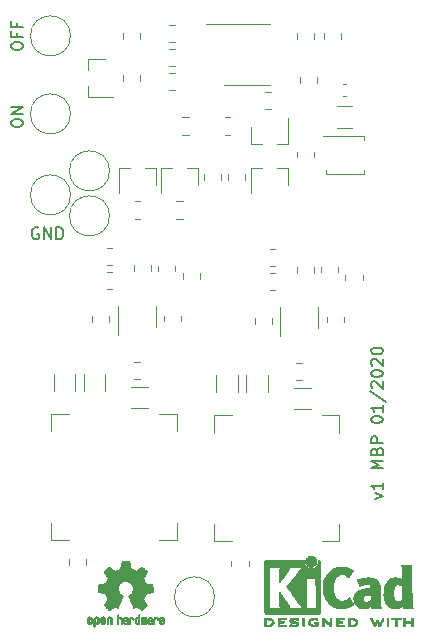
<source format=gbr>
%TF.GenerationSoftware,KiCad,Pcbnew,5.1.9-73d0e3b20d~88~ubuntu20.10.1*%
%TF.CreationDate,2021-01-20T16:53:29+01:00*%
%TF.ProjectId,makita_protector,6d616b69-7461-45f7-9072-6f746563746f,rev?*%
%TF.SameCoordinates,Original*%
%TF.FileFunction,Legend,Top*%
%TF.FilePolarity,Positive*%
%FSLAX46Y46*%
G04 Gerber Fmt 4.6, Leading zero omitted, Abs format (unit mm)*
G04 Created by KiCad (PCBNEW 5.1.9-73d0e3b20d~88~ubuntu20.10.1) date 2021-01-20 16:53:29*
%MOMM*%
%LPD*%
G01*
G04 APERTURE LIST*
%ADD10C,0.150000*%
%ADD11C,0.010000*%
%ADD12C,0.120000*%
G04 APERTURE END LIST*
D10*
X133310380Y-59626380D02*
X133310380Y-59435904D01*
X133358000Y-59340666D01*
X133453238Y-59245428D01*
X133643714Y-59197809D01*
X133977047Y-59197809D01*
X134167523Y-59245428D01*
X134262761Y-59340666D01*
X134310380Y-59435904D01*
X134310380Y-59626380D01*
X134262761Y-59721619D01*
X134167523Y-59816857D01*
X133977047Y-59864476D01*
X133643714Y-59864476D01*
X133453238Y-59816857D01*
X133358000Y-59721619D01*
X133310380Y-59626380D01*
X133786571Y-58435904D02*
X133786571Y-58769238D01*
X134310380Y-58769238D02*
X133310380Y-58769238D01*
X133310380Y-58293047D01*
X133786571Y-57578761D02*
X133786571Y-57912095D01*
X134310380Y-57912095D02*
X133310380Y-57912095D01*
X133310380Y-57435904D01*
X135636095Y-74938000D02*
X135540857Y-74890380D01*
X135398000Y-74890380D01*
X135255142Y-74938000D01*
X135159904Y-75033238D01*
X135112285Y-75128476D01*
X135064666Y-75318952D01*
X135064666Y-75461809D01*
X135112285Y-75652285D01*
X135159904Y-75747523D01*
X135255142Y-75842761D01*
X135398000Y-75890380D01*
X135493238Y-75890380D01*
X135636095Y-75842761D01*
X135683714Y-75795142D01*
X135683714Y-75461809D01*
X135493238Y-75461809D01*
X136112285Y-75890380D02*
X136112285Y-74890380D01*
X136683714Y-75890380D01*
X136683714Y-74890380D01*
X137159904Y-75890380D02*
X137159904Y-74890380D01*
X137398000Y-74890380D01*
X137540857Y-74938000D01*
X137636095Y-75033238D01*
X137683714Y-75128476D01*
X137731333Y-75318952D01*
X137731333Y-75461809D01*
X137683714Y-75652285D01*
X137636095Y-75747523D01*
X137540857Y-75842761D01*
X137398000Y-75890380D01*
X137159904Y-75890380D01*
X133310380Y-66151047D02*
X133310380Y-65960571D01*
X133358000Y-65865333D01*
X133453238Y-65770095D01*
X133643714Y-65722476D01*
X133977047Y-65722476D01*
X134167523Y-65770095D01*
X134262761Y-65865333D01*
X134310380Y-65960571D01*
X134310380Y-66151047D01*
X134262761Y-66246285D01*
X134167523Y-66341523D01*
X133977047Y-66389142D01*
X133643714Y-66389142D01*
X133453238Y-66341523D01*
X133358000Y-66246285D01*
X133310380Y-66151047D01*
X134310380Y-65293904D02*
X133310380Y-65293904D01*
X134310380Y-64722476D01*
X133310380Y-64722476D01*
X164123714Y-97868571D02*
X164790380Y-97630476D01*
X164123714Y-97392380D01*
X164790380Y-96487619D02*
X164790380Y-97059047D01*
X164790380Y-96773333D02*
X163790380Y-96773333D01*
X163933238Y-96868571D01*
X164028476Y-96963809D01*
X164076095Y-97059047D01*
X164790380Y-95297142D02*
X163790380Y-95297142D01*
X164504666Y-94963809D01*
X163790380Y-94630476D01*
X164790380Y-94630476D01*
X164266571Y-93820952D02*
X164314190Y-93678095D01*
X164361809Y-93630476D01*
X164457047Y-93582857D01*
X164599904Y-93582857D01*
X164695142Y-93630476D01*
X164742761Y-93678095D01*
X164790380Y-93773333D01*
X164790380Y-94154285D01*
X163790380Y-94154285D01*
X163790380Y-93820952D01*
X163838000Y-93725714D01*
X163885619Y-93678095D01*
X163980857Y-93630476D01*
X164076095Y-93630476D01*
X164171333Y-93678095D01*
X164218952Y-93725714D01*
X164266571Y-93820952D01*
X164266571Y-94154285D01*
X164790380Y-93154285D02*
X163790380Y-93154285D01*
X163790380Y-92773333D01*
X163838000Y-92678095D01*
X163885619Y-92630476D01*
X163980857Y-92582857D01*
X164123714Y-92582857D01*
X164218952Y-92630476D01*
X164266571Y-92678095D01*
X164314190Y-92773333D01*
X164314190Y-93154285D01*
X163790380Y-91201904D02*
X163790380Y-91106666D01*
X163838000Y-91011428D01*
X163885619Y-90963809D01*
X163980857Y-90916190D01*
X164171333Y-90868571D01*
X164409428Y-90868571D01*
X164599904Y-90916190D01*
X164695142Y-90963809D01*
X164742761Y-91011428D01*
X164790380Y-91106666D01*
X164790380Y-91201904D01*
X164742761Y-91297142D01*
X164695142Y-91344761D01*
X164599904Y-91392380D01*
X164409428Y-91440000D01*
X164171333Y-91440000D01*
X163980857Y-91392380D01*
X163885619Y-91344761D01*
X163838000Y-91297142D01*
X163790380Y-91201904D01*
X164790380Y-89916190D02*
X164790380Y-90487619D01*
X164790380Y-90201904D02*
X163790380Y-90201904D01*
X163933238Y-90297142D01*
X164028476Y-90392380D01*
X164076095Y-90487619D01*
X163742761Y-88773333D02*
X165028476Y-89630476D01*
X163885619Y-88487619D02*
X163838000Y-88440000D01*
X163790380Y-88344761D01*
X163790380Y-88106666D01*
X163838000Y-88011428D01*
X163885619Y-87963809D01*
X163980857Y-87916190D01*
X164076095Y-87916190D01*
X164218952Y-87963809D01*
X164790380Y-88535238D01*
X164790380Y-87916190D01*
X163790380Y-87297142D02*
X163790380Y-87201904D01*
X163838000Y-87106666D01*
X163885619Y-87059047D01*
X163980857Y-87011428D01*
X164171333Y-86963809D01*
X164409428Y-86963809D01*
X164599904Y-87011428D01*
X164695142Y-87059047D01*
X164742761Y-87106666D01*
X164790380Y-87201904D01*
X164790380Y-87297142D01*
X164742761Y-87392380D01*
X164695142Y-87440000D01*
X164599904Y-87487619D01*
X164409428Y-87535238D01*
X164171333Y-87535238D01*
X163980857Y-87487619D01*
X163885619Y-87440000D01*
X163838000Y-87392380D01*
X163790380Y-87297142D01*
X163885619Y-86582857D02*
X163838000Y-86535238D01*
X163790380Y-86440000D01*
X163790380Y-86201904D01*
X163838000Y-86106666D01*
X163885619Y-86059047D01*
X163980857Y-86011428D01*
X164076095Y-86011428D01*
X164218952Y-86059047D01*
X164790380Y-86630476D01*
X164790380Y-86011428D01*
X163790380Y-85392380D02*
X163790380Y-85297142D01*
X163838000Y-85201904D01*
X163885619Y-85154285D01*
X163980857Y-85106666D01*
X164171333Y-85059047D01*
X164409428Y-85059047D01*
X164599904Y-85106666D01*
X164695142Y-85154285D01*
X164742761Y-85201904D01*
X164790380Y-85297142D01*
X164790380Y-85392380D01*
X164742761Y-85487619D01*
X164695142Y-85535238D01*
X164599904Y-85582857D01*
X164409428Y-85630476D01*
X164171333Y-85630476D01*
X163980857Y-85582857D01*
X163885619Y-85535238D01*
X163838000Y-85487619D01*
X163790380Y-85392380D01*
D11*
%TO.C,LOGO2*%
G36*
X158089600Y-103153054D02*
G01*
X158100465Y-103266993D01*
X158132082Y-103374616D01*
X158182985Y-103473615D01*
X158251707Y-103561684D01*
X158336781Y-103636516D01*
X158433768Y-103694384D01*
X158540036Y-103734005D01*
X158647050Y-103752573D01*
X158752700Y-103751434D01*
X158854875Y-103731930D01*
X158951466Y-103695406D01*
X159040362Y-103643205D01*
X159119454Y-103576673D01*
X159186631Y-103497152D01*
X159239783Y-103405987D01*
X159276801Y-103304523D01*
X159295573Y-103194102D01*
X159297511Y-103144206D01*
X159297511Y-103056267D01*
X159349440Y-103056267D01*
X159385747Y-103059111D01*
X159412645Y-103070911D01*
X159439751Y-103094649D01*
X159478133Y-103133031D01*
X159478133Y-105324602D01*
X159478124Y-105586739D01*
X159478092Y-105827241D01*
X159478028Y-106047048D01*
X159477924Y-106247101D01*
X159477773Y-106428344D01*
X159477566Y-106591716D01*
X159477294Y-106738160D01*
X159476950Y-106868617D01*
X159476526Y-106984029D01*
X159476013Y-107085338D01*
X159475403Y-107173484D01*
X159474688Y-107249410D01*
X159473860Y-107314057D01*
X159472911Y-107368367D01*
X159471833Y-107413280D01*
X159470617Y-107449740D01*
X159469255Y-107478687D01*
X159467739Y-107501063D01*
X159466062Y-107517809D01*
X159464214Y-107529868D01*
X159462187Y-107538180D01*
X159459975Y-107543687D01*
X159458892Y-107545537D01*
X159454729Y-107552549D01*
X159451195Y-107558996D01*
X159447365Y-107564900D01*
X159442318Y-107570286D01*
X159435129Y-107575178D01*
X159424877Y-107579598D01*
X159410636Y-107583572D01*
X159391486Y-107587121D01*
X159366501Y-107590270D01*
X159334760Y-107593042D01*
X159295338Y-107595461D01*
X159247314Y-107597551D01*
X159189763Y-107599335D01*
X159121763Y-107600837D01*
X159042390Y-107602080D01*
X158950721Y-107603089D01*
X158845834Y-107603885D01*
X158726804Y-107604494D01*
X158592710Y-107604939D01*
X158442627Y-107605243D01*
X158275633Y-107605430D01*
X158090804Y-107605524D01*
X157887217Y-107605548D01*
X157663950Y-107605525D01*
X157420078Y-107605480D01*
X157154679Y-107605437D01*
X157116296Y-107605432D01*
X156849318Y-107605389D01*
X156603998Y-107605318D01*
X156379417Y-107605213D01*
X156174655Y-107605066D01*
X155988794Y-107604869D01*
X155820912Y-107604616D01*
X155670092Y-107604300D01*
X155535413Y-107603913D01*
X155415956Y-107603447D01*
X155310801Y-107602897D01*
X155219029Y-107602253D01*
X155139721Y-107601511D01*
X155071957Y-107600661D01*
X155014818Y-107599697D01*
X154967383Y-107598611D01*
X154928734Y-107597397D01*
X154897951Y-107596047D01*
X154874115Y-107594555D01*
X154856306Y-107592911D01*
X154843605Y-107591111D01*
X154835092Y-107589145D01*
X154830734Y-107587477D01*
X154822272Y-107583906D01*
X154814503Y-107581270D01*
X154807398Y-107578634D01*
X154800927Y-107575062D01*
X154795061Y-107569621D01*
X154789771Y-107561375D01*
X154785026Y-107549390D01*
X154780798Y-107532731D01*
X154777057Y-107510463D01*
X154773773Y-107481652D01*
X154770917Y-107445363D01*
X154768460Y-107400661D01*
X154766371Y-107346611D01*
X154764622Y-107282279D01*
X154763183Y-107206730D01*
X154762024Y-107119030D01*
X154761117Y-107018243D01*
X154760431Y-106903434D01*
X154759937Y-106773670D01*
X154759605Y-106628015D01*
X154759407Y-106465535D01*
X154759313Y-106285295D01*
X154759292Y-106086360D01*
X154759315Y-105867796D01*
X154759354Y-105628668D01*
X154759378Y-105368040D01*
X154759378Y-105325889D01*
X154759364Y-105062992D01*
X154759339Y-104821732D01*
X154759329Y-104601165D01*
X154759358Y-104400352D01*
X154759452Y-104218349D01*
X154759638Y-104054216D01*
X154759941Y-103907011D01*
X154760386Y-103775792D01*
X154760966Y-103665867D01*
X155063803Y-103665867D01*
X155103593Y-103723711D01*
X155114764Y-103739479D01*
X155124834Y-103753441D01*
X155133862Y-103766784D01*
X155141903Y-103780693D01*
X155149014Y-103796356D01*
X155155253Y-103814958D01*
X155160675Y-103837686D01*
X155165338Y-103865727D01*
X155169299Y-103900267D01*
X155172615Y-103942492D01*
X155175341Y-103993589D01*
X155177536Y-104054744D01*
X155179255Y-104127144D01*
X155180556Y-104211975D01*
X155181495Y-104310422D01*
X155182130Y-104423674D01*
X155182516Y-104552916D01*
X155182712Y-104699334D01*
X155182773Y-104864116D01*
X155182757Y-105048447D01*
X155182720Y-105253513D01*
X155182711Y-105376133D01*
X155182735Y-105593082D01*
X155182769Y-105788642D01*
X155182757Y-105963999D01*
X155182642Y-106120341D01*
X155182370Y-106258857D01*
X155181882Y-106380734D01*
X155181124Y-106487160D01*
X155180038Y-106579322D01*
X155178569Y-106658409D01*
X155176660Y-106725608D01*
X155174256Y-106782107D01*
X155171299Y-106829093D01*
X155167734Y-106867755D01*
X155163505Y-106899280D01*
X155158554Y-106924855D01*
X155152827Y-106945670D01*
X155146267Y-106962911D01*
X155138817Y-106977765D01*
X155130421Y-106991422D01*
X155121024Y-107005069D01*
X155110568Y-107019893D01*
X155104477Y-107028783D01*
X155065704Y-107086400D01*
X155597268Y-107086400D01*
X155720517Y-107086365D01*
X155823013Y-107086215D01*
X155906580Y-107085878D01*
X155973044Y-107085286D01*
X156024229Y-107084367D01*
X156061959Y-107083051D01*
X156088060Y-107081269D01*
X156104356Y-107078951D01*
X156112672Y-107076026D01*
X156114832Y-107072424D01*
X156112661Y-107068075D01*
X156111465Y-107066645D01*
X156086315Y-107029573D01*
X156060417Y-106976772D01*
X156036808Y-106914770D01*
X156028539Y-106888357D01*
X156023922Y-106870416D01*
X156020021Y-106849355D01*
X156016752Y-106823089D01*
X156014034Y-106789532D01*
X156011785Y-106746599D01*
X156009923Y-106692204D01*
X156008364Y-106624262D01*
X156007028Y-106540688D01*
X156005831Y-106439395D01*
X156004692Y-106318300D01*
X156004315Y-106273600D01*
X156003298Y-106148449D01*
X156002540Y-106044082D01*
X156002097Y-105958707D01*
X156002030Y-105890533D01*
X156002395Y-105837765D01*
X156003252Y-105798614D01*
X156004659Y-105771285D01*
X156006675Y-105753986D01*
X156009357Y-105744926D01*
X156012764Y-105742312D01*
X156016956Y-105744351D01*
X156021429Y-105748667D01*
X156031784Y-105761602D01*
X156053842Y-105790676D01*
X156086043Y-105833759D01*
X156126826Y-105888718D01*
X156174630Y-105953423D01*
X156227895Y-106025742D01*
X156285060Y-106103544D01*
X156344563Y-106184698D01*
X156404845Y-106267072D01*
X156464345Y-106348536D01*
X156521502Y-106426957D01*
X156574755Y-106500204D01*
X156622543Y-106566147D01*
X156663307Y-106622654D01*
X156695484Y-106667593D01*
X156717515Y-106698834D01*
X156722083Y-106705466D01*
X156745004Y-106742369D01*
X156771812Y-106790359D01*
X156797211Y-106839897D01*
X156800432Y-106846577D01*
X156822110Y-106894772D01*
X156834696Y-106932334D01*
X156840426Y-106968160D01*
X156841544Y-107010200D01*
X156840910Y-107086400D01*
X157995349Y-107086400D01*
X157904185Y-106992669D01*
X157857388Y-106942775D01*
X157807101Y-106886295D01*
X157761056Y-106832026D01*
X157740631Y-106806673D01*
X157710193Y-106767128D01*
X157670138Y-106713916D01*
X157621639Y-106648667D01*
X157565865Y-106573011D01*
X157503989Y-106488577D01*
X157437181Y-106396994D01*
X157366613Y-106299892D01*
X157293455Y-106198901D01*
X157218879Y-106095650D01*
X157144056Y-105991768D01*
X157070157Y-105888885D01*
X156998354Y-105788631D01*
X156929816Y-105692636D01*
X156865716Y-105602527D01*
X156807225Y-105519936D01*
X156755514Y-105446492D01*
X156711753Y-105383824D01*
X156677115Y-105333561D01*
X156652770Y-105297334D01*
X156639889Y-105276771D01*
X156638131Y-105272668D01*
X156646090Y-105261342D01*
X156666885Y-105234162D01*
X156699153Y-105192829D01*
X156741530Y-105139044D01*
X156792653Y-105074506D01*
X156851159Y-105000918D01*
X156915686Y-104919978D01*
X156984869Y-104833388D01*
X157057347Y-104742848D01*
X157131754Y-104650060D01*
X157191483Y-104575702D01*
X158202489Y-104575702D01*
X158208398Y-104588659D01*
X158222728Y-104610908D01*
X158223775Y-104612391D01*
X158242562Y-104642544D01*
X158262209Y-104679375D01*
X158266108Y-104687511D01*
X158269644Y-104695940D01*
X158272770Y-104706059D01*
X158275514Y-104719260D01*
X158277908Y-104736938D01*
X158279981Y-104760484D01*
X158281765Y-104791293D01*
X158283288Y-104830757D01*
X158284581Y-104880269D01*
X158285674Y-104941223D01*
X158286597Y-105015011D01*
X158287381Y-105103028D01*
X158288055Y-105206665D01*
X158288650Y-105327316D01*
X158289195Y-105466374D01*
X158289721Y-105625232D01*
X158290255Y-105804089D01*
X158290794Y-105989207D01*
X158291228Y-106153145D01*
X158291491Y-106297303D01*
X158291516Y-106423079D01*
X158291235Y-106531871D01*
X158290581Y-106625077D01*
X158289486Y-106704097D01*
X158287882Y-106770328D01*
X158285703Y-106825170D01*
X158282881Y-106870021D01*
X158279349Y-106906278D01*
X158275039Y-106935341D01*
X158269883Y-106958609D01*
X158263815Y-106977479D01*
X158256767Y-106993351D01*
X158248671Y-107007622D01*
X158239460Y-107021691D01*
X158230960Y-107034158D01*
X158213824Y-107060452D01*
X158203678Y-107078037D01*
X158202489Y-107081257D01*
X158213396Y-107082334D01*
X158244589Y-107083335D01*
X158293777Y-107084235D01*
X158358667Y-107085010D01*
X158436970Y-107085637D01*
X158526393Y-107086091D01*
X158624644Y-107086349D01*
X158693555Y-107086400D01*
X158798548Y-107086180D01*
X158895390Y-107085548D01*
X158981893Y-107084549D01*
X159055868Y-107083227D01*
X159115126Y-107081626D01*
X159157480Y-107079791D01*
X159180740Y-107077765D01*
X159184622Y-107076493D01*
X159176924Y-107061591D01*
X159168926Y-107053560D01*
X159155754Y-107036434D01*
X159138515Y-107006183D01*
X159126593Y-106981622D01*
X159099955Y-106922711D01*
X159096880Y-105745845D01*
X159093805Y-104568978D01*
X158648147Y-104568978D01*
X158550330Y-104569142D01*
X158459936Y-104569611D01*
X158379370Y-104570347D01*
X158311038Y-104571316D01*
X158257344Y-104572480D01*
X158220695Y-104573803D01*
X158203496Y-104575249D01*
X158202489Y-104575702D01*
X157191483Y-104575702D01*
X157206730Y-104556722D01*
X157280910Y-104464537D01*
X157352931Y-104375204D01*
X157421431Y-104290424D01*
X157485045Y-104211898D01*
X157542412Y-104141326D01*
X157592167Y-104080409D01*
X157632948Y-104030847D01*
X157650112Y-104010178D01*
X157736404Y-103909516D01*
X157813003Y-103826259D01*
X157881817Y-103758438D01*
X157944752Y-103704089D01*
X157954133Y-103696722D01*
X157993644Y-103666117D01*
X156861884Y-103665867D01*
X156867173Y-103713844D01*
X156863870Y-103771188D01*
X156842339Y-103839463D01*
X156802365Y-103919212D01*
X156757057Y-103991495D01*
X156740839Y-104014140D01*
X156712786Y-104051696D01*
X156674570Y-104102021D01*
X156627863Y-104162973D01*
X156574339Y-104232411D01*
X156515669Y-104308194D01*
X156453525Y-104388180D01*
X156389579Y-104470228D01*
X156325505Y-104552196D01*
X156262973Y-104631943D01*
X156203657Y-104707327D01*
X156149229Y-104776207D01*
X156101361Y-104836442D01*
X156061725Y-104885889D01*
X156031994Y-104922408D01*
X156013839Y-104943858D01*
X156010780Y-104947156D01*
X156007921Y-104939149D01*
X156005707Y-104908855D01*
X156004143Y-104856556D01*
X156003233Y-104782531D01*
X156002980Y-104687063D01*
X156003387Y-104570434D01*
X156004296Y-104450445D01*
X156005618Y-104318333D01*
X156007143Y-104206594D01*
X156009119Y-104113025D01*
X156011794Y-104035419D01*
X156015418Y-103971574D01*
X156020239Y-103919283D01*
X156026506Y-103876344D01*
X156034468Y-103840551D01*
X156044373Y-103809700D01*
X156056469Y-103781586D01*
X156071007Y-103754005D01*
X156085689Y-103728966D01*
X156123686Y-103665867D01*
X155063803Y-103665867D01*
X154760966Y-103665867D01*
X154760999Y-103659617D01*
X154761805Y-103557544D01*
X154762830Y-103468633D01*
X154764100Y-103391941D01*
X154765640Y-103326527D01*
X154767476Y-103271449D01*
X154769633Y-103225765D01*
X154772137Y-103188534D01*
X154775013Y-103158813D01*
X154778287Y-103135662D01*
X154781985Y-103118139D01*
X154786131Y-103105301D01*
X154790753Y-103096208D01*
X154795874Y-103089918D01*
X154801522Y-103085488D01*
X154807721Y-103081978D01*
X154814496Y-103078445D01*
X154820492Y-103074876D01*
X154825725Y-103072300D01*
X154833901Y-103069972D01*
X154846114Y-103067878D01*
X154863459Y-103066007D01*
X154887031Y-103064347D01*
X154917923Y-103062884D01*
X154957232Y-103061608D01*
X155006050Y-103060504D01*
X155065473Y-103059561D01*
X155136596Y-103058767D01*
X155220512Y-103058109D01*
X155318317Y-103057575D01*
X155431106Y-103057153D01*
X155559971Y-103056829D01*
X155706009Y-103056592D01*
X155870314Y-103056430D01*
X156053980Y-103056330D01*
X156258103Y-103056280D01*
X156469247Y-103056267D01*
X158089600Y-103056267D01*
X158089600Y-103153054D01*
G37*
X158089600Y-103153054D02*
X158100465Y-103266993D01*
X158132082Y-103374616D01*
X158182985Y-103473615D01*
X158251707Y-103561684D01*
X158336781Y-103636516D01*
X158433768Y-103694384D01*
X158540036Y-103734005D01*
X158647050Y-103752573D01*
X158752700Y-103751434D01*
X158854875Y-103731930D01*
X158951466Y-103695406D01*
X159040362Y-103643205D01*
X159119454Y-103576673D01*
X159186631Y-103497152D01*
X159239783Y-103405987D01*
X159276801Y-103304523D01*
X159295573Y-103194102D01*
X159297511Y-103144206D01*
X159297511Y-103056267D01*
X159349440Y-103056267D01*
X159385747Y-103059111D01*
X159412645Y-103070911D01*
X159439751Y-103094649D01*
X159478133Y-103133031D01*
X159478133Y-105324602D01*
X159478124Y-105586739D01*
X159478092Y-105827241D01*
X159478028Y-106047048D01*
X159477924Y-106247101D01*
X159477773Y-106428344D01*
X159477566Y-106591716D01*
X159477294Y-106738160D01*
X159476950Y-106868617D01*
X159476526Y-106984029D01*
X159476013Y-107085338D01*
X159475403Y-107173484D01*
X159474688Y-107249410D01*
X159473860Y-107314057D01*
X159472911Y-107368367D01*
X159471833Y-107413280D01*
X159470617Y-107449740D01*
X159469255Y-107478687D01*
X159467739Y-107501063D01*
X159466062Y-107517809D01*
X159464214Y-107529868D01*
X159462187Y-107538180D01*
X159459975Y-107543687D01*
X159458892Y-107545537D01*
X159454729Y-107552549D01*
X159451195Y-107558996D01*
X159447365Y-107564900D01*
X159442318Y-107570286D01*
X159435129Y-107575178D01*
X159424877Y-107579598D01*
X159410636Y-107583572D01*
X159391486Y-107587121D01*
X159366501Y-107590270D01*
X159334760Y-107593042D01*
X159295338Y-107595461D01*
X159247314Y-107597551D01*
X159189763Y-107599335D01*
X159121763Y-107600837D01*
X159042390Y-107602080D01*
X158950721Y-107603089D01*
X158845834Y-107603885D01*
X158726804Y-107604494D01*
X158592710Y-107604939D01*
X158442627Y-107605243D01*
X158275633Y-107605430D01*
X158090804Y-107605524D01*
X157887217Y-107605548D01*
X157663950Y-107605525D01*
X157420078Y-107605480D01*
X157154679Y-107605437D01*
X157116296Y-107605432D01*
X156849318Y-107605389D01*
X156603998Y-107605318D01*
X156379417Y-107605213D01*
X156174655Y-107605066D01*
X155988794Y-107604869D01*
X155820912Y-107604616D01*
X155670092Y-107604300D01*
X155535413Y-107603913D01*
X155415956Y-107603447D01*
X155310801Y-107602897D01*
X155219029Y-107602253D01*
X155139721Y-107601511D01*
X155071957Y-107600661D01*
X155014818Y-107599697D01*
X154967383Y-107598611D01*
X154928734Y-107597397D01*
X154897951Y-107596047D01*
X154874115Y-107594555D01*
X154856306Y-107592911D01*
X154843605Y-107591111D01*
X154835092Y-107589145D01*
X154830734Y-107587477D01*
X154822272Y-107583906D01*
X154814503Y-107581270D01*
X154807398Y-107578634D01*
X154800927Y-107575062D01*
X154795061Y-107569621D01*
X154789771Y-107561375D01*
X154785026Y-107549390D01*
X154780798Y-107532731D01*
X154777057Y-107510463D01*
X154773773Y-107481652D01*
X154770917Y-107445363D01*
X154768460Y-107400661D01*
X154766371Y-107346611D01*
X154764622Y-107282279D01*
X154763183Y-107206730D01*
X154762024Y-107119030D01*
X154761117Y-107018243D01*
X154760431Y-106903434D01*
X154759937Y-106773670D01*
X154759605Y-106628015D01*
X154759407Y-106465535D01*
X154759313Y-106285295D01*
X154759292Y-106086360D01*
X154759315Y-105867796D01*
X154759354Y-105628668D01*
X154759378Y-105368040D01*
X154759378Y-105325889D01*
X154759364Y-105062992D01*
X154759339Y-104821732D01*
X154759329Y-104601165D01*
X154759358Y-104400352D01*
X154759452Y-104218349D01*
X154759638Y-104054216D01*
X154759941Y-103907011D01*
X154760386Y-103775792D01*
X154760966Y-103665867D01*
X155063803Y-103665867D01*
X155103593Y-103723711D01*
X155114764Y-103739479D01*
X155124834Y-103753441D01*
X155133862Y-103766784D01*
X155141903Y-103780693D01*
X155149014Y-103796356D01*
X155155253Y-103814958D01*
X155160675Y-103837686D01*
X155165338Y-103865727D01*
X155169299Y-103900267D01*
X155172615Y-103942492D01*
X155175341Y-103993589D01*
X155177536Y-104054744D01*
X155179255Y-104127144D01*
X155180556Y-104211975D01*
X155181495Y-104310422D01*
X155182130Y-104423674D01*
X155182516Y-104552916D01*
X155182712Y-104699334D01*
X155182773Y-104864116D01*
X155182757Y-105048447D01*
X155182720Y-105253513D01*
X155182711Y-105376133D01*
X155182735Y-105593082D01*
X155182769Y-105788642D01*
X155182757Y-105963999D01*
X155182642Y-106120341D01*
X155182370Y-106258857D01*
X155181882Y-106380734D01*
X155181124Y-106487160D01*
X155180038Y-106579322D01*
X155178569Y-106658409D01*
X155176660Y-106725608D01*
X155174256Y-106782107D01*
X155171299Y-106829093D01*
X155167734Y-106867755D01*
X155163505Y-106899280D01*
X155158554Y-106924855D01*
X155152827Y-106945670D01*
X155146267Y-106962911D01*
X155138817Y-106977765D01*
X155130421Y-106991422D01*
X155121024Y-107005069D01*
X155110568Y-107019893D01*
X155104477Y-107028783D01*
X155065704Y-107086400D01*
X155597268Y-107086400D01*
X155720517Y-107086365D01*
X155823013Y-107086215D01*
X155906580Y-107085878D01*
X155973044Y-107085286D01*
X156024229Y-107084367D01*
X156061959Y-107083051D01*
X156088060Y-107081269D01*
X156104356Y-107078951D01*
X156112672Y-107076026D01*
X156114832Y-107072424D01*
X156112661Y-107068075D01*
X156111465Y-107066645D01*
X156086315Y-107029573D01*
X156060417Y-106976772D01*
X156036808Y-106914770D01*
X156028539Y-106888357D01*
X156023922Y-106870416D01*
X156020021Y-106849355D01*
X156016752Y-106823089D01*
X156014034Y-106789532D01*
X156011785Y-106746599D01*
X156009923Y-106692204D01*
X156008364Y-106624262D01*
X156007028Y-106540688D01*
X156005831Y-106439395D01*
X156004692Y-106318300D01*
X156004315Y-106273600D01*
X156003298Y-106148449D01*
X156002540Y-106044082D01*
X156002097Y-105958707D01*
X156002030Y-105890533D01*
X156002395Y-105837765D01*
X156003252Y-105798614D01*
X156004659Y-105771285D01*
X156006675Y-105753986D01*
X156009357Y-105744926D01*
X156012764Y-105742312D01*
X156016956Y-105744351D01*
X156021429Y-105748667D01*
X156031784Y-105761602D01*
X156053842Y-105790676D01*
X156086043Y-105833759D01*
X156126826Y-105888718D01*
X156174630Y-105953423D01*
X156227895Y-106025742D01*
X156285060Y-106103544D01*
X156344563Y-106184698D01*
X156404845Y-106267072D01*
X156464345Y-106348536D01*
X156521502Y-106426957D01*
X156574755Y-106500204D01*
X156622543Y-106566147D01*
X156663307Y-106622654D01*
X156695484Y-106667593D01*
X156717515Y-106698834D01*
X156722083Y-106705466D01*
X156745004Y-106742369D01*
X156771812Y-106790359D01*
X156797211Y-106839897D01*
X156800432Y-106846577D01*
X156822110Y-106894772D01*
X156834696Y-106932334D01*
X156840426Y-106968160D01*
X156841544Y-107010200D01*
X156840910Y-107086400D01*
X157995349Y-107086400D01*
X157904185Y-106992669D01*
X157857388Y-106942775D01*
X157807101Y-106886295D01*
X157761056Y-106832026D01*
X157740631Y-106806673D01*
X157710193Y-106767128D01*
X157670138Y-106713916D01*
X157621639Y-106648667D01*
X157565865Y-106573011D01*
X157503989Y-106488577D01*
X157437181Y-106396994D01*
X157366613Y-106299892D01*
X157293455Y-106198901D01*
X157218879Y-106095650D01*
X157144056Y-105991768D01*
X157070157Y-105888885D01*
X156998354Y-105788631D01*
X156929816Y-105692636D01*
X156865716Y-105602527D01*
X156807225Y-105519936D01*
X156755514Y-105446492D01*
X156711753Y-105383824D01*
X156677115Y-105333561D01*
X156652770Y-105297334D01*
X156639889Y-105276771D01*
X156638131Y-105272668D01*
X156646090Y-105261342D01*
X156666885Y-105234162D01*
X156699153Y-105192829D01*
X156741530Y-105139044D01*
X156792653Y-105074506D01*
X156851159Y-105000918D01*
X156915686Y-104919978D01*
X156984869Y-104833388D01*
X157057347Y-104742848D01*
X157131754Y-104650060D01*
X157191483Y-104575702D01*
X158202489Y-104575702D01*
X158208398Y-104588659D01*
X158222728Y-104610908D01*
X158223775Y-104612391D01*
X158242562Y-104642544D01*
X158262209Y-104679375D01*
X158266108Y-104687511D01*
X158269644Y-104695940D01*
X158272770Y-104706059D01*
X158275514Y-104719260D01*
X158277908Y-104736938D01*
X158279981Y-104760484D01*
X158281765Y-104791293D01*
X158283288Y-104830757D01*
X158284581Y-104880269D01*
X158285674Y-104941223D01*
X158286597Y-105015011D01*
X158287381Y-105103028D01*
X158288055Y-105206665D01*
X158288650Y-105327316D01*
X158289195Y-105466374D01*
X158289721Y-105625232D01*
X158290255Y-105804089D01*
X158290794Y-105989207D01*
X158291228Y-106153145D01*
X158291491Y-106297303D01*
X158291516Y-106423079D01*
X158291235Y-106531871D01*
X158290581Y-106625077D01*
X158289486Y-106704097D01*
X158287882Y-106770328D01*
X158285703Y-106825170D01*
X158282881Y-106870021D01*
X158279349Y-106906278D01*
X158275039Y-106935341D01*
X158269883Y-106958609D01*
X158263815Y-106977479D01*
X158256767Y-106993351D01*
X158248671Y-107007622D01*
X158239460Y-107021691D01*
X158230960Y-107034158D01*
X158213824Y-107060452D01*
X158203678Y-107078037D01*
X158202489Y-107081257D01*
X158213396Y-107082334D01*
X158244589Y-107083335D01*
X158293777Y-107084235D01*
X158358667Y-107085010D01*
X158436970Y-107085637D01*
X158526393Y-107086091D01*
X158624644Y-107086349D01*
X158693555Y-107086400D01*
X158798548Y-107086180D01*
X158895390Y-107085548D01*
X158981893Y-107084549D01*
X159055868Y-107083227D01*
X159115126Y-107081626D01*
X159157480Y-107079791D01*
X159180740Y-107077765D01*
X159184622Y-107076493D01*
X159176924Y-107061591D01*
X159168926Y-107053560D01*
X159155754Y-107036434D01*
X159138515Y-107006183D01*
X159126593Y-106981622D01*
X159099955Y-106922711D01*
X159096880Y-105745845D01*
X159093805Y-104568978D01*
X158648147Y-104568978D01*
X158550330Y-104569142D01*
X158459936Y-104569611D01*
X158379370Y-104570347D01*
X158311038Y-104571316D01*
X158257344Y-104572480D01*
X158220695Y-104573803D01*
X158203496Y-104575249D01*
X158202489Y-104575702D01*
X157191483Y-104575702D01*
X157206730Y-104556722D01*
X157280910Y-104464537D01*
X157352931Y-104375204D01*
X157421431Y-104290424D01*
X157485045Y-104211898D01*
X157542412Y-104141326D01*
X157592167Y-104080409D01*
X157632948Y-104030847D01*
X157650112Y-104010178D01*
X157736404Y-103909516D01*
X157813003Y-103826259D01*
X157881817Y-103758438D01*
X157944752Y-103704089D01*
X157954133Y-103696722D01*
X157993644Y-103666117D01*
X156861884Y-103665867D01*
X156867173Y-103713844D01*
X156863870Y-103771188D01*
X156842339Y-103839463D01*
X156802365Y-103919212D01*
X156757057Y-103991495D01*
X156740839Y-104014140D01*
X156712786Y-104051696D01*
X156674570Y-104102021D01*
X156627863Y-104162973D01*
X156574339Y-104232411D01*
X156515669Y-104308194D01*
X156453525Y-104388180D01*
X156389579Y-104470228D01*
X156325505Y-104552196D01*
X156262973Y-104631943D01*
X156203657Y-104707327D01*
X156149229Y-104776207D01*
X156101361Y-104836442D01*
X156061725Y-104885889D01*
X156031994Y-104922408D01*
X156013839Y-104943858D01*
X156010780Y-104947156D01*
X156007921Y-104939149D01*
X156005707Y-104908855D01*
X156004143Y-104856556D01*
X156003233Y-104782531D01*
X156002980Y-104687063D01*
X156003387Y-104570434D01*
X156004296Y-104450445D01*
X156005618Y-104318333D01*
X156007143Y-104206594D01*
X156009119Y-104113025D01*
X156011794Y-104035419D01*
X156015418Y-103971574D01*
X156020239Y-103919283D01*
X156026506Y-103876344D01*
X156034468Y-103840551D01*
X156044373Y-103809700D01*
X156056469Y-103781586D01*
X156071007Y-103754005D01*
X156085689Y-103728966D01*
X156123686Y-103665867D01*
X155063803Y-103665867D01*
X154760966Y-103665867D01*
X154760999Y-103659617D01*
X154761805Y-103557544D01*
X154762830Y-103468633D01*
X154764100Y-103391941D01*
X154765640Y-103326527D01*
X154767476Y-103271449D01*
X154769633Y-103225765D01*
X154772137Y-103188534D01*
X154775013Y-103158813D01*
X154778287Y-103135662D01*
X154781985Y-103118139D01*
X154786131Y-103105301D01*
X154790753Y-103096208D01*
X154795874Y-103089918D01*
X154801522Y-103085488D01*
X154807721Y-103081978D01*
X154814496Y-103078445D01*
X154820492Y-103074876D01*
X154825725Y-103072300D01*
X154833901Y-103069972D01*
X154846114Y-103067878D01*
X154863459Y-103066007D01*
X154887031Y-103064347D01*
X154917923Y-103062884D01*
X154957232Y-103061608D01*
X155006050Y-103060504D01*
X155065473Y-103059561D01*
X155136596Y-103058767D01*
X155220512Y-103058109D01*
X155318317Y-103057575D01*
X155431106Y-103057153D01*
X155559971Y-103056829D01*
X155706009Y-103056592D01*
X155870314Y-103056430D01*
X156053980Y-103056330D01*
X156258103Y-103056280D01*
X156469247Y-103056267D01*
X158089600Y-103056267D01*
X158089600Y-103153054D01*
G36*
X161364429Y-103613071D02*
G01*
X161524570Y-103634245D01*
X161688510Y-103674385D01*
X161858313Y-103733889D01*
X162036043Y-103813154D01*
X162047310Y-103818699D01*
X162105005Y-103846725D01*
X162156552Y-103870802D01*
X162198191Y-103889249D01*
X162226162Y-103900386D01*
X162235733Y-103902933D01*
X162254950Y-103907941D01*
X162259561Y-103912147D01*
X162254458Y-103922580D01*
X162238418Y-103948868D01*
X162213288Y-103988257D01*
X162180914Y-104037991D01*
X162143143Y-104095315D01*
X162101822Y-104157476D01*
X162058798Y-104221718D01*
X162015917Y-104285285D01*
X161975026Y-104345425D01*
X161937971Y-104399380D01*
X161906600Y-104444397D01*
X161882759Y-104477721D01*
X161868294Y-104496597D01*
X161866309Y-104498787D01*
X161856191Y-104494138D01*
X161833850Y-104476962D01*
X161803280Y-104450440D01*
X161787536Y-104435964D01*
X161691047Y-104360682D01*
X161584336Y-104305241D01*
X161468832Y-104270141D01*
X161345962Y-104255880D01*
X161276561Y-104257051D01*
X161155423Y-104274212D01*
X161046205Y-104310094D01*
X160948582Y-104364959D01*
X160862228Y-104439070D01*
X160786815Y-104532688D01*
X160722018Y-104646076D01*
X160684601Y-104732667D01*
X160640748Y-104868366D01*
X160608428Y-105015850D01*
X160587557Y-105171314D01*
X160578051Y-105330956D01*
X160579827Y-105490973D01*
X160592803Y-105647561D01*
X160616894Y-105796918D01*
X160652018Y-105935240D01*
X160698092Y-106058724D01*
X160714373Y-106092978D01*
X160782620Y-106207064D01*
X160863079Y-106303557D01*
X160954570Y-106381670D01*
X161055911Y-106440617D01*
X161165920Y-106479612D01*
X161283415Y-106497868D01*
X161324883Y-106499211D01*
X161446441Y-106488290D01*
X161566878Y-106455474D01*
X161684666Y-106401439D01*
X161798277Y-106326865D01*
X161889685Y-106248539D01*
X161936215Y-106204008D01*
X162117483Y-106501271D01*
X162162580Y-106575433D01*
X162203819Y-106643646D01*
X162239735Y-106703459D01*
X162268866Y-106752420D01*
X162289750Y-106788079D01*
X162300924Y-106807984D01*
X162302375Y-106811079D01*
X162294146Y-106820718D01*
X162268567Y-106837999D01*
X162228873Y-106861283D01*
X162178297Y-106888934D01*
X162120074Y-106919315D01*
X162057437Y-106950790D01*
X161993621Y-106981722D01*
X161931860Y-107010473D01*
X161875388Y-107035408D01*
X161827438Y-107054889D01*
X161803986Y-107063318D01*
X161670221Y-107101133D01*
X161532327Y-107126136D01*
X161384622Y-107139140D01*
X161257833Y-107141468D01*
X161189878Y-107140373D01*
X161124277Y-107138275D01*
X161066847Y-107135434D01*
X161023403Y-107132106D01*
X161009298Y-107130422D01*
X160870284Y-107101587D01*
X160728757Y-107056468D01*
X160591275Y-106997750D01*
X160464394Y-106928120D01*
X160386889Y-106875441D01*
X160259481Y-106767239D01*
X160141178Y-106640671D01*
X160034172Y-106498866D01*
X159940652Y-106344951D01*
X159862810Y-106182053D01*
X159818956Y-106064756D01*
X159768708Y-105881128D01*
X159735209Y-105686581D01*
X159718449Y-105485325D01*
X159718416Y-105281568D01*
X159735101Y-105079521D01*
X159768493Y-104883392D01*
X159818580Y-104697391D01*
X159822397Y-104685803D01*
X159885281Y-104523750D01*
X159962028Y-104375832D01*
X160055242Y-104237865D01*
X160167527Y-104105661D01*
X160211392Y-104060399D01*
X160347534Y-103936457D01*
X160487491Y-103833915D01*
X160633411Y-103751656D01*
X160787442Y-103688564D01*
X160951732Y-103643523D01*
X161047289Y-103626033D01*
X161206023Y-103610466D01*
X161364429Y-103613071D01*
G37*
X161364429Y-103613071D02*
X161524570Y-103634245D01*
X161688510Y-103674385D01*
X161858313Y-103733889D01*
X162036043Y-103813154D01*
X162047310Y-103818699D01*
X162105005Y-103846725D01*
X162156552Y-103870802D01*
X162198191Y-103889249D01*
X162226162Y-103900386D01*
X162235733Y-103902933D01*
X162254950Y-103907941D01*
X162259561Y-103912147D01*
X162254458Y-103922580D01*
X162238418Y-103948868D01*
X162213288Y-103988257D01*
X162180914Y-104037991D01*
X162143143Y-104095315D01*
X162101822Y-104157476D01*
X162058798Y-104221718D01*
X162015917Y-104285285D01*
X161975026Y-104345425D01*
X161937971Y-104399380D01*
X161906600Y-104444397D01*
X161882759Y-104477721D01*
X161868294Y-104496597D01*
X161866309Y-104498787D01*
X161856191Y-104494138D01*
X161833850Y-104476962D01*
X161803280Y-104450440D01*
X161787536Y-104435964D01*
X161691047Y-104360682D01*
X161584336Y-104305241D01*
X161468832Y-104270141D01*
X161345962Y-104255880D01*
X161276561Y-104257051D01*
X161155423Y-104274212D01*
X161046205Y-104310094D01*
X160948582Y-104364959D01*
X160862228Y-104439070D01*
X160786815Y-104532688D01*
X160722018Y-104646076D01*
X160684601Y-104732667D01*
X160640748Y-104868366D01*
X160608428Y-105015850D01*
X160587557Y-105171314D01*
X160578051Y-105330956D01*
X160579827Y-105490973D01*
X160592803Y-105647561D01*
X160616894Y-105796918D01*
X160652018Y-105935240D01*
X160698092Y-106058724D01*
X160714373Y-106092978D01*
X160782620Y-106207064D01*
X160863079Y-106303557D01*
X160954570Y-106381670D01*
X161055911Y-106440617D01*
X161165920Y-106479612D01*
X161283415Y-106497868D01*
X161324883Y-106499211D01*
X161446441Y-106488290D01*
X161566878Y-106455474D01*
X161684666Y-106401439D01*
X161798277Y-106326865D01*
X161889685Y-106248539D01*
X161936215Y-106204008D01*
X162117483Y-106501271D01*
X162162580Y-106575433D01*
X162203819Y-106643646D01*
X162239735Y-106703459D01*
X162268866Y-106752420D01*
X162289750Y-106788079D01*
X162300924Y-106807984D01*
X162302375Y-106811079D01*
X162294146Y-106820718D01*
X162268567Y-106837999D01*
X162228873Y-106861283D01*
X162178297Y-106888934D01*
X162120074Y-106919315D01*
X162057437Y-106950790D01*
X161993621Y-106981722D01*
X161931860Y-107010473D01*
X161875388Y-107035408D01*
X161827438Y-107054889D01*
X161803986Y-107063318D01*
X161670221Y-107101133D01*
X161532327Y-107126136D01*
X161384622Y-107139140D01*
X161257833Y-107141468D01*
X161189878Y-107140373D01*
X161124277Y-107138275D01*
X161066847Y-107135434D01*
X161023403Y-107132106D01*
X161009298Y-107130422D01*
X160870284Y-107101587D01*
X160728757Y-107056468D01*
X160591275Y-106997750D01*
X160464394Y-106928120D01*
X160386889Y-106875441D01*
X160259481Y-106767239D01*
X160141178Y-106640671D01*
X160034172Y-106498866D01*
X159940652Y-106344951D01*
X159862810Y-106182053D01*
X159818956Y-106064756D01*
X159768708Y-105881128D01*
X159735209Y-105686581D01*
X159718449Y-105485325D01*
X159718416Y-105281568D01*
X159735101Y-105079521D01*
X159768493Y-104883392D01*
X159818580Y-104697391D01*
X159822397Y-104685803D01*
X159885281Y-104523750D01*
X159962028Y-104375832D01*
X160055242Y-104237865D01*
X160167527Y-104105661D01*
X160211392Y-104060399D01*
X160347534Y-103936457D01*
X160487491Y-103833915D01*
X160633411Y-103751656D01*
X160787442Y-103688564D01*
X160951732Y-103643523D01*
X161047289Y-103626033D01*
X161206023Y-103610466D01*
X161364429Y-103613071D01*
G36*
X163709574Y-104530552D02*
G01*
X163861492Y-104550567D01*
X163996756Y-104584202D01*
X164116239Y-104631725D01*
X164220815Y-104693405D01*
X164298424Y-104756965D01*
X164367265Y-104831099D01*
X164421006Y-104910871D01*
X164463910Y-105003091D01*
X164479384Y-105046161D01*
X164492244Y-105085142D01*
X164503446Y-105121289D01*
X164513120Y-105156434D01*
X164521396Y-105192410D01*
X164528403Y-105231050D01*
X164534272Y-105274185D01*
X164539131Y-105323649D01*
X164543110Y-105381273D01*
X164546340Y-105448891D01*
X164548949Y-105528334D01*
X164551067Y-105621436D01*
X164552824Y-105730027D01*
X164554349Y-105855942D01*
X164555772Y-106001012D01*
X164557025Y-106143778D01*
X164558351Y-106299968D01*
X164559556Y-106435239D01*
X164560766Y-106551246D01*
X164562106Y-106649645D01*
X164563700Y-106732093D01*
X164565675Y-106800246D01*
X164568156Y-106855760D01*
X164571269Y-106900292D01*
X164575138Y-106935498D01*
X164579889Y-106963034D01*
X164585648Y-106984556D01*
X164592539Y-107001722D01*
X164600689Y-107016186D01*
X164610223Y-107029606D01*
X164621266Y-107043638D01*
X164625566Y-107049071D01*
X164641386Y-107071910D01*
X164648422Y-107087463D01*
X164648444Y-107087922D01*
X164637567Y-107090121D01*
X164606582Y-107092147D01*
X164557957Y-107093942D01*
X164494163Y-107095451D01*
X164417669Y-107096616D01*
X164330944Y-107097380D01*
X164236457Y-107097686D01*
X164225550Y-107097689D01*
X163802657Y-107097689D01*
X163799395Y-107001622D01*
X163796133Y-106905556D01*
X163734044Y-106956543D01*
X163636714Y-107024057D01*
X163526813Y-107078749D01*
X163440349Y-107108978D01*
X163371278Y-107123666D01*
X163287925Y-107133659D01*
X163198159Y-107138646D01*
X163109845Y-107138313D01*
X163030851Y-107132351D01*
X162994622Y-107126638D01*
X162854603Y-107088776D01*
X162728178Y-107033932D01*
X162616260Y-106962924D01*
X162519762Y-106876568D01*
X162439600Y-106775679D01*
X162376687Y-106661076D01*
X162332312Y-106534984D01*
X162319978Y-106478401D01*
X162312368Y-106416202D01*
X162308739Y-106341363D01*
X162308245Y-106307467D01*
X162308310Y-106304282D01*
X163068248Y-106304282D01*
X163077541Y-106379333D01*
X163105728Y-106443160D01*
X163154197Y-106498798D01*
X163159254Y-106503211D01*
X163207548Y-106538037D01*
X163259257Y-106560620D01*
X163319989Y-106572540D01*
X163395352Y-106575383D01*
X163413459Y-106574978D01*
X163467278Y-106572325D01*
X163507308Y-106566909D01*
X163542324Y-106556745D01*
X163581103Y-106539850D01*
X163591745Y-106534672D01*
X163652396Y-106498844D01*
X163699215Y-106456212D01*
X163711952Y-106440973D01*
X163756622Y-106384462D01*
X163756622Y-106188586D01*
X163756086Y-106109939D01*
X163754396Y-106051988D01*
X163751428Y-106012875D01*
X163747057Y-105990741D01*
X163742972Y-105984274D01*
X163727047Y-105981111D01*
X163693264Y-105978488D01*
X163646340Y-105976655D01*
X163590993Y-105975857D01*
X163582106Y-105975842D01*
X163461330Y-105981096D01*
X163358660Y-105997263D01*
X163272106Y-106024961D01*
X163199681Y-106064808D01*
X163144751Y-106111758D01*
X163100204Y-106169645D01*
X163075480Y-106232693D01*
X163068248Y-106304282D01*
X162308310Y-106304282D01*
X162310178Y-106213712D01*
X162318522Y-106134812D01*
X162334768Y-106063590D01*
X162360405Y-105992864D01*
X162384401Y-105940493D01*
X162443020Y-105845196D01*
X162521117Y-105757170D01*
X162616315Y-105678017D01*
X162726238Y-105609340D01*
X162848510Y-105552741D01*
X162980755Y-105509821D01*
X163045422Y-105494882D01*
X163181604Y-105472777D01*
X163330049Y-105458194D01*
X163481505Y-105451813D01*
X163608064Y-105453445D01*
X163769950Y-105460224D01*
X163762530Y-105401245D01*
X163743238Y-105302092D01*
X163712104Y-105221372D01*
X163668269Y-105158466D01*
X163610871Y-105112756D01*
X163539048Y-105083622D01*
X163451941Y-105070447D01*
X163348686Y-105072611D01*
X163310711Y-105076612D01*
X163169520Y-105101780D01*
X163032707Y-105142814D01*
X162938178Y-105180815D01*
X162893018Y-105200190D01*
X162854585Y-105215760D01*
X162828234Y-105225405D01*
X162820546Y-105227452D01*
X162810802Y-105218374D01*
X162794083Y-105189405D01*
X162770232Y-105140217D01*
X162739093Y-105070484D01*
X162700507Y-104979879D01*
X162693910Y-104964089D01*
X162663853Y-104891772D01*
X162636874Y-104826425D01*
X162614136Y-104770906D01*
X162596806Y-104728072D01*
X162586048Y-104700781D01*
X162582941Y-104691942D01*
X162592940Y-104687187D01*
X162619217Y-104681910D01*
X162647489Y-104678231D01*
X162677646Y-104673474D01*
X162725433Y-104664028D01*
X162786612Y-104650820D01*
X162856946Y-104634776D01*
X162932194Y-104616820D01*
X162960755Y-104609797D01*
X163065816Y-104584209D01*
X163153480Y-104564147D01*
X163228068Y-104548969D01*
X163293903Y-104538035D01*
X163355307Y-104530704D01*
X163416602Y-104526335D01*
X163482110Y-104524287D01*
X163540128Y-104523889D01*
X163709574Y-104530552D01*
G37*
X163709574Y-104530552D02*
X163861492Y-104550567D01*
X163996756Y-104584202D01*
X164116239Y-104631725D01*
X164220815Y-104693405D01*
X164298424Y-104756965D01*
X164367265Y-104831099D01*
X164421006Y-104910871D01*
X164463910Y-105003091D01*
X164479384Y-105046161D01*
X164492244Y-105085142D01*
X164503446Y-105121289D01*
X164513120Y-105156434D01*
X164521396Y-105192410D01*
X164528403Y-105231050D01*
X164534272Y-105274185D01*
X164539131Y-105323649D01*
X164543110Y-105381273D01*
X164546340Y-105448891D01*
X164548949Y-105528334D01*
X164551067Y-105621436D01*
X164552824Y-105730027D01*
X164554349Y-105855942D01*
X164555772Y-106001012D01*
X164557025Y-106143778D01*
X164558351Y-106299968D01*
X164559556Y-106435239D01*
X164560766Y-106551246D01*
X164562106Y-106649645D01*
X164563700Y-106732093D01*
X164565675Y-106800246D01*
X164568156Y-106855760D01*
X164571269Y-106900292D01*
X164575138Y-106935498D01*
X164579889Y-106963034D01*
X164585648Y-106984556D01*
X164592539Y-107001722D01*
X164600689Y-107016186D01*
X164610223Y-107029606D01*
X164621266Y-107043638D01*
X164625566Y-107049071D01*
X164641386Y-107071910D01*
X164648422Y-107087463D01*
X164648444Y-107087922D01*
X164637567Y-107090121D01*
X164606582Y-107092147D01*
X164557957Y-107093942D01*
X164494163Y-107095451D01*
X164417669Y-107096616D01*
X164330944Y-107097380D01*
X164236457Y-107097686D01*
X164225550Y-107097689D01*
X163802657Y-107097689D01*
X163799395Y-107001622D01*
X163796133Y-106905556D01*
X163734044Y-106956543D01*
X163636714Y-107024057D01*
X163526813Y-107078749D01*
X163440349Y-107108978D01*
X163371278Y-107123666D01*
X163287925Y-107133659D01*
X163198159Y-107138646D01*
X163109845Y-107138313D01*
X163030851Y-107132351D01*
X162994622Y-107126638D01*
X162854603Y-107088776D01*
X162728178Y-107033932D01*
X162616260Y-106962924D01*
X162519762Y-106876568D01*
X162439600Y-106775679D01*
X162376687Y-106661076D01*
X162332312Y-106534984D01*
X162319978Y-106478401D01*
X162312368Y-106416202D01*
X162308739Y-106341363D01*
X162308245Y-106307467D01*
X162308310Y-106304282D01*
X163068248Y-106304282D01*
X163077541Y-106379333D01*
X163105728Y-106443160D01*
X163154197Y-106498798D01*
X163159254Y-106503211D01*
X163207548Y-106538037D01*
X163259257Y-106560620D01*
X163319989Y-106572540D01*
X163395352Y-106575383D01*
X163413459Y-106574978D01*
X163467278Y-106572325D01*
X163507308Y-106566909D01*
X163542324Y-106556745D01*
X163581103Y-106539850D01*
X163591745Y-106534672D01*
X163652396Y-106498844D01*
X163699215Y-106456212D01*
X163711952Y-106440973D01*
X163756622Y-106384462D01*
X163756622Y-106188586D01*
X163756086Y-106109939D01*
X163754396Y-106051988D01*
X163751428Y-106012875D01*
X163747057Y-105990741D01*
X163742972Y-105984274D01*
X163727047Y-105981111D01*
X163693264Y-105978488D01*
X163646340Y-105976655D01*
X163590993Y-105975857D01*
X163582106Y-105975842D01*
X163461330Y-105981096D01*
X163358660Y-105997263D01*
X163272106Y-106024961D01*
X163199681Y-106064808D01*
X163144751Y-106111758D01*
X163100204Y-106169645D01*
X163075480Y-106232693D01*
X163068248Y-106304282D01*
X162308310Y-106304282D01*
X162310178Y-106213712D01*
X162318522Y-106134812D01*
X162334768Y-106063590D01*
X162360405Y-105992864D01*
X162384401Y-105940493D01*
X162443020Y-105845196D01*
X162521117Y-105757170D01*
X162616315Y-105678017D01*
X162726238Y-105609340D01*
X162848510Y-105552741D01*
X162980755Y-105509821D01*
X163045422Y-105494882D01*
X163181604Y-105472777D01*
X163330049Y-105458194D01*
X163481505Y-105451813D01*
X163608064Y-105453445D01*
X163769950Y-105460224D01*
X163762530Y-105401245D01*
X163743238Y-105302092D01*
X163712104Y-105221372D01*
X163668269Y-105158466D01*
X163610871Y-105112756D01*
X163539048Y-105083622D01*
X163451941Y-105070447D01*
X163348686Y-105072611D01*
X163310711Y-105076612D01*
X163169520Y-105101780D01*
X163032707Y-105142814D01*
X162938178Y-105180815D01*
X162893018Y-105200190D01*
X162854585Y-105215760D01*
X162828234Y-105225405D01*
X162820546Y-105227452D01*
X162810802Y-105218374D01*
X162794083Y-105189405D01*
X162770232Y-105140217D01*
X162739093Y-105070484D01*
X162700507Y-104979879D01*
X162693910Y-104964089D01*
X162663853Y-104891772D01*
X162636874Y-104826425D01*
X162614136Y-104770906D01*
X162596806Y-104728072D01*
X162586048Y-104700781D01*
X162582941Y-104691942D01*
X162592940Y-104687187D01*
X162619217Y-104681910D01*
X162647489Y-104678231D01*
X162677646Y-104673474D01*
X162725433Y-104664028D01*
X162786612Y-104650820D01*
X162856946Y-104634776D01*
X162932194Y-104616820D01*
X162960755Y-104609797D01*
X163065816Y-104584209D01*
X163153480Y-104564147D01*
X163228068Y-104548969D01*
X163293903Y-104538035D01*
X163355307Y-104530704D01*
X163416602Y-104526335D01*
X163482110Y-104524287D01*
X163540128Y-104523889D01*
X163709574Y-104530552D01*
G36*
X167222507Y-105136245D02*
G01*
X167222526Y-105370662D01*
X167222552Y-105583603D01*
X167222625Y-105776168D01*
X167222782Y-105949459D01*
X167223064Y-106104576D01*
X167223509Y-106242620D01*
X167224156Y-106364692D01*
X167225045Y-106471894D01*
X167226213Y-106565326D01*
X167227701Y-106646090D01*
X167229546Y-106715286D01*
X167231789Y-106774015D01*
X167234469Y-106823379D01*
X167237623Y-106864478D01*
X167241292Y-106898413D01*
X167245513Y-106926286D01*
X167250327Y-106949198D01*
X167255773Y-106968249D01*
X167261888Y-106984540D01*
X167268712Y-106999173D01*
X167276285Y-107013249D01*
X167284645Y-107027868D01*
X167289839Y-107036974D01*
X167324104Y-107097689D01*
X166465955Y-107097689D01*
X166465955Y-107001733D01*
X166465224Y-106958370D01*
X166463272Y-106925205D01*
X166460463Y-106907424D01*
X166459221Y-106905778D01*
X166447799Y-106912662D01*
X166425084Y-106930505D01*
X166402385Y-106949879D01*
X166347800Y-106990614D01*
X166278321Y-107031617D01*
X166201270Y-107069123D01*
X166123965Y-107099364D01*
X166093113Y-107109012D01*
X166024616Y-107123578D01*
X165941764Y-107133539D01*
X165852371Y-107138583D01*
X165764248Y-107138396D01*
X165685207Y-107132666D01*
X165647511Y-107126858D01*
X165509414Y-107088797D01*
X165382113Y-107031073D01*
X165266292Y-106954211D01*
X165162637Y-106858739D01*
X165071833Y-106745179D01*
X165005031Y-106634381D01*
X164950164Y-106517625D01*
X164908163Y-106398276D01*
X164878167Y-106272283D01*
X164859311Y-106135594D01*
X164850732Y-105984158D01*
X164850006Y-105906711D01*
X164852100Y-105849934D01*
X165681217Y-105849934D01*
X165681424Y-105943002D01*
X165684337Y-106030692D01*
X165690000Y-106107772D01*
X165698455Y-106169009D01*
X165701038Y-106181350D01*
X165732840Y-106288633D01*
X165774498Y-106375658D01*
X165826363Y-106442642D01*
X165888781Y-106489805D01*
X165962100Y-106517365D01*
X166046669Y-106525541D01*
X166142835Y-106514551D01*
X166206311Y-106498829D01*
X166255454Y-106480639D01*
X166309583Y-106454791D01*
X166350244Y-106431089D01*
X166420800Y-106384721D01*
X166420800Y-105234530D01*
X166353392Y-105190962D01*
X166274867Y-105150040D01*
X166190681Y-105123389D01*
X166105557Y-105111465D01*
X166024216Y-105114722D01*
X165951380Y-105133615D01*
X165919426Y-105149184D01*
X165861501Y-105192181D01*
X165812544Y-105248953D01*
X165771390Y-105321575D01*
X165736874Y-105412121D01*
X165707833Y-105522666D01*
X165706552Y-105528533D01*
X165696381Y-105590788D01*
X165688739Y-105668594D01*
X165683670Y-105756720D01*
X165681217Y-105849934D01*
X164852100Y-105849934D01*
X164857857Y-105693895D01*
X164879802Y-105498059D01*
X164915786Y-105319332D01*
X164965759Y-105157845D01*
X165029668Y-105013726D01*
X165107462Y-104887106D01*
X165199089Y-104778115D01*
X165304497Y-104686883D01*
X165349662Y-104655932D01*
X165450611Y-104599785D01*
X165553901Y-104560174D01*
X165663989Y-104536014D01*
X165785330Y-104526219D01*
X165877836Y-104527265D01*
X166007490Y-104538231D01*
X166120084Y-104560046D01*
X166218875Y-104593714D01*
X166307121Y-104640236D01*
X166355986Y-104674448D01*
X166385353Y-104696362D01*
X166407043Y-104711333D01*
X166415253Y-104715733D01*
X166416868Y-104704904D01*
X166418159Y-104674251D01*
X166419138Y-104626526D01*
X166419817Y-104564479D01*
X166420210Y-104490862D01*
X166420330Y-104408427D01*
X166420188Y-104319925D01*
X166419797Y-104228107D01*
X166419171Y-104135724D01*
X166418320Y-104045528D01*
X166417260Y-103960271D01*
X166416001Y-103882703D01*
X166414556Y-103815576D01*
X166412938Y-103761641D01*
X166411161Y-103723650D01*
X166410669Y-103716667D01*
X166403092Y-103646251D01*
X166391531Y-103591102D01*
X166373792Y-103543981D01*
X166347682Y-103497647D01*
X166341415Y-103488067D01*
X166316983Y-103451378D01*
X167222311Y-103451378D01*
X167222507Y-105136245D01*
G37*
X167222507Y-105136245D02*
X167222526Y-105370662D01*
X167222552Y-105583603D01*
X167222625Y-105776168D01*
X167222782Y-105949459D01*
X167223064Y-106104576D01*
X167223509Y-106242620D01*
X167224156Y-106364692D01*
X167225045Y-106471894D01*
X167226213Y-106565326D01*
X167227701Y-106646090D01*
X167229546Y-106715286D01*
X167231789Y-106774015D01*
X167234469Y-106823379D01*
X167237623Y-106864478D01*
X167241292Y-106898413D01*
X167245513Y-106926286D01*
X167250327Y-106949198D01*
X167255773Y-106968249D01*
X167261888Y-106984540D01*
X167268712Y-106999173D01*
X167276285Y-107013249D01*
X167284645Y-107027868D01*
X167289839Y-107036974D01*
X167324104Y-107097689D01*
X166465955Y-107097689D01*
X166465955Y-107001733D01*
X166465224Y-106958370D01*
X166463272Y-106925205D01*
X166460463Y-106907424D01*
X166459221Y-106905778D01*
X166447799Y-106912662D01*
X166425084Y-106930505D01*
X166402385Y-106949879D01*
X166347800Y-106990614D01*
X166278321Y-107031617D01*
X166201270Y-107069123D01*
X166123965Y-107099364D01*
X166093113Y-107109012D01*
X166024616Y-107123578D01*
X165941764Y-107133539D01*
X165852371Y-107138583D01*
X165764248Y-107138396D01*
X165685207Y-107132666D01*
X165647511Y-107126858D01*
X165509414Y-107088797D01*
X165382113Y-107031073D01*
X165266292Y-106954211D01*
X165162637Y-106858739D01*
X165071833Y-106745179D01*
X165005031Y-106634381D01*
X164950164Y-106517625D01*
X164908163Y-106398276D01*
X164878167Y-106272283D01*
X164859311Y-106135594D01*
X164850732Y-105984158D01*
X164850006Y-105906711D01*
X164852100Y-105849934D01*
X165681217Y-105849934D01*
X165681424Y-105943002D01*
X165684337Y-106030692D01*
X165690000Y-106107772D01*
X165698455Y-106169009D01*
X165701038Y-106181350D01*
X165732840Y-106288633D01*
X165774498Y-106375658D01*
X165826363Y-106442642D01*
X165888781Y-106489805D01*
X165962100Y-106517365D01*
X166046669Y-106525541D01*
X166142835Y-106514551D01*
X166206311Y-106498829D01*
X166255454Y-106480639D01*
X166309583Y-106454791D01*
X166350244Y-106431089D01*
X166420800Y-106384721D01*
X166420800Y-105234530D01*
X166353392Y-105190962D01*
X166274867Y-105150040D01*
X166190681Y-105123389D01*
X166105557Y-105111465D01*
X166024216Y-105114722D01*
X165951380Y-105133615D01*
X165919426Y-105149184D01*
X165861501Y-105192181D01*
X165812544Y-105248953D01*
X165771390Y-105321575D01*
X165736874Y-105412121D01*
X165707833Y-105522666D01*
X165706552Y-105528533D01*
X165696381Y-105590788D01*
X165688739Y-105668594D01*
X165683670Y-105756720D01*
X165681217Y-105849934D01*
X164852100Y-105849934D01*
X164857857Y-105693895D01*
X164879802Y-105498059D01*
X164915786Y-105319332D01*
X164965759Y-105157845D01*
X165029668Y-105013726D01*
X165107462Y-104887106D01*
X165199089Y-104778115D01*
X165304497Y-104686883D01*
X165349662Y-104655932D01*
X165450611Y-104599785D01*
X165553901Y-104560174D01*
X165663989Y-104536014D01*
X165785330Y-104526219D01*
X165877836Y-104527265D01*
X166007490Y-104538231D01*
X166120084Y-104560046D01*
X166218875Y-104593714D01*
X166307121Y-104640236D01*
X166355986Y-104674448D01*
X166385353Y-104696362D01*
X166407043Y-104711333D01*
X166415253Y-104715733D01*
X166416868Y-104704904D01*
X166418159Y-104674251D01*
X166419138Y-104626526D01*
X166419817Y-104564479D01*
X166420210Y-104490862D01*
X166420330Y-104408427D01*
X166420188Y-104319925D01*
X166419797Y-104228107D01*
X166419171Y-104135724D01*
X166418320Y-104045528D01*
X166417260Y-103960271D01*
X166416001Y-103882703D01*
X166414556Y-103815576D01*
X166412938Y-103761641D01*
X166411161Y-103723650D01*
X166410669Y-103716667D01*
X166403092Y-103646251D01*
X166391531Y-103591102D01*
X166373792Y-103543981D01*
X166347682Y-103497647D01*
X166341415Y-103488067D01*
X166316983Y-103451378D01*
X167222311Y-103451378D01*
X167222507Y-105136245D01*
G36*
X158762957Y-102690571D02*
G01*
X158859232Y-102714809D01*
X158945816Y-102757641D01*
X159020627Y-102817419D01*
X159081582Y-102892494D01*
X159126601Y-102981220D01*
X159152864Y-103077530D01*
X159158714Y-103174795D01*
X159143860Y-103268654D01*
X159110160Y-103356511D01*
X159059472Y-103435770D01*
X158993655Y-103503836D01*
X158914566Y-103558112D01*
X158824066Y-103596002D01*
X158772800Y-103608426D01*
X158728302Y-103615947D01*
X158694001Y-103618919D01*
X158661040Y-103617094D01*
X158620566Y-103610225D01*
X158587469Y-103603250D01*
X158494053Y-103571741D01*
X158410381Y-103520617D01*
X158338335Y-103451429D01*
X158279800Y-103365728D01*
X158265852Y-103338489D01*
X158249414Y-103302122D01*
X158239106Y-103271582D01*
X158233540Y-103239450D01*
X158231331Y-103198307D01*
X158231052Y-103152222D01*
X158235139Y-103067865D01*
X158248554Y-102998586D01*
X158273744Y-102937961D01*
X158313154Y-102879567D01*
X158351702Y-102835302D01*
X158423594Y-102769484D01*
X158498687Y-102724053D01*
X158581438Y-102696850D01*
X158659072Y-102686576D01*
X158762957Y-102690571D01*
G37*
X158762957Y-102690571D02*
X158859232Y-102714809D01*
X158945816Y-102757641D01*
X159020627Y-102817419D01*
X159081582Y-102892494D01*
X159126601Y-102981220D01*
X159152864Y-103077530D01*
X159158714Y-103174795D01*
X159143860Y-103268654D01*
X159110160Y-103356511D01*
X159059472Y-103435770D01*
X158993655Y-103503836D01*
X158914566Y-103558112D01*
X158824066Y-103596002D01*
X158772800Y-103608426D01*
X158728302Y-103615947D01*
X158694001Y-103618919D01*
X158661040Y-103617094D01*
X158620566Y-103610225D01*
X158587469Y-103603250D01*
X158494053Y-103571741D01*
X158410381Y-103520617D01*
X158338335Y-103451429D01*
X158279800Y-103365728D01*
X158265852Y-103338489D01*
X158249414Y-103302122D01*
X158239106Y-103271582D01*
X158233540Y-103239450D01*
X158231331Y-103198307D01*
X158231052Y-103152222D01*
X158235139Y-103067865D01*
X158248554Y-102998586D01*
X158273744Y-102937961D01*
X158313154Y-102879567D01*
X158351702Y-102835302D01*
X158423594Y-102769484D01*
X158498687Y-102724053D01*
X158581438Y-102696850D01*
X158659072Y-102686576D01*
X158762957Y-102690571D01*
G36*
X154914629Y-107933066D02*
G01*
X154954111Y-107933467D01*
X155069800Y-107936259D01*
X155166689Y-107944550D01*
X155248081Y-107959232D01*
X155317277Y-107981193D01*
X155377580Y-108011322D01*
X155432292Y-108050510D01*
X155451833Y-108067532D01*
X155484250Y-108107363D01*
X155513480Y-108161413D01*
X155536009Y-108221323D01*
X155548321Y-108278739D01*
X155549600Y-108299956D01*
X155541583Y-108358769D01*
X155520101Y-108423013D01*
X155489001Y-108483821D01*
X155452134Y-108532330D01*
X155446146Y-108538182D01*
X155395421Y-108579321D01*
X155339875Y-108611435D01*
X155276304Y-108635365D01*
X155201506Y-108651953D01*
X155112278Y-108662041D01*
X155005418Y-108666469D01*
X154956472Y-108666845D01*
X154894238Y-108666545D01*
X154850472Y-108665292D01*
X154821069Y-108662554D01*
X154801921Y-108657801D01*
X154788923Y-108650501D01*
X154781955Y-108644267D01*
X154775374Y-108636694D01*
X154770212Y-108626924D01*
X154766297Y-108612340D01*
X154763457Y-108590326D01*
X154761520Y-108558264D01*
X154760316Y-108513536D01*
X154759672Y-108453526D01*
X154759417Y-108375617D01*
X154759378Y-108299956D01*
X154759130Y-108199041D01*
X154759183Y-108118427D01*
X154760143Y-108079822D01*
X154906133Y-108079822D01*
X154906133Y-108520089D01*
X154999266Y-108520004D01*
X155055307Y-108518396D01*
X155114001Y-108514256D01*
X155162972Y-108508464D01*
X155164462Y-108508226D01*
X155243608Y-108489090D01*
X155304998Y-108459287D01*
X155351695Y-108416878D01*
X155381365Y-108370961D01*
X155399647Y-108320026D01*
X155398229Y-108272200D01*
X155377012Y-108220933D01*
X155335511Y-108167899D01*
X155278002Y-108128600D01*
X155203250Y-108102331D01*
X155153292Y-108093035D01*
X155096584Y-108086507D01*
X155036481Y-108081782D01*
X154985361Y-108079817D01*
X154982333Y-108079808D01*
X154906133Y-108079822D01*
X154760143Y-108079822D01*
X154760740Y-108055851D01*
X154765002Y-108009055D01*
X154773170Y-107975778D01*
X154786444Y-107953759D01*
X154806026Y-107940739D01*
X154833117Y-107934457D01*
X154868918Y-107932653D01*
X154914629Y-107933066D01*
G37*
X154914629Y-107933066D02*
X154954111Y-107933467D01*
X155069800Y-107936259D01*
X155166689Y-107944550D01*
X155248081Y-107959232D01*
X155317277Y-107981193D01*
X155377580Y-108011322D01*
X155432292Y-108050510D01*
X155451833Y-108067532D01*
X155484250Y-108107363D01*
X155513480Y-108161413D01*
X155536009Y-108221323D01*
X155548321Y-108278739D01*
X155549600Y-108299956D01*
X155541583Y-108358769D01*
X155520101Y-108423013D01*
X155489001Y-108483821D01*
X155452134Y-108532330D01*
X155446146Y-108538182D01*
X155395421Y-108579321D01*
X155339875Y-108611435D01*
X155276304Y-108635365D01*
X155201506Y-108651953D01*
X155112278Y-108662041D01*
X155005418Y-108666469D01*
X154956472Y-108666845D01*
X154894238Y-108666545D01*
X154850472Y-108665292D01*
X154821069Y-108662554D01*
X154801921Y-108657801D01*
X154788923Y-108650501D01*
X154781955Y-108644267D01*
X154775374Y-108636694D01*
X154770212Y-108626924D01*
X154766297Y-108612340D01*
X154763457Y-108590326D01*
X154761520Y-108558264D01*
X154760316Y-108513536D01*
X154759672Y-108453526D01*
X154759417Y-108375617D01*
X154759378Y-108299956D01*
X154759130Y-108199041D01*
X154759183Y-108118427D01*
X154760143Y-108079822D01*
X154906133Y-108079822D01*
X154906133Y-108520089D01*
X154999266Y-108520004D01*
X155055307Y-108518396D01*
X155114001Y-108514256D01*
X155162972Y-108508464D01*
X155164462Y-108508226D01*
X155243608Y-108489090D01*
X155304998Y-108459287D01*
X155351695Y-108416878D01*
X155381365Y-108370961D01*
X155399647Y-108320026D01*
X155398229Y-108272200D01*
X155377012Y-108220933D01*
X155335511Y-108167899D01*
X155278002Y-108128600D01*
X155203250Y-108102331D01*
X155153292Y-108093035D01*
X155096584Y-108086507D01*
X155036481Y-108081782D01*
X154985361Y-108079817D01*
X154982333Y-108079808D01*
X154906133Y-108079822D01*
X154760143Y-108079822D01*
X154760740Y-108055851D01*
X154765002Y-108009055D01*
X154773170Y-107975778D01*
X154786444Y-107953759D01*
X154806026Y-107940739D01*
X154833117Y-107934457D01*
X154868918Y-107932653D01*
X154914629Y-107933066D01*
G36*
X156323206Y-107933146D02*
G01*
X156392614Y-107933518D01*
X156445003Y-107934385D01*
X156483153Y-107935946D01*
X156509841Y-107938403D01*
X156527847Y-107941957D01*
X156539951Y-107946810D01*
X156548931Y-107953161D01*
X156552182Y-107956084D01*
X156571957Y-107987142D01*
X156575518Y-108022828D01*
X156562509Y-108054510D01*
X156556494Y-108060913D01*
X156546765Y-108067121D01*
X156531099Y-108071910D01*
X156506592Y-108075514D01*
X156470339Y-108078164D01*
X156419435Y-108080095D01*
X156350974Y-108081539D01*
X156288383Y-108082418D01*
X156040666Y-108085467D01*
X156037281Y-108150378D01*
X156033895Y-108215289D01*
X156202042Y-108215289D01*
X156275041Y-108215919D01*
X156328483Y-108218553D01*
X156365372Y-108224309D01*
X156388712Y-108234304D01*
X156401506Y-108249656D01*
X156406758Y-108271482D01*
X156407555Y-108291738D01*
X156405077Y-108316592D01*
X156395723Y-108334906D01*
X156376617Y-108347637D01*
X156344882Y-108355741D01*
X156297641Y-108360176D01*
X156232017Y-108361899D01*
X156196199Y-108362045D01*
X156035022Y-108362045D01*
X156035022Y-108520089D01*
X156283378Y-108520089D01*
X156364787Y-108520202D01*
X156426658Y-108520712D01*
X156472032Y-108521870D01*
X156503946Y-108523930D01*
X156525441Y-108527146D01*
X156539557Y-108531772D01*
X156549332Y-108538059D01*
X156554311Y-108542667D01*
X156571390Y-108569560D01*
X156576889Y-108593467D01*
X156569037Y-108622667D01*
X156554311Y-108644267D01*
X156546454Y-108651066D01*
X156536312Y-108656346D01*
X156521156Y-108660298D01*
X156498259Y-108663113D01*
X156464891Y-108664982D01*
X156418325Y-108666098D01*
X156355833Y-108666651D01*
X156274686Y-108666833D01*
X156232578Y-108666845D01*
X156142402Y-108666765D01*
X156072076Y-108666398D01*
X156018871Y-108665552D01*
X155980060Y-108664036D01*
X155952913Y-108661659D01*
X155934702Y-108658229D01*
X155922700Y-108653554D01*
X155914178Y-108647444D01*
X155910844Y-108644267D01*
X155904245Y-108636670D01*
X155899073Y-108626870D01*
X155895154Y-108612239D01*
X155892316Y-108590152D01*
X155890385Y-108557982D01*
X155889188Y-108513103D01*
X155888552Y-108452889D01*
X155888303Y-108374713D01*
X155888266Y-108301923D01*
X155888300Y-108208707D01*
X155888535Y-108135431D01*
X155889170Y-108079458D01*
X155890406Y-108038151D01*
X155892444Y-108008872D01*
X155895483Y-107988984D01*
X155899723Y-107975850D01*
X155905365Y-107966832D01*
X155912609Y-107959293D01*
X155914394Y-107957612D01*
X155923055Y-107950172D01*
X155933118Y-107944409D01*
X155947375Y-107940112D01*
X155968617Y-107937064D01*
X155999636Y-107935051D01*
X156043223Y-107933860D01*
X156102169Y-107933275D01*
X156179266Y-107933083D01*
X156233999Y-107933067D01*
X156323206Y-107933146D01*
G37*
X156323206Y-107933146D02*
X156392614Y-107933518D01*
X156445003Y-107934385D01*
X156483153Y-107935946D01*
X156509841Y-107938403D01*
X156527847Y-107941957D01*
X156539951Y-107946810D01*
X156548931Y-107953161D01*
X156552182Y-107956084D01*
X156571957Y-107987142D01*
X156575518Y-108022828D01*
X156562509Y-108054510D01*
X156556494Y-108060913D01*
X156546765Y-108067121D01*
X156531099Y-108071910D01*
X156506592Y-108075514D01*
X156470339Y-108078164D01*
X156419435Y-108080095D01*
X156350974Y-108081539D01*
X156288383Y-108082418D01*
X156040666Y-108085467D01*
X156037281Y-108150378D01*
X156033895Y-108215289D01*
X156202042Y-108215289D01*
X156275041Y-108215919D01*
X156328483Y-108218553D01*
X156365372Y-108224309D01*
X156388712Y-108234304D01*
X156401506Y-108249656D01*
X156406758Y-108271482D01*
X156407555Y-108291738D01*
X156405077Y-108316592D01*
X156395723Y-108334906D01*
X156376617Y-108347637D01*
X156344882Y-108355741D01*
X156297641Y-108360176D01*
X156232017Y-108361899D01*
X156196199Y-108362045D01*
X156035022Y-108362045D01*
X156035022Y-108520089D01*
X156283378Y-108520089D01*
X156364787Y-108520202D01*
X156426658Y-108520712D01*
X156472032Y-108521870D01*
X156503946Y-108523930D01*
X156525441Y-108527146D01*
X156539557Y-108531772D01*
X156549332Y-108538059D01*
X156554311Y-108542667D01*
X156571390Y-108569560D01*
X156576889Y-108593467D01*
X156569037Y-108622667D01*
X156554311Y-108644267D01*
X156546454Y-108651066D01*
X156536312Y-108656346D01*
X156521156Y-108660298D01*
X156498259Y-108663113D01*
X156464891Y-108664982D01*
X156418325Y-108666098D01*
X156355833Y-108666651D01*
X156274686Y-108666833D01*
X156232578Y-108666845D01*
X156142402Y-108666765D01*
X156072076Y-108666398D01*
X156018871Y-108665552D01*
X155980060Y-108664036D01*
X155952913Y-108661659D01*
X155934702Y-108658229D01*
X155922700Y-108653554D01*
X155914178Y-108647444D01*
X155910844Y-108644267D01*
X155904245Y-108636670D01*
X155899073Y-108626870D01*
X155895154Y-108612239D01*
X155892316Y-108590152D01*
X155890385Y-108557982D01*
X155889188Y-108513103D01*
X155888552Y-108452889D01*
X155888303Y-108374713D01*
X155888266Y-108301923D01*
X155888300Y-108208707D01*
X155888535Y-108135431D01*
X155889170Y-108079458D01*
X155890406Y-108038151D01*
X155892444Y-108008872D01*
X155895483Y-107988984D01*
X155899723Y-107975850D01*
X155905365Y-107966832D01*
X155912609Y-107959293D01*
X155914394Y-107957612D01*
X155923055Y-107950172D01*
X155933118Y-107944409D01*
X155947375Y-107940112D01*
X155968617Y-107937064D01*
X155999636Y-107935051D01*
X156043223Y-107933860D01*
X156102169Y-107933275D01*
X156179266Y-107933083D01*
X156233999Y-107933067D01*
X156323206Y-107933146D01*
G36*
X157344297Y-107934351D02*
G01*
X157419112Y-107939581D01*
X157488694Y-107947750D01*
X157548998Y-107958550D01*
X157595980Y-107971673D01*
X157625594Y-107986813D01*
X157630140Y-107991269D01*
X157645946Y-108025850D01*
X157641153Y-108061351D01*
X157616636Y-108091725D01*
X157615466Y-108092596D01*
X157601046Y-108101954D01*
X157585992Y-108106876D01*
X157564995Y-108107473D01*
X157532743Y-108103861D01*
X157483927Y-108096154D01*
X157480000Y-108095505D01*
X157407261Y-108086569D01*
X157328783Y-108082161D01*
X157250073Y-108082119D01*
X157176639Y-108086279D01*
X157113989Y-108094479D01*
X157067630Y-108106557D01*
X157064584Y-108107771D01*
X157030952Y-108126615D01*
X157019136Y-108145685D01*
X157028386Y-108164439D01*
X157057953Y-108182337D01*
X157107089Y-108198837D01*
X157175043Y-108213396D01*
X157220355Y-108220406D01*
X157314544Y-108233889D01*
X157389456Y-108246214D01*
X157448283Y-108258449D01*
X157494215Y-108271661D01*
X157530445Y-108286917D01*
X157560162Y-108305285D01*
X157586558Y-108327831D01*
X157607770Y-108349971D01*
X157632935Y-108380819D01*
X157645319Y-108407345D01*
X157649192Y-108440026D01*
X157649333Y-108451995D01*
X157646424Y-108491712D01*
X157634798Y-108521259D01*
X157614677Y-108547486D01*
X157573784Y-108587576D01*
X157528183Y-108618149D01*
X157474487Y-108640203D01*
X157409308Y-108654735D01*
X157329256Y-108662741D01*
X157230943Y-108665218D01*
X157214711Y-108665177D01*
X157149151Y-108663818D01*
X157084134Y-108660730D01*
X157026748Y-108656356D01*
X156984078Y-108651140D01*
X156980628Y-108650541D01*
X156938204Y-108640491D01*
X156902220Y-108627796D01*
X156881850Y-108616190D01*
X156862893Y-108585572D01*
X156861573Y-108549918D01*
X156877915Y-108518144D01*
X156881571Y-108514551D01*
X156896685Y-108503876D01*
X156915585Y-108499276D01*
X156944838Y-108500059D01*
X156980349Y-108504127D01*
X157020030Y-108507762D01*
X157075655Y-108510828D01*
X157140594Y-108513053D01*
X157208215Y-108514164D01*
X157226000Y-108514237D01*
X157293872Y-108513964D01*
X157343546Y-108512646D01*
X157379390Y-108509827D01*
X157405776Y-108505050D01*
X157427074Y-108497857D01*
X157439874Y-108491867D01*
X157468000Y-108475233D01*
X157485932Y-108460168D01*
X157488553Y-108455897D01*
X157483024Y-108438263D01*
X157456740Y-108421192D01*
X157411522Y-108405458D01*
X157349192Y-108391838D01*
X157330829Y-108388804D01*
X157234910Y-108373738D01*
X157158359Y-108361146D01*
X157098220Y-108350111D01*
X157051540Y-108339720D01*
X157015363Y-108329056D01*
X156986735Y-108317205D01*
X156962702Y-108303251D01*
X156940308Y-108286281D01*
X156916598Y-108265378D01*
X156908620Y-108258049D01*
X156880647Y-108230699D01*
X156865840Y-108209029D01*
X156860048Y-108184232D01*
X156859111Y-108152983D01*
X156869425Y-108091705D01*
X156900248Y-108039640D01*
X156951405Y-107996958D01*
X157022717Y-107963825D01*
X157073600Y-107948964D01*
X157128900Y-107939366D01*
X157195147Y-107933936D01*
X157268294Y-107932367D01*
X157344297Y-107934351D01*
G37*
X157344297Y-107934351D02*
X157419112Y-107939581D01*
X157488694Y-107947750D01*
X157548998Y-107958550D01*
X157595980Y-107971673D01*
X157625594Y-107986813D01*
X157630140Y-107991269D01*
X157645946Y-108025850D01*
X157641153Y-108061351D01*
X157616636Y-108091725D01*
X157615466Y-108092596D01*
X157601046Y-108101954D01*
X157585992Y-108106876D01*
X157564995Y-108107473D01*
X157532743Y-108103861D01*
X157483927Y-108096154D01*
X157480000Y-108095505D01*
X157407261Y-108086569D01*
X157328783Y-108082161D01*
X157250073Y-108082119D01*
X157176639Y-108086279D01*
X157113989Y-108094479D01*
X157067630Y-108106557D01*
X157064584Y-108107771D01*
X157030952Y-108126615D01*
X157019136Y-108145685D01*
X157028386Y-108164439D01*
X157057953Y-108182337D01*
X157107089Y-108198837D01*
X157175043Y-108213396D01*
X157220355Y-108220406D01*
X157314544Y-108233889D01*
X157389456Y-108246214D01*
X157448283Y-108258449D01*
X157494215Y-108271661D01*
X157530445Y-108286917D01*
X157560162Y-108305285D01*
X157586558Y-108327831D01*
X157607770Y-108349971D01*
X157632935Y-108380819D01*
X157645319Y-108407345D01*
X157649192Y-108440026D01*
X157649333Y-108451995D01*
X157646424Y-108491712D01*
X157634798Y-108521259D01*
X157614677Y-108547486D01*
X157573784Y-108587576D01*
X157528183Y-108618149D01*
X157474487Y-108640203D01*
X157409308Y-108654735D01*
X157329256Y-108662741D01*
X157230943Y-108665218D01*
X157214711Y-108665177D01*
X157149151Y-108663818D01*
X157084134Y-108660730D01*
X157026748Y-108656356D01*
X156984078Y-108651140D01*
X156980628Y-108650541D01*
X156938204Y-108640491D01*
X156902220Y-108627796D01*
X156881850Y-108616190D01*
X156862893Y-108585572D01*
X156861573Y-108549918D01*
X156877915Y-108518144D01*
X156881571Y-108514551D01*
X156896685Y-108503876D01*
X156915585Y-108499276D01*
X156944838Y-108500059D01*
X156980349Y-108504127D01*
X157020030Y-108507762D01*
X157075655Y-108510828D01*
X157140594Y-108513053D01*
X157208215Y-108514164D01*
X157226000Y-108514237D01*
X157293872Y-108513964D01*
X157343546Y-108512646D01*
X157379390Y-108509827D01*
X157405776Y-108505050D01*
X157427074Y-108497857D01*
X157439874Y-108491867D01*
X157468000Y-108475233D01*
X157485932Y-108460168D01*
X157488553Y-108455897D01*
X157483024Y-108438263D01*
X157456740Y-108421192D01*
X157411522Y-108405458D01*
X157349192Y-108391838D01*
X157330829Y-108388804D01*
X157234910Y-108373738D01*
X157158359Y-108361146D01*
X157098220Y-108350111D01*
X157051540Y-108339720D01*
X157015363Y-108329056D01*
X156986735Y-108317205D01*
X156962702Y-108303251D01*
X156940308Y-108286281D01*
X156916598Y-108265378D01*
X156908620Y-108258049D01*
X156880647Y-108230699D01*
X156865840Y-108209029D01*
X156860048Y-108184232D01*
X156859111Y-108152983D01*
X156869425Y-108091705D01*
X156900248Y-108039640D01*
X156951405Y-107996958D01*
X157022717Y-107963825D01*
X157073600Y-107948964D01*
X157128900Y-107939366D01*
X157195147Y-107933936D01*
X157268294Y-107932367D01*
X157344297Y-107934351D01*
G36*
X158112178Y-107955645D02*
G01*
X158118758Y-107963218D01*
X158123921Y-107972987D01*
X158127836Y-107987571D01*
X158130676Y-108009585D01*
X158132613Y-108041648D01*
X158133817Y-108086375D01*
X158134461Y-108146385D01*
X158134716Y-108224294D01*
X158134755Y-108299956D01*
X158134686Y-108393802D01*
X158134362Y-108467689D01*
X158133614Y-108524232D01*
X158132268Y-108566049D01*
X158130154Y-108595757D01*
X158127100Y-108615973D01*
X158122934Y-108629314D01*
X158117484Y-108638398D01*
X158112178Y-108644267D01*
X158079174Y-108663947D01*
X158044009Y-108662181D01*
X158012545Y-108640717D01*
X158005316Y-108632337D01*
X157999666Y-108622614D01*
X157995401Y-108608861D01*
X157992327Y-108588389D01*
X157990248Y-108558512D01*
X157988970Y-108516541D01*
X157988299Y-108459789D01*
X157988041Y-108385567D01*
X157988000Y-108301537D01*
X157988000Y-107988485D01*
X158015709Y-107960776D01*
X158049863Y-107937463D01*
X158082994Y-107936623D01*
X158112178Y-107955645D01*
G37*
X158112178Y-107955645D02*
X158118758Y-107963218D01*
X158123921Y-107972987D01*
X158127836Y-107987571D01*
X158130676Y-108009585D01*
X158132613Y-108041648D01*
X158133817Y-108086375D01*
X158134461Y-108146385D01*
X158134716Y-108224294D01*
X158134755Y-108299956D01*
X158134686Y-108393802D01*
X158134362Y-108467689D01*
X158133614Y-108524232D01*
X158132268Y-108566049D01*
X158130154Y-108595757D01*
X158127100Y-108615973D01*
X158122934Y-108629314D01*
X158117484Y-108638398D01*
X158112178Y-108644267D01*
X158079174Y-108663947D01*
X158044009Y-108662181D01*
X158012545Y-108640717D01*
X158005316Y-108632337D01*
X157999666Y-108622614D01*
X157995401Y-108608861D01*
X157992327Y-108588389D01*
X157990248Y-108558512D01*
X157988970Y-108516541D01*
X157988299Y-108459789D01*
X157988041Y-108385567D01*
X157988000Y-108301537D01*
X157988000Y-107988485D01*
X158015709Y-107960776D01*
X158049863Y-107937463D01*
X158082994Y-107936623D01*
X158112178Y-107955645D01*
G36*
X159085919Y-107938599D02*
G01*
X159154435Y-107950095D01*
X159207057Y-107967967D01*
X159241292Y-107991499D01*
X159250621Y-108004924D01*
X159260107Y-108036148D01*
X159253723Y-108064395D01*
X159233570Y-108091182D01*
X159202255Y-108103713D01*
X159156817Y-108102696D01*
X159121674Y-108095906D01*
X159043581Y-108082971D01*
X158963774Y-108081742D01*
X158874445Y-108092241D01*
X158849771Y-108096690D01*
X158766709Y-108120108D01*
X158701727Y-108154945D01*
X158655539Y-108200604D01*
X158628855Y-108256494D01*
X158623337Y-108285388D01*
X158626949Y-108344012D01*
X158650271Y-108395879D01*
X158691176Y-108439978D01*
X158747541Y-108475299D01*
X158817240Y-108500829D01*
X158898148Y-108515559D01*
X158988140Y-108518478D01*
X159085090Y-108508575D01*
X159090564Y-108507641D01*
X159129125Y-108500459D01*
X159150506Y-108493521D01*
X159159773Y-108483227D01*
X159161994Y-108465976D01*
X159162044Y-108456841D01*
X159162044Y-108418489D01*
X159093569Y-108418489D01*
X159033100Y-108414347D01*
X158991835Y-108401147D01*
X158967825Y-108377730D01*
X158959123Y-108342936D01*
X158959017Y-108338394D01*
X158964108Y-108308654D01*
X158981567Y-108287419D01*
X159014061Y-108273366D01*
X159064257Y-108265173D01*
X159112877Y-108262161D01*
X159183544Y-108260433D01*
X159234802Y-108263070D01*
X159269761Y-108272800D01*
X159291530Y-108292353D01*
X159303220Y-108324456D01*
X159307940Y-108371838D01*
X159308800Y-108434071D01*
X159307391Y-108503535D01*
X159303152Y-108550786D01*
X159296064Y-108576012D01*
X159294689Y-108577988D01*
X159255772Y-108609508D01*
X159198714Y-108634470D01*
X159127131Y-108652340D01*
X159044642Y-108662586D01*
X158954861Y-108664673D01*
X158861408Y-108658068D01*
X158806444Y-108649956D01*
X158720234Y-108625554D01*
X158640108Y-108585662D01*
X158573023Y-108533887D01*
X158562827Y-108523539D01*
X158529698Y-108480035D01*
X158499806Y-108426118D01*
X158476643Y-108369592D01*
X158463702Y-108318259D01*
X158462142Y-108298544D01*
X158468782Y-108257419D01*
X158486432Y-108206252D01*
X158511703Y-108152394D01*
X158541211Y-108103195D01*
X158567281Y-108070334D01*
X158628235Y-108021452D01*
X158707031Y-107982545D01*
X158800843Y-107954494D01*
X158906850Y-107938179D01*
X159004000Y-107934192D01*
X159085919Y-107938599D01*
G37*
X159085919Y-107938599D02*
X159154435Y-107950095D01*
X159207057Y-107967967D01*
X159241292Y-107991499D01*
X159250621Y-108004924D01*
X159260107Y-108036148D01*
X159253723Y-108064395D01*
X159233570Y-108091182D01*
X159202255Y-108103713D01*
X159156817Y-108102696D01*
X159121674Y-108095906D01*
X159043581Y-108082971D01*
X158963774Y-108081742D01*
X158874445Y-108092241D01*
X158849771Y-108096690D01*
X158766709Y-108120108D01*
X158701727Y-108154945D01*
X158655539Y-108200604D01*
X158628855Y-108256494D01*
X158623337Y-108285388D01*
X158626949Y-108344012D01*
X158650271Y-108395879D01*
X158691176Y-108439978D01*
X158747541Y-108475299D01*
X158817240Y-108500829D01*
X158898148Y-108515559D01*
X158988140Y-108518478D01*
X159085090Y-108508575D01*
X159090564Y-108507641D01*
X159129125Y-108500459D01*
X159150506Y-108493521D01*
X159159773Y-108483227D01*
X159161994Y-108465976D01*
X159162044Y-108456841D01*
X159162044Y-108418489D01*
X159093569Y-108418489D01*
X159033100Y-108414347D01*
X158991835Y-108401147D01*
X158967825Y-108377730D01*
X158959123Y-108342936D01*
X158959017Y-108338394D01*
X158964108Y-108308654D01*
X158981567Y-108287419D01*
X159014061Y-108273366D01*
X159064257Y-108265173D01*
X159112877Y-108262161D01*
X159183544Y-108260433D01*
X159234802Y-108263070D01*
X159269761Y-108272800D01*
X159291530Y-108292353D01*
X159303220Y-108324456D01*
X159307940Y-108371838D01*
X159308800Y-108434071D01*
X159307391Y-108503535D01*
X159303152Y-108550786D01*
X159296064Y-108576012D01*
X159294689Y-108577988D01*
X159255772Y-108609508D01*
X159198714Y-108634470D01*
X159127131Y-108652340D01*
X159044642Y-108662586D01*
X158954861Y-108664673D01*
X158861408Y-108658068D01*
X158806444Y-108649956D01*
X158720234Y-108625554D01*
X158640108Y-108585662D01*
X158573023Y-108533887D01*
X158562827Y-108523539D01*
X158529698Y-108480035D01*
X158499806Y-108426118D01*
X158476643Y-108369592D01*
X158463702Y-108318259D01*
X158462142Y-108298544D01*
X158468782Y-108257419D01*
X158486432Y-108206252D01*
X158511703Y-108152394D01*
X158541211Y-108103195D01*
X158567281Y-108070334D01*
X158628235Y-108021452D01*
X158707031Y-107982545D01*
X158800843Y-107954494D01*
X158906850Y-107938179D01*
X159004000Y-107934192D01*
X159085919Y-107938599D01*
G36*
X159735886Y-107937448D02*
G01*
X159759452Y-107951273D01*
X159790265Y-107973881D01*
X159829922Y-108006338D01*
X159880020Y-108049708D01*
X159942157Y-108105058D01*
X160017928Y-108173451D01*
X160104666Y-108252084D01*
X160285289Y-108415878D01*
X160290933Y-108196029D01*
X160292971Y-108120351D01*
X160294937Y-108063994D01*
X160297266Y-108023706D01*
X160300394Y-107996235D01*
X160304755Y-107978329D01*
X160310784Y-107966737D01*
X160318916Y-107958208D01*
X160323228Y-107954623D01*
X160357759Y-107935670D01*
X160390617Y-107938441D01*
X160416682Y-107954633D01*
X160443333Y-107976199D01*
X160446648Y-108291151D01*
X160447565Y-108383779D01*
X160448032Y-108456544D01*
X160447887Y-108512161D01*
X160446968Y-108553342D01*
X160445113Y-108582803D01*
X160442161Y-108603255D01*
X160437950Y-108617413D01*
X160432318Y-108627991D01*
X160426073Y-108636474D01*
X160412561Y-108652207D01*
X160399117Y-108662636D01*
X160383876Y-108666639D01*
X160364974Y-108663094D01*
X160340545Y-108650879D01*
X160308727Y-108628871D01*
X160267652Y-108595949D01*
X160215458Y-108550991D01*
X160150278Y-108492875D01*
X160076444Y-108426099D01*
X159811155Y-108185458D01*
X159805511Y-108404589D01*
X159803469Y-108480128D01*
X159801498Y-108536354D01*
X159799161Y-108576524D01*
X159796019Y-108603896D01*
X159791636Y-108621728D01*
X159785576Y-108633279D01*
X159777400Y-108641807D01*
X159773216Y-108645282D01*
X159736235Y-108664372D01*
X159701292Y-108661493D01*
X159670864Y-108637100D01*
X159663903Y-108627286D01*
X159658477Y-108615826D01*
X159654397Y-108599968D01*
X159651471Y-108576963D01*
X159649508Y-108544062D01*
X159648317Y-108498516D01*
X159647708Y-108437573D01*
X159647489Y-108358486D01*
X159647466Y-108299956D01*
X159647540Y-108208407D01*
X159647887Y-108136687D01*
X159648699Y-108082045D01*
X159650167Y-108041732D01*
X159652481Y-108012998D01*
X159655833Y-107993093D01*
X159660412Y-107979268D01*
X159666411Y-107968772D01*
X159670864Y-107962811D01*
X159682150Y-107948691D01*
X159692699Y-107938029D01*
X159704107Y-107931892D01*
X159717970Y-107931343D01*
X159735886Y-107937448D01*
G37*
X159735886Y-107937448D02*
X159759452Y-107951273D01*
X159790265Y-107973881D01*
X159829922Y-108006338D01*
X159880020Y-108049708D01*
X159942157Y-108105058D01*
X160017928Y-108173451D01*
X160104666Y-108252084D01*
X160285289Y-108415878D01*
X160290933Y-108196029D01*
X160292971Y-108120351D01*
X160294937Y-108063994D01*
X160297266Y-108023706D01*
X160300394Y-107996235D01*
X160304755Y-107978329D01*
X160310784Y-107966737D01*
X160318916Y-107958208D01*
X160323228Y-107954623D01*
X160357759Y-107935670D01*
X160390617Y-107938441D01*
X160416682Y-107954633D01*
X160443333Y-107976199D01*
X160446648Y-108291151D01*
X160447565Y-108383779D01*
X160448032Y-108456544D01*
X160447887Y-108512161D01*
X160446968Y-108553342D01*
X160445113Y-108582803D01*
X160442161Y-108603255D01*
X160437950Y-108617413D01*
X160432318Y-108627991D01*
X160426073Y-108636474D01*
X160412561Y-108652207D01*
X160399117Y-108662636D01*
X160383876Y-108666639D01*
X160364974Y-108663094D01*
X160340545Y-108650879D01*
X160308727Y-108628871D01*
X160267652Y-108595949D01*
X160215458Y-108550991D01*
X160150278Y-108492875D01*
X160076444Y-108426099D01*
X159811155Y-108185458D01*
X159805511Y-108404589D01*
X159803469Y-108480128D01*
X159801498Y-108536354D01*
X159799161Y-108576524D01*
X159796019Y-108603896D01*
X159791636Y-108621728D01*
X159785576Y-108633279D01*
X159777400Y-108641807D01*
X159773216Y-108645282D01*
X159736235Y-108664372D01*
X159701292Y-108661493D01*
X159670864Y-108637100D01*
X159663903Y-108627286D01*
X159658477Y-108615826D01*
X159654397Y-108599968D01*
X159651471Y-108576963D01*
X159649508Y-108544062D01*
X159648317Y-108498516D01*
X159647708Y-108437573D01*
X159647489Y-108358486D01*
X159647466Y-108299956D01*
X159647540Y-108208407D01*
X159647887Y-108136687D01*
X159648699Y-108082045D01*
X159650167Y-108041732D01*
X159652481Y-108012998D01*
X159655833Y-107993093D01*
X159660412Y-107979268D01*
X159666411Y-107968772D01*
X159670864Y-107962811D01*
X159682150Y-107948691D01*
X159692699Y-107938029D01*
X159704107Y-107931892D01*
X159717970Y-107931343D01*
X159735886Y-107937448D01*
G36*
X161266343Y-107933260D02*
G01*
X161342701Y-107934174D01*
X161401217Y-107936311D01*
X161444255Y-107940175D01*
X161474183Y-107946267D01*
X161493368Y-107955090D01*
X161504176Y-107967146D01*
X161508973Y-107982939D01*
X161510127Y-108002970D01*
X161510133Y-108005335D01*
X161509131Y-108027992D01*
X161504396Y-108045503D01*
X161493333Y-108058574D01*
X161473348Y-108067913D01*
X161441846Y-108074227D01*
X161396232Y-108078222D01*
X161333913Y-108080606D01*
X161252293Y-108082086D01*
X161227277Y-108082414D01*
X160985200Y-108085467D01*
X160981814Y-108150378D01*
X160978429Y-108215289D01*
X161146576Y-108215289D01*
X161212266Y-108215531D01*
X161259172Y-108216556D01*
X161291083Y-108218811D01*
X161311791Y-108222742D01*
X161325084Y-108228798D01*
X161334755Y-108237424D01*
X161334817Y-108237493D01*
X161352356Y-108271112D01*
X161351722Y-108307448D01*
X161333314Y-108338423D01*
X161329671Y-108341607D01*
X161316741Y-108349812D01*
X161299024Y-108355521D01*
X161272570Y-108359162D01*
X161233432Y-108361167D01*
X161177662Y-108361964D01*
X161141994Y-108362045D01*
X160979555Y-108362045D01*
X160979555Y-108520089D01*
X161226161Y-108520089D01*
X161307580Y-108520231D01*
X161369410Y-108520814D01*
X161414637Y-108522068D01*
X161446248Y-108524227D01*
X161467231Y-108527523D01*
X161480573Y-108532189D01*
X161489261Y-108538457D01*
X161491450Y-108540733D01*
X161507614Y-108572280D01*
X161508797Y-108608168D01*
X161495536Y-108639285D01*
X161485043Y-108649271D01*
X161474129Y-108654769D01*
X161457217Y-108659022D01*
X161431633Y-108662180D01*
X161394701Y-108664392D01*
X161343746Y-108665806D01*
X161276094Y-108666572D01*
X161189069Y-108666838D01*
X161169394Y-108666845D01*
X161080911Y-108666787D01*
X161012227Y-108666467D01*
X160960564Y-108665667D01*
X160923145Y-108664167D01*
X160897190Y-108661749D01*
X160879922Y-108658194D01*
X160868562Y-108653282D01*
X160860332Y-108646795D01*
X160855817Y-108642138D01*
X160849021Y-108633889D01*
X160843712Y-108623669D01*
X160839706Y-108608800D01*
X160836821Y-108586602D01*
X160834874Y-108554393D01*
X160833681Y-108509496D01*
X160833061Y-108449228D01*
X160832829Y-108370911D01*
X160832800Y-108304994D01*
X160832871Y-108212628D01*
X160833208Y-108140117D01*
X160833998Y-108084737D01*
X160835426Y-108043765D01*
X160837679Y-108014478D01*
X160840943Y-107994153D01*
X160845404Y-107980066D01*
X160851248Y-107969495D01*
X160856197Y-107962811D01*
X160879594Y-107933067D01*
X161169774Y-107933067D01*
X161266343Y-107933260D01*
G37*
X161266343Y-107933260D02*
X161342701Y-107934174D01*
X161401217Y-107936311D01*
X161444255Y-107940175D01*
X161474183Y-107946267D01*
X161493368Y-107955090D01*
X161504176Y-107967146D01*
X161508973Y-107982939D01*
X161510127Y-108002970D01*
X161510133Y-108005335D01*
X161509131Y-108027992D01*
X161504396Y-108045503D01*
X161493333Y-108058574D01*
X161473348Y-108067913D01*
X161441846Y-108074227D01*
X161396232Y-108078222D01*
X161333913Y-108080606D01*
X161252293Y-108082086D01*
X161227277Y-108082414D01*
X160985200Y-108085467D01*
X160981814Y-108150378D01*
X160978429Y-108215289D01*
X161146576Y-108215289D01*
X161212266Y-108215531D01*
X161259172Y-108216556D01*
X161291083Y-108218811D01*
X161311791Y-108222742D01*
X161325084Y-108228798D01*
X161334755Y-108237424D01*
X161334817Y-108237493D01*
X161352356Y-108271112D01*
X161351722Y-108307448D01*
X161333314Y-108338423D01*
X161329671Y-108341607D01*
X161316741Y-108349812D01*
X161299024Y-108355521D01*
X161272570Y-108359162D01*
X161233432Y-108361167D01*
X161177662Y-108361964D01*
X161141994Y-108362045D01*
X160979555Y-108362045D01*
X160979555Y-108520089D01*
X161226161Y-108520089D01*
X161307580Y-108520231D01*
X161369410Y-108520814D01*
X161414637Y-108522068D01*
X161446248Y-108524227D01*
X161467231Y-108527523D01*
X161480573Y-108532189D01*
X161489261Y-108538457D01*
X161491450Y-108540733D01*
X161507614Y-108572280D01*
X161508797Y-108608168D01*
X161495536Y-108639285D01*
X161485043Y-108649271D01*
X161474129Y-108654769D01*
X161457217Y-108659022D01*
X161431633Y-108662180D01*
X161394701Y-108664392D01*
X161343746Y-108665806D01*
X161276094Y-108666572D01*
X161189069Y-108666838D01*
X161169394Y-108666845D01*
X161080911Y-108666787D01*
X161012227Y-108666467D01*
X160960564Y-108665667D01*
X160923145Y-108664167D01*
X160897190Y-108661749D01*
X160879922Y-108658194D01*
X160868562Y-108653282D01*
X160860332Y-108646795D01*
X160855817Y-108642138D01*
X160849021Y-108633889D01*
X160843712Y-108623669D01*
X160839706Y-108608800D01*
X160836821Y-108586602D01*
X160834874Y-108554393D01*
X160833681Y-108509496D01*
X160833061Y-108449228D01*
X160832829Y-108370911D01*
X160832800Y-108304994D01*
X160832871Y-108212628D01*
X160833208Y-108140117D01*
X160833998Y-108084737D01*
X160835426Y-108043765D01*
X160837679Y-108014478D01*
X160840943Y-107994153D01*
X160845404Y-107980066D01*
X160851248Y-107969495D01*
X160856197Y-107962811D01*
X160879594Y-107933067D01*
X161169774Y-107933067D01*
X161266343Y-107933260D01*
G36*
X162054309Y-107933275D02*
G01*
X162183288Y-107937636D01*
X162292991Y-107950861D01*
X162385226Y-107973741D01*
X162461802Y-108007070D01*
X162524527Y-108051638D01*
X162575212Y-108108236D01*
X162615663Y-108177658D01*
X162616459Y-108179351D01*
X162640601Y-108241483D01*
X162649203Y-108296509D01*
X162642231Y-108351887D01*
X162619654Y-108415073D01*
X162615372Y-108424689D01*
X162586172Y-108480966D01*
X162553356Y-108524451D01*
X162511002Y-108561417D01*
X162453190Y-108598135D01*
X162449831Y-108600052D01*
X162399504Y-108624227D01*
X162342621Y-108642282D01*
X162275527Y-108654839D01*
X162194565Y-108662522D01*
X162096082Y-108665953D01*
X162061286Y-108666251D01*
X161895594Y-108666845D01*
X161872197Y-108637100D01*
X161865257Y-108627319D01*
X161859842Y-108615897D01*
X161855765Y-108600095D01*
X161852837Y-108577175D01*
X161850867Y-108544396D01*
X161850225Y-108520089D01*
X162006844Y-108520089D01*
X162100726Y-108520089D01*
X162155664Y-108518483D01*
X162212060Y-108514255D01*
X162258345Y-108508292D01*
X162261139Y-108507790D01*
X162343348Y-108485736D01*
X162407114Y-108452600D01*
X162454452Y-108406847D01*
X162487382Y-108346939D01*
X162493108Y-108331061D01*
X162498721Y-108306333D01*
X162496291Y-108281902D01*
X162484467Y-108249400D01*
X162477340Y-108233434D01*
X162454000Y-108191006D01*
X162425880Y-108161240D01*
X162394940Y-108140511D01*
X162332966Y-108113537D01*
X162253651Y-108093998D01*
X162161253Y-108082746D01*
X162094333Y-108080270D01*
X162006844Y-108079822D01*
X162006844Y-108520089D01*
X161850225Y-108520089D01*
X161849668Y-108499021D01*
X161849050Y-108438311D01*
X161848825Y-108359526D01*
X161848800Y-108297920D01*
X161848800Y-107988485D01*
X161876509Y-107960776D01*
X161888806Y-107949544D01*
X161902103Y-107941853D01*
X161920672Y-107937040D01*
X161948786Y-107934446D01*
X161990717Y-107933410D01*
X162050737Y-107933270D01*
X162054309Y-107933275D01*
G37*
X162054309Y-107933275D02*
X162183288Y-107937636D01*
X162292991Y-107950861D01*
X162385226Y-107973741D01*
X162461802Y-108007070D01*
X162524527Y-108051638D01*
X162575212Y-108108236D01*
X162615663Y-108177658D01*
X162616459Y-108179351D01*
X162640601Y-108241483D01*
X162649203Y-108296509D01*
X162642231Y-108351887D01*
X162619654Y-108415073D01*
X162615372Y-108424689D01*
X162586172Y-108480966D01*
X162553356Y-108524451D01*
X162511002Y-108561417D01*
X162453190Y-108598135D01*
X162449831Y-108600052D01*
X162399504Y-108624227D01*
X162342621Y-108642282D01*
X162275527Y-108654839D01*
X162194565Y-108662522D01*
X162096082Y-108665953D01*
X162061286Y-108666251D01*
X161895594Y-108666845D01*
X161872197Y-108637100D01*
X161865257Y-108627319D01*
X161859842Y-108615897D01*
X161855765Y-108600095D01*
X161852837Y-108577175D01*
X161850867Y-108544396D01*
X161850225Y-108520089D01*
X162006844Y-108520089D01*
X162100726Y-108520089D01*
X162155664Y-108518483D01*
X162212060Y-108514255D01*
X162258345Y-108508292D01*
X162261139Y-108507790D01*
X162343348Y-108485736D01*
X162407114Y-108452600D01*
X162454452Y-108406847D01*
X162487382Y-108346939D01*
X162493108Y-108331061D01*
X162498721Y-108306333D01*
X162496291Y-108281902D01*
X162484467Y-108249400D01*
X162477340Y-108233434D01*
X162454000Y-108191006D01*
X162425880Y-108161240D01*
X162394940Y-108140511D01*
X162332966Y-108113537D01*
X162253651Y-108093998D01*
X162161253Y-108082746D01*
X162094333Y-108080270D01*
X162006844Y-108079822D01*
X162006844Y-108520089D01*
X161850225Y-108520089D01*
X161849668Y-108499021D01*
X161849050Y-108438311D01*
X161848825Y-108359526D01*
X161848800Y-108297920D01*
X161848800Y-107988485D01*
X161876509Y-107960776D01*
X161888806Y-107949544D01*
X161902103Y-107941853D01*
X161920672Y-107937040D01*
X161948786Y-107934446D01*
X161990717Y-107933410D01*
X162050737Y-107933270D01*
X162054309Y-107933275D01*
G36*
X164780665Y-107935034D02*
G01*
X164800255Y-107942035D01*
X164801010Y-107942377D01*
X164827613Y-107962678D01*
X164842270Y-107983561D01*
X164845138Y-107993352D01*
X164844996Y-108006361D01*
X164840961Y-108024895D01*
X164832146Y-108051257D01*
X164817669Y-108087752D01*
X164796645Y-108136687D01*
X164768188Y-108200365D01*
X164731415Y-108281093D01*
X164711175Y-108325216D01*
X164674625Y-108403985D01*
X164640315Y-108476423D01*
X164609552Y-108539880D01*
X164583648Y-108591708D01*
X164563910Y-108629259D01*
X164551650Y-108649884D01*
X164549224Y-108652733D01*
X164518183Y-108665302D01*
X164483121Y-108663619D01*
X164455000Y-108648332D01*
X164453854Y-108647089D01*
X164442668Y-108630154D01*
X164423904Y-108597170D01*
X164399875Y-108552380D01*
X164372897Y-108500032D01*
X164363201Y-108480742D01*
X164290014Y-108334150D01*
X164210240Y-108493393D01*
X164181767Y-108548415D01*
X164155350Y-108596132D01*
X164133148Y-108632893D01*
X164117319Y-108655044D01*
X164111954Y-108659741D01*
X164070257Y-108666102D01*
X164035849Y-108652733D01*
X164025728Y-108638446D01*
X164008214Y-108606692D01*
X163984735Y-108560597D01*
X163956720Y-108503285D01*
X163925599Y-108437880D01*
X163892799Y-108367507D01*
X163859750Y-108295291D01*
X163827881Y-108224355D01*
X163798619Y-108157825D01*
X163773395Y-108098826D01*
X163753636Y-108050481D01*
X163740772Y-108015915D01*
X163736231Y-107998253D01*
X163736277Y-107997613D01*
X163747326Y-107975388D01*
X163769410Y-107952753D01*
X163770710Y-107951768D01*
X163797853Y-107936425D01*
X163822958Y-107936574D01*
X163832368Y-107939466D01*
X163843834Y-107945718D01*
X163856010Y-107958014D01*
X163870357Y-107978908D01*
X163888336Y-108010949D01*
X163911407Y-108056688D01*
X163941030Y-108118677D01*
X163967745Y-108175898D01*
X163998480Y-108242226D01*
X164026021Y-108301874D01*
X164048938Y-108351725D01*
X164065798Y-108388664D01*
X164075173Y-108409573D01*
X164076540Y-108412845D01*
X164082689Y-108407497D01*
X164096822Y-108385109D01*
X164117057Y-108348946D01*
X164141515Y-108302277D01*
X164151248Y-108283022D01*
X164184217Y-108218004D01*
X164209643Y-108170654D01*
X164229612Y-108138219D01*
X164246210Y-108117946D01*
X164261524Y-108107082D01*
X164277640Y-108102875D01*
X164288143Y-108102400D01*
X164306670Y-108104042D01*
X164322904Y-108110831D01*
X164339035Y-108125566D01*
X164357251Y-108151044D01*
X164379739Y-108190061D01*
X164408689Y-108245414D01*
X164424662Y-108276903D01*
X164450570Y-108327087D01*
X164473167Y-108368704D01*
X164490458Y-108398242D01*
X164500450Y-108412189D01*
X164501809Y-108412770D01*
X164508261Y-108401793D01*
X164522708Y-108373290D01*
X164543703Y-108330244D01*
X164569797Y-108275638D01*
X164599546Y-108212454D01*
X164614180Y-108181071D01*
X164652250Y-108100078D01*
X164682905Y-108037756D01*
X164707737Y-107992071D01*
X164728337Y-107960989D01*
X164746298Y-107942478D01*
X164763210Y-107934504D01*
X164780665Y-107935034D01*
G37*
X164780665Y-107935034D02*
X164800255Y-107942035D01*
X164801010Y-107942377D01*
X164827613Y-107962678D01*
X164842270Y-107983561D01*
X164845138Y-107993352D01*
X164844996Y-108006361D01*
X164840961Y-108024895D01*
X164832146Y-108051257D01*
X164817669Y-108087752D01*
X164796645Y-108136687D01*
X164768188Y-108200365D01*
X164731415Y-108281093D01*
X164711175Y-108325216D01*
X164674625Y-108403985D01*
X164640315Y-108476423D01*
X164609552Y-108539880D01*
X164583648Y-108591708D01*
X164563910Y-108629259D01*
X164551650Y-108649884D01*
X164549224Y-108652733D01*
X164518183Y-108665302D01*
X164483121Y-108663619D01*
X164455000Y-108648332D01*
X164453854Y-108647089D01*
X164442668Y-108630154D01*
X164423904Y-108597170D01*
X164399875Y-108552380D01*
X164372897Y-108500032D01*
X164363201Y-108480742D01*
X164290014Y-108334150D01*
X164210240Y-108493393D01*
X164181767Y-108548415D01*
X164155350Y-108596132D01*
X164133148Y-108632893D01*
X164117319Y-108655044D01*
X164111954Y-108659741D01*
X164070257Y-108666102D01*
X164035849Y-108652733D01*
X164025728Y-108638446D01*
X164008214Y-108606692D01*
X163984735Y-108560597D01*
X163956720Y-108503285D01*
X163925599Y-108437880D01*
X163892799Y-108367507D01*
X163859750Y-108295291D01*
X163827881Y-108224355D01*
X163798619Y-108157825D01*
X163773395Y-108098826D01*
X163753636Y-108050481D01*
X163740772Y-108015915D01*
X163736231Y-107998253D01*
X163736277Y-107997613D01*
X163747326Y-107975388D01*
X163769410Y-107952753D01*
X163770710Y-107951768D01*
X163797853Y-107936425D01*
X163822958Y-107936574D01*
X163832368Y-107939466D01*
X163843834Y-107945718D01*
X163856010Y-107958014D01*
X163870357Y-107978908D01*
X163888336Y-108010949D01*
X163911407Y-108056688D01*
X163941030Y-108118677D01*
X163967745Y-108175898D01*
X163998480Y-108242226D01*
X164026021Y-108301874D01*
X164048938Y-108351725D01*
X164065798Y-108388664D01*
X164075173Y-108409573D01*
X164076540Y-108412845D01*
X164082689Y-108407497D01*
X164096822Y-108385109D01*
X164117057Y-108348946D01*
X164141515Y-108302277D01*
X164151248Y-108283022D01*
X164184217Y-108218004D01*
X164209643Y-108170654D01*
X164229612Y-108138219D01*
X164246210Y-108117946D01*
X164261524Y-108107082D01*
X164277640Y-108102875D01*
X164288143Y-108102400D01*
X164306670Y-108104042D01*
X164322904Y-108110831D01*
X164339035Y-108125566D01*
X164357251Y-108151044D01*
X164379739Y-108190061D01*
X164408689Y-108245414D01*
X164424662Y-108276903D01*
X164450570Y-108327087D01*
X164473167Y-108368704D01*
X164490458Y-108398242D01*
X164500450Y-108412189D01*
X164501809Y-108412770D01*
X164508261Y-108401793D01*
X164522708Y-108373290D01*
X164543703Y-108330244D01*
X164569797Y-108275638D01*
X164599546Y-108212454D01*
X164614180Y-108181071D01*
X164652250Y-108100078D01*
X164682905Y-108037756D01*
X164707737Y-107992071D01*
X164728337Y-107960989D01*
X164746298Y-107942478D01*
X164763210Y-107934504D01*
X164780665Y-107935034D01*
G36*
X165224614Y-107939877D02*
G01*
X165248327Y-107954647D01*
X165274978Y-107976227D01*
X165274978Y-108297773D01*
X165274893Y-108391830D01*
X165274529Y-108465932D01*
X165273724Y-108522704D01*
X165272313Y-108564768D01*
X165270133Y-108594748D01*
X165267021Y-108615267D01*
X165262814Y-108628949D01*
X165257348Y-108638416D01*
X165253472Y-108643082D01*
X165222034Y-108663575D01*
X165186233Y-108662739D01*
X165154873Y-108645264D01*
X165128222Y-108623684D01*
X165128222Y-107976227D01*
X165154873Y-107954647D01*
X165180594Y-107938949D01*
X165201600Y-107933067D01*
X165224614Y-107939877D01*
G37*
X165224614Y-107939877D02*
X165248327Y-107954647D01*
X165274978Y-107976227D01*
X165274978Y-108297773D01*
X165274893Y-108391830D01*
X165274529Y-108465932D01*
X165273724Y-108522704D01*
X165272313Y-108564768D01*
X165270133Y-108594748D01*
X165267021Y-108615267D01*
X165262814Y-108628949D01*
X165257348Y-108638416D01*
X165253472Y-108643082D01*
X165222034Y-108663575D01*
X165186233Y-108662739D01*
X165154873Y-108645264D01*
X165128222Y-108623684D01*
X165128222Y-107976227D01*
X165154873Y-107954647D01*
X165180594Y-107938949D01*
X165201600Y-107933067D01*
X165224614Y-107939877D01*
G36*
X165999065Y-107933163D02*
G01*
X166077772Y-107933542D01*
X166138863Y-107934333D01*
X166184817Y-107935670D01*
X166218114Y-107937683D01*
X166241236Y-107940506D01*
X166256662Y-107944269D01*
X166266871Y-107949105D01*
X166271813Y-107952822D01*
X166297457Y-107985358D01*
X166300559Y-108019138D01*
X166284711Y-108049826D01*
X166274348Y-108062089D01*
X166263196Y-108070450D01*
X166247035Y-108075657D01*
X166221642Y-108078457D01*
X166182798Y-108079596D01*
X166126280Y-108079821D01*
X166115180Y-108079822D01*
X165969244Y-108079822D01*
X165969244Y-108350756D01*
X165969148Y-108436154D01*
X165968711Y-108501864D01*
X165967712Y-108550774D01*
X165965928Y-108585773D01*
X165963137Y-108609749D01*
X165959117Y-108625593D01*
X165953645Y-108636191D01*
X165946666Y-108644267D01*
X165913734Y-108664112D01*
X165879354Y-108662548D01*
X165848176Y-108639906D01*
X165845886Y-108637100D01*
X165838429Y-108626492D01*
X165832747Y-108614081D01*
X165828601Y-108596850D01*
X165825750Y-108571784D01*
X165823954Y-108535867D01*
X165822972Y-108486083D01*
X165822564Y-108419417D01*
X165822489Y-108343589D01*
X165822489Y-108079822D01*
X165683127Y-108079822D01*
X165623322Y-108079418D01*
X165581918Y-108077840D01*
X165554748Y-108074547D01*
X165537646Y-108068992D01*
X165526443Y-108060631D01*
X165525083Y-108059178D01*
X165508725Y-108025939D01*
X165510172Y-107988362D01*
X165528978Y-107955645D01*
X165536250Y-107949298D01*
X165545627Y-107944266D01*
X165559609Y-107940396D01*
X165580696Y-107937537D01*
X165611389Y-107935535D01*
X165654189Y-107934239D01*
X165711595Y-107933498D01*
X165786110Y-107933158D01*
X165880233Y-107933068D01*
X165900260Y-107933067D01*
X165999065Y-107933163D01*
G37*
X165999065Y-107933163D02*
X166077772Y-107933542D01*
X166138863Y-107934333D01*
X166184817Y-107935670D01*
X166218114Y-107937683D01*
X166241236Y-107940506D01*
X166256662Y-107944269D01*
X166266871Y-107949105D01*
X166271813Y-107952822D01*
X166297457Y-107985358D01*
X166300559Y-108019138D01*
X166284711Y-108049826D01*
X166274348Y-108062089D01*
X166263196Y-108070450D01*
X166247035Y-108075657D01*
X166221642Y-108078457D01*
X166182798Y-108079596D01*
X166126280Y-108079821D01*
X166115180Y-108079822D01*
X165969244Y-108079822D01*
X165969244Y-108350756D01*
X165969148Y-108436154D01*
X165968711Y-108501864D01*
X165967712Y-108550774D01*
X165965928Y-108585773D01*
X165963137Y-108609749D01*
X165959117Y-108625593D01*
X165953645Y-108636191D01*
X165946666Y-108644267D01*
X165913734Y-108664112D01*
X165879354Y-108662548D01*
X165848176Y-108639906D01*
X165845886Y-108637100D01*
X165838429Y-108626492D01*
X165832747Y-108614081D01*
X165828601Y-108596850D01*
X165825750Y-108571784D01*
X165823954Y-108535867D01*
X165822972Y-108486083D01*
X165822564Y-108419417D01*
X165822489Y-108343589D01*
X165822489Y-108079822D01*
X165683127Y-108079822D01*
X165623322Y-108079418D01*
X165581918Y-108077840D01*
X165554748Y-108074547D01*
X165537646Y-108068992D01*
X165526443Y-108060631D01*
X165525083Y-108059178D01*
X165508725Y-108025939D01*
X165510172Y-107988362D01*
X165528978Y-107955645D01*
X165536250Y-107949298D01*
X165545627Y-107944266D01*
X165559609Y-107940396D01*
X165580696Y-107937537D01*
X165611389Y-107935535D01*
X165654189Y-107934239D01*
X165711595Y-107933498D01*
X165786110Y-107933158D01*
X165880233Y-107933068D01*
X165900260Y-107933067D01*
X165999065Y-107933163D01*
G36*
X167264823Y-107938533D02*
G01*
X167296202Y-107960776D01*
X167323911Y-107988485D01*
X167323911Y-108297920D01*
X167323838Y-108389799D01*
X167323495Y-108461840D01*
X167322692Y-108516780D01*
X167321241Y-108557360D01*
X167318952Y-108586317D01*
X167315636Y-108606391D01*
X167311105Y-108620321D01*
X167305169Y-108630845D01*
X167300514Y-108637100D01*
X167269783Y-108661673D01*
X167234496Y-108664341D01*
X167202245Y-108649271D01*
X167191588Y-108640374D01*
X167184464Y-108628557D01*
X167180167Y-108609526D01*
X167177991Y-108578992D01*
X167177228Y-108532662D01*
X167177155Y-108496871D01*
X167177155Y-108362045D01*
X166680444Y-108362045D01*
X166680444Y-108484700D01*
X166679931Y-108540787D01*
X166677876Y-108579333D01*
X166673508Y-108605361D01*
X166666056Y-108623897D01*
X166657047Y-108637100D01*
X166626144Y-108661604D01*
X166591196Y-108664506D01*
X166557738Y-108647089D01*
X166548604Y-108637959D01*
X166542152Y-108625855D01*
X166537897Y-108607001D01*
X166535352Y-108577620D01*
X166534029Y-108533937D01*
X166533443Y-108472175D01*
X166533375Y-108458000D01*
X166532891Y-108341631D01*
X166532641Y-108245727D01*
X166532723Y-108168177D01*
X166533231Y-108106869D01*
X166534262Y-108059690D01*
X166535913Y-108024530D01*
X166538279Y-107999276D01*
X166541457Y-107981817D01*
X166545544Y-107970041D01*
X166550634Y-107961835D01*
X166556266Y-107955645D01*
X166588128Y-107935844D01*
X166621357Y-107938533D01*
X166652735Y-107960776D01*
X166665433Y-107975126D01*
X166673526Y-107990978D01*
X166678042Y-108013554D01*
X166680006Y-108048078D01*
X166680444Y-108099776D01*
X166680444Y-108215289D01*
X167177155Y-108215289D01*
X167177155Y-108096756D01*
X167177662Y-108042148D01*
X167179698Y-108005275D01*
X167184035Y-107981307D01*
X167191447Y-107965415D01*
X167199733Y-107955645D01*
X167231594Y-107935844D01*
X167264823Y-107938533D01*
G37*
X167264823Y-107938533D02*
X167296202Y-107960776D01*
X167323911Y-107988485D01*
X167323911Y-108297920D01*
X167323838Y-108389799D01*
X167323495Y-108461840D01*
X167322692Y-108516780D01*
X167321241Y-108557360D01*
X167318952Y-108586317D01*
X167315636Y-108606391D01*
X167311105Y-108620321D01*
X167305169Y-108630845D01*
X167300514Y-108637100D01*
X167269783Y-108661673D01*
X167234496Y-108664341D01*
X167202245Y-108649271D01*
X167191588Y-108640374D01*
X167184464Y-108628557D01*
X167180167Y-108609526D01*
X167177991Y-108578992D01*
X167177228Y-108532662D01*
X167177155Y-108496871D01*
X167177155Y-108362045D01*
X166680444Y-108362045D01*
X166680444Y-108484700D01*
X166679931Y-108540787D01*
X166677876Y-108579333D01*
X166673508Y-108605361D01*
X166666056Y-108623897D01*
X166657047Y-108637100D01*
X166626144Y-108661604D01*
X166591196Y-108664506D01*
X166557738Y-108647089D01*
X166548604Y-108637959D01*
X166542152Y-108625855D01*
X166537897Y-108607001D01*
X166535352Y-108577620D01*
X166534029Y-108533937D01*
X166533443Y-108472175D01*
X166533375Y-108458000D01*
X166532891Y-108341631D01*
X166532641Y-108245727D01*
X166532723Y-108168177D01*
X166533231Y-108106869D01*
X166534262Y-108059690D01*
X166535913Y-108024530D01*
X166538279Y-107999276D01*
X166541457Y-107981817D01*
X166545544Y-107970041D01*
X166550634Y-107961835D01*
X166556266Y-107955645D01*
X166588128Y-107935844D01*
X166621357Y-107938533D01*
X166652735Y-107960776D01*
X166665433Y-107975126D01*
X166673526Y-107990978D01*
X166678042Y-108013554D01*
X166680006Y-108048078D01*
X166680444Y-108099776D01*
X166680444Y-108215289D01*
X167177155Y-108215289D01*
X167177155Y-108096756D01*
X167177662Y-108042148D01*
X167179698Y-108005275D01*
X167184035Y-107981307D01*
X167191447Y-107965415D01*
X167199733Y-107955645D01*
X167231594Y-107935844D01*
X167264823Y-107938533D01*
%TO.C,LOGO1*%
G36*
X140601744Y-107837918D02*
G01*
X140657201Y-107865568D01*
X140706148Y-107916480D01*
X140719629Y-107935338D01*
X140734314Y-107960015D01*
X140743842Y-107986816D01*
X140749293Y-108022587D01*
X140751747Y-108074169D01*
X140752286Y-108142267D01*
X140749852Y-108235588D01*
X140741394Y-108305657D01*
X140725174Y-108357931D01*
X140699454Y-108397869D01*
X140662497Y-108430929D01*
X140659782Y-108432886D01*
X140623360Y-108452908D01*
X140579502Y-108462815D01*
X140523724Y-108465257D01*
X140433048Y-108465257D01*
X140433010Y-108553283D01*
X140432166Y-108602308D01*
X140427024Y-108631065D01*
X140413587Y-108648311D01*
X140387858Y-108662808D01*
X140381679Y-108665769D01*
X140352764Y-108679648D01*
X140330376Y-108688414D01*
X140313729Y-108689171D01*
X140302036Y-108679023D01*
X140294510Y-108655073D01*
X140290366Y-108614426D01*
X140288815Y-108554186D01*
X140289071Y-108471455D01*
X140290349Y-108363339D01*
X140290748Y-108331000D01*
X140292185Y-108219524D01*
X140293472Y-108146603D01*
X140432971Y-108146603D01*
X140433755Y-108208499D01*
X140437240Y-108248997D01*
X140445124Y-108275708D01*
X140459105Y-108296244D01*
X140468597Y-108306260D01*
X140507404Y-108335567D01*
X140541763Y-108337952D01*
X140577216Y-108313750D01*
X140578114Y-108312857D01*
X140592539Y-108294153D01*
X140601313Y-108268732D01*
X140605739Y-108229584D01*
X140607118Y-108169697D01*
X140607143Y-108156430D01*
X140603812Y-108073901D01*
X140592969Y-108016691D01*
X140573340Y-107981766D01*
X140543650Y-107966094D01*
X140526491Y-107964514D01*
X140485766Y-107971926D01*
X140457832Y-107996330D01*
X140441017Y-108040980D01*
X140433650Y-108109130D01*
X140432971Y-108146603D01*
X140293472Y-108146603D01*
X140293708Y-108133245D01*
X140295677Y-108068333D01*
X140298450Y-108020958D01*
X140302388Y-107987290D01*
X140307849Y-107963498D01*
X140315192Y-107945753D01*
X140324777Y-107930224D01*
X140328887Y-107924381D01*
X140383405Y-107869185D01*
X140452336Y-107837890D01*
X140532072Y-107829165D01*
X140601744Y-107837918D01*
G37*
X140601744Y-107837918D02*
X140657201Y-107865568D01*
X140706148Y-107916480D01*
X140719629Y-107935338D01*
X140734314Y-107960015D01*
X140743842Y-107986816D01*
X140749293Y-108022587D01*
X140751747Y-108074169D01*
X140752286Y-108142267D01*
X140749852Y-108235588D01*
X140741394Y-108305657D01*
X140725174Y-108357931D01*
X140699454Y-108397869D01*
X140662497Y-108430929D01*
X140659782Y-108432886D01*
X140623360Y-108452908D01*
X140579502Y-108462815D01*
X140523724Y-108465257D01*
X140433048Y-108465257D01*
X140433010Y-108553283D01*
X140432166Y-108602308D01*
X140427024Y-108631065D01*
X140413587Y-108648311D01*
X140387858Y-108662808D01*
X140381679Y-108665769D01*
X140352764Y-108679648D01*
X140330376Y-108688414D01*
X140313729Y-108689171D01*
X140302036Y-108679023D01*
X140294510Y-108655073D01*
X140290366Y-108614426D01*
X140288815Y-108554186D01*
X140289071Y-108471455D01*
X140290349Y-108363339D01*
X140290748Y-108331000D01*
X140292185Y-108219524D01*
X140293472Y-108146603D01*
X140432971Y-108146603D01*
X140433755Y-108208499D01*
X140437240Y-108248997D01*
X140445124Y-108275708D01*
X140459105Y-108296244D01*
X140468597Y-108306260D01*
X140507404Y-108335567D01*
X140541763Y-108337952D01*
X140577216Y-108313750D01*
X140578114Y-108312857D01*
X140592539Y-108294153D01*
X140601313Y-108268732D01*
X140605739Y-108229584D01*
X140607118Y-108169697D01*
X140607143Y-108156430D01*
X140603812Y-108073901D01*
X140592969Y-108016691D01*
X140573340Y-107981766D01*
X140543650Y-107966094D01*
X140526491Y-107964514D01*
X140485766Y-107971926D01*
X140457832Y-107996330D01*
X140441017Y-108040980D01*
X140433650Y-108109130D01*
X140432971Y-108146603D01*
X140293472Y-108146603D01*
X140293708Y-108133245D01*
X140295677Y-108068333D01*
X140298450Y-108020958D01*
X140302388Y-107987290D01*
X140307849Y-107963498D01*
X140315192Y-107945753D01*
X140324777Y-107930224D01*
X140328887Y-107924381D01*
X140383405Y-107869185D01*
X140452336Y-107837890D01*
X140532072Y-107829165D01*
X140601744Y-107837918D01*
G36*
X141718093Y-107845780D02*
G01*
X141764672Y-107872723D01*
X141797057Y-107899466D01*
X141820742Y-107927484D01*
X141837059Y-107961748D01*
X141847339Y-108007227D01*
X141852914Y-108068892D01*
X141855116Y-108151711D01*
X141855371Y-108211246D01*
X141855371Y-108430391D01*
X141793686Y-108458044D01*
X141732000Y-108485697D01*
X141724743Y-108245670D01*
X141721744Y-108156028D01*
X141718598Y-108090962D01*
X141714701Y-108046026D01*
X141709447Y-108016770D01*
X141702231Y-107998748D01*
X141692450Y-107987511D01*
X141689312Y-107985079D01*
X141641761Y-107966083D01*
X141593697Y-107973600D01*
X141565086Y-107993543D01*
X141553447Y-108007675D01*
X141545391Y-108026220D01*
X141540271Y-108054334D01*
X141537441Y-108097173D01*
X141536256Y-108159895D01*
X141536057Y-108225261D01*
X141536018Y-108307268D01*
X141534614Y-108365316D01*
X141529914Y-108404465D01*
X141519987Y-108429780D01*
X141502903Y-108446323D01*
X141476732Y-108459156D01*
X141441775Y-108472491D01*
X141403596Y-108487007D01*
X141408141Y-108229389D01*
X141409971Y-108136519D01*
X141412112Y-108067889D01*
X141415181Y-108018711D01*
X141419794Y-107984198D01*
X141426568Y-107959562D01*
X141436119Y-107940016D01*
X141447634Y-107922770D01*
X141503190Y-107867680D01*
X141570980Y-107835822D01*
X141644713Y-107828191D01*
X141718093Y-107845780D01*
G37*
X141718093Y-107845780D02*
X141764672Y-107872723D01*
X141797057Y-107899466D01*
X141820742Y-107927484D01*
X141837059Y-107961748D01*
X141847339Y-108007227D01*
X141852914Y-108068892D01*
X141855116Y-108151711D01*
X141855371Y-108211246D01*
X141855371Y-108430391D01*
X141793686Y-108458044D01*
X141732000Y-108485697D01*
X141724743Y-108245670D01*
X141721744Y-108156028D01*
X141718598Y-108090962D01*
X141714701Y-108046026D01*
X141709447Y-108016770D01*
X141702231Y-107998748D01*
X141692450Y-107987511D01*
X141689312Y-107985079D01*
X141641761Y-107966083D01*
X141593697Y-107973600D01*
X141565086Y-107993543D01*
X141553447Y-108007675D01*
X141545391Y-108026220D01*
X141540271Y-108054334D01*
X141537441Y-108097173D01*
X141536256Y-108159895D01*
X141536057Y-108225261D01*
X141536018Y-108307268D01*
X141534614Y-108365316D01*
X141529914Y-108404465D01*
X141519987Y-108429780D01*
X141502903Y-108446323D01*
X141476732Y-108459156D01*
X141441775Y-108472491D01*
X141403596Y-108487007D01*
X141408141Y-108229389D01*
X141409971Y-108136519D01*
X141412112Y-108067889D01*
X141415181Y-108018711D01*
X141419794Y-107984198D01*
X141426568Y-107959562D01*
X141436119Y-107940016D01*
X141447634Y-107922770D01*
X141503190Y-107867680D01*
X141570980Y-107835822D01*
X141644713Y-107828191D01*
X141718093Y-107845780D01*
G36*
X140043115Y-107839962D02*
G01*
X140111145Y-107875733D01*
X140161351Y-107933301D01*
X140179185Y-107970312D01*
X140193063Y-108025882D01*
X140200167Y-108096096D01*
X140200840Y-108172727D01*
X140195427Y-108247552D01*
X140184270Y-108312342D01*
X140167714Y-108358873D01*
X140162626Y-108366887D01*
X140102355Y-108426707D01*
X140030769Y-108462535D01*
X139953092Y-108473020D01*
X139874548Y-108456810D01*
X139852689Y-108447092D01*
X139810122Y-108417143D01*
X139772763Y-108377433D01*
X139769232Y-108372397D01*
X139754881Y-108348124D01*
X139745394Y-108322178D01*
X139739790Y-108288022D01*
X139737086Y-108239119D01*
X139736299Y-108168935D01*
X139736286Y-108153200D01*
X139736322Y-108148192D01*
X139881429Y-108148192D01*
X139882273Y-108214430D01*
X139885596Y-108258386D01*
X139892583Y-108286779D01*
X139904416Y-108306325D01*
X139910457Y-108312857D01*
X139945186Y-108337680D01*
X139978903Y-108336548D01*
X140012995Y-108315016D01*
X140033329Y-108292029D01*
X140045371Y-108258478D01*
X140052134Y-108205569D01*
X140052598Y-108199399D01*
X140053752Y-108103513D01*
X140041688Y-108032299D01*
X140016570Y-107986194D01*
X139978560Y-107965635D01*
X139964992Y-107964514D01*
X139929364Y-107970152D01*
X139904994Y-107989686D01*
X139890093Y-108027042D01*
X139882875Y-108086150D01*
X139881429Y-108148192D01*
X139736322Y-108148192D01*
X139736826Y-108078413D01*
X139739096Y-108026159D01*
X139744068Y-107989949D01*
X139752713Y-107963299D01*
X139766005Y-107939722D01*
X139768943Y-107935338D01*
X139818313Y-107876249D01*
X139872109Y-107841947D01*
X139937602Y-107828331D01*
X139959842Y-107827665D01*
X140043115Y-107839962D01*
G37*
X140043115Y-107839962D02*
X140111145Y-107875733D01*
X140161351Y-107933301D01*
X140179185Y-107970312D01*
X140193063Y-108025882D01*
X140200167Y-108096096D01*
X140200840Y-108172727D01*
X140195427Y-108247552D01*
X140184270Y-108312342D01*
X140167714Y-108358873D01*
X140162626Y-108366887D01*
X140102355Y-108426707D01*
X140030769Y-108462535D01*
X139953092Y-108473020D01*
X139874548Y-108456810D01*
X139852689Y-108447092D01*
X139810122Y-108417143D01*
X139772763Y-108377433D01*
X139769232Y-108372397D01*
X139754881Y-108348124D01*
X139745394Y-108322178D01*
X139739790Y-108288022D01*
X139737086Y-108239119D01*
X139736299Y-108168935D01*
X139736286Y-108153200D01*
X139736322Y-108148192D01*
X139881429Y-108148192D01*
X139882273Y-108214430D01*
X139885596Y-108258386D01*
X139892583Y-108286779D01*
X139904416Y-108306325D01*
X139910457Y-108312857D01*
X139945186Y-108337680D01*
X139978903Y-108336548D01*
X140012995Y-108315016D01*
X140033329Y-108292029D01*
X140045371Y-108258478D01*
X140052134Y-108205569D01*
X140052598Y-108199399D01*
X140053752Y-108103513D01*
X140041688Y-108032299D01*
X140016570Y-107986194D01*
X139978560Y-107965635D01*
X139964992Y-107964514D01*
X139929364Y-107970152D01*
X139904994Y-107989686D01*
X139890093Y-108027042D01*
X139882875Y-108086150D01*
X139881429Y-108148192D01*
X139736322Y-108148192D01*
X139736826Y-108078413D01*
X139739096Y-108026159D01*
X139744068Y-107989949D01*
X139752713Y-107963299D01*
X139766005Y-107939722D01*
X139768943Y-107935338D01*
X139818313Y-107876249D01*
X139872109Y-107841947D01*
X139937602Y-107828331D01*
X139959842Y-107827665D01*
X140043115Y-107839962D01*
G36*
X141170303Y-107849239D02*
G01*
X141227527Y-107887735D01*
X141271749Y-107943335D01*
X141298167Y-108014086D01*
X141303510Y-108066162D01*
X141302903Y-108087893D01*
X141297822Y-108104531D01*
X141283855Y-108119437D01*
X141256589Y-108135973D01*
X141211612Y-108157498D01*
X141144511Y-108187374D01*
X141144171Y-108187524D01*
X141082407Y-108215813D01*
X141031759Y-108240933D01*
X140997404Y-108260179D01*
X140984518Y-108270848D01*
X140984514Y-108270934D01*
X140995872Y-108294166D01*
X141022431Y-108319774D01*
X141052923Y-108338221D01*
X141068370Y-108341886D01*
X141110515Y-108329212D01*
X141146808Y-108297471D01*
X141164517Y-108262572D01*
X141181552Y-108236845D01*
X141214922Y-108207546D01*
X141254149Y-108182235D01*
X141288756Y-108168471D01*
X141295993Y-108167714D01*
X141304139Y-108180160D01*
X141304630Y-108211972D01*
X141298643Y-108254866D01*
X141287357Y-108300558D01*
X141271950Y-108340761D01*
X141271171Y-108342322D01*
X141224804Y-108407062D01*
X141164711Y-108451097D01*
X141096465Y-108472711D01*
X141025638Y-108470185D01*
X140957804Y-108441804D01*
X140954788Y-108439808D01*
X140901427Y-108391448D01*
X140866340Y-108328352D01*
X140846922Y-108245387D01*
X140844316Y-108222078D01*
X140839701Y-108112055D01*
X140845233Y-108060748D01*
X140984514Y-108060748D01*
X140986324Y-108092753D01*
X140996222Y-108102093D01*
X141020898Y-108095105D01*
X141059795Y-108078587D01*
X141103275Y-108057881D01*
X141104356Y-108057333D01*
X141141209Y-108037949D01*
X141156000Y-108025013D01*
X141152353Y-108011451D01*
X141136995Y-107993632D01*
X141097923Y-107967845D01*
X141055846Y-107965950D01*
X141018103Y-107984717D01*
X140992034Y-108020915D01*
X140984514Y-108060748D01*
X140845233Y-108060748D01*
X140849194Y-108024027D01*
X140873550Y-107954212D01*
X140907456Y-107905302D01*
X140968653Y-107855878D01*
X141036063Y-107831359D01*
X141104880Y-107829797D01*
X141170303Y-107849239D01*
G37*
X141170303Y-107849239D02*
X141227527Y-107887735D01*
X141271749Y-107943335D01*
X141298167Y-108014086D01*
X141303510Y-108066162D01*
X141302903Y-108087893D01*
X141297822Y-108104531D01*
X141283855Y-108119437D01*
X141256589Y-108135973D01*
X141211612Y-108157498D01*
X141144511Y-108187374D01*
X141144171Y-108187524D01*
X141082407Y-108215813D01*
X141031759Y-108240933D01*
X140997404Y-108260179D01*
X140984518Y-108270848D01*
X140984514Y-108270934D01*
X140995872Y-108294166D01*
X141022431Y-108319774D01*
X141052923Y-108338221D01*
X141068370Y-108341886D01*
X141110515Y-108329212D01*
X141146808Y-108297471D01*
X141164517Y-108262572D01*
X141181552Y-108236845D01*
X141214922Y-108207546D01*
X141254149Y-108182235D01*
X141288756Y-108168471D01*
X141295993Y-108167714D01*
X141304139Y-108180160D01*
X141304630Y-108211972D01*
X141298643Y-108254866D01*
X141287357Y-108300558D01*
X141271950Y-108340761D01*
X141271171Y-108342322D01*
X141224804Y-108407062D01*
X141164711Y-108451097D01*
X141096465Y-108472711D01*
X141025638Y-108470185D01*
X140957804Y-108441804D01*
X140954788Y-108439808D01*
X140901427Y-108391448D01*
X140866340Y-108328352D01*
X140846922Y-108245387D01*
X140844316Y-108222078D01*
X140839701Y-108112055D01*
X140845233Y-108060748D01*
X140984514Y-108060748D01*
X140986324Y-108092753D01*
X140996222Y-108102093D01*
X141020898Y-108095105D01*
X141059795Y-108078587D01*
X141103275Y-108057881D01*
X141104356Y-108057333D01*
X141141209Y-108037949D01*
X141156000Y-108025013D01*
X141152353Y-108011451D01*
X141136995Y-107993632D01*
X141097923Y-107967845D01*
X141055846Y-107965950D01*
X141018103Y-107984717D01*
X140992034Y-108020915D01*
X140984514Y-108060748D01*
X140845233Y-108060748D01*
X140849194Y-108024027D01*
X140873550Y-107954212D01*
X140907456Y-107905302D01*
X140968653Y-107855878D01*
X141036063Y-107831359D01*
X141104880Y-107829797D01*
X141170303Y-107849239D01*
G36*
X142377886Y-107769289D02*
G01*
X142382139Y-107828613D01*
X142387025Y-107863572D01*
X142393795Y-107878820D01*
X142403702Y-107879015D01*
X142406914Y-107877195D01*
X142449644Y-107864015D01*
X142505227Y-107864785D01*
X142561737Y-107878333D01*
X142597082Y-107895861D01*
X142633321Y-107923861D01*
X142659813Y-107955549D01*
X142677999Y-107995813D01*
X142689322Y-108049543D01*
X142695222Y-108121626D01*
X142697143Y-108216951D01*
X142697177Y-108235237D01*
X142697200Y-108440646D01*
X142651491Y-108456580D01*
X142619027Y-108467420D01*
X142601215Y-108472468D01*
X142600691Y-108472514D01*
X142598937Y-108458828D01*
X142597444Y-108421076D01*
X142596326Y-108364224D01*
X142595697Y-108293234D01*
X142595600Y-108250073D01*
X142595398Y-108164973D01*
X142594358Y-108103981D01*
X142591831Y-108062177D01*
X142587164Y-108034642D01*
X142579707Y-108016456D01*
X142568811Y-108002698D01*
X142562007Y-107996073D01*
X142515272Y-107969375D01*
X142464272Y-107967375D01*
X142418001Y-107989955D01*
X142409444Y-107998107D01*
X142396893Y-108013436D01*
X142388188Y-108031618D01*
X142382631Y-108057909D01*
X142379526Y-108097562D01*
X142378176Y-108155832D01*
X142377886Y-108236173D01*
X142377886Y-108440646D01*
X142332177Y-108456580D01*
X142299713Y-108467420D01*
X142281901Y-108472468D01*
X142281377Y-108472514D01*
X142280037Y-108458623D01*
X142278828Y-108419439D01*
X142277801Y-108358700D01*
X142277002Y-108280141D01*
X142276481Y-108187498D01*
X142276286Y-108084509D01*
X142276286Y-107687342D01*
X142323457Y-107667444D01*
X142370629Y-107647547D01*
X142377886Y-107769289D01*
G37*
X142377886Y-107769289D02*
X142382139Y-107828613D01*
X142387025Y-107863572D01*
X142393795Y-107878820D01*
X142403702Y-107879015D01*
X142406914Y-107877195D01*
X142449644Y-107864015D01*
X142505227Y-107864785D01*
X142561737Y-107878333D01*
X142597082Y-107895861D01*
X142633321Y-107923861D01*
X142659813Y-107955549D01*
X142677999Y-107995813D01*
X142689322Y-108049543D01*
X142695222Y-108121626D01*
X142697143Y-108216951D01*
X142697177Y-108235237D01*
X142697200Y-108440646D01*
X142651491Y-108456580D01*
X142619027Y-108467420D01*
X142601215Y-108472468D01*
X142600691Y-108472514D01*
X142598937Y-108458828D01*
X142597444Y-108421076D01*
X142596326Y-108364224D01*
X142595697Y-108293234D01*
X142595600Y-108250073D01*
X142595398Y-108164973D01*
X142594358Y-108103981D01*
X142591831Y-108062177D01*
X142587164Y-108034642D01*
X142579707Y-108016456D01*
X142568811Y-108002698D01*
X142562007Y-107996073D01*
X142515272Y-107969375D01*
X142464272Y-107967375D01*
X142418001Y-107989955D01*
X142409444Y-107998107D01*
X142396893Y-108013436D01*
X142388188Y-108031618D01*
X142382631Y-108057909D01*
X142379526Y-108097562D01*
X142378176Y-108155832D01*
X142377886Y-108236173D01*
X142377886Y-108440646D01*
X142332177Y-108456580D01*
X142299713Y-108467420D01*
X142281901Y-108472468D01*
X142281377Y-108472514D01*
X142280037Y-108458623D01*
X142278828Y-108419439D01*
X142277801Y-108358700D01*
X142277002Y-108280141D01*
X142276481Y-108187498D01*
X142276286Y-108084509D01*
X142276286Y-107687342D01*
X142323457Y-107667444D01*
X142370629Y-107647547D01*
X142377886Y-107769289D01*
G36*
X143041744Y-107868968D02*
G01*
X143098616Y-107890087D01*
X143099267Y-107890493D01*
X143134440Y-107916380D01*
X143160407Y-107946633D01*
X143178670Y-107986058D01*
X143190732Y-108039462D01*
X143198096Y-108111651D01*
X143202264Y-108207432D01*
X143202629Y-108221078D01*
X143207876Y-108426842D01*
X143163716Y-108449678D01*
X143131763Y-108465110D01*
X143112470Y-108472423D01*
X143111578Y-108472514D01*
X143108239Y-108459022D01*
X143105587Y-108422626D01*
X143103956Y-108369452D01*
X143103600Y-108326393D01*
X143103592Y-108256641D01*
X143100403Y-108212837D01*
X143089288Y-108191944D01*
X143065501Y-108190925D01*
X143024296Y-108206741D01*
X142962086Y-108235815D01*
X142916341Y-108259963D01*
X142892813Y-108280913D01*
X142885896Y-108303747D01*
X142885886Y-108304877D01*
X142897299Y-108344212D01*
X142931092Y-108365462D01*
X142982809Y-108368539D01*
X143020061Y-108368006D01*
X143039703Y-108378735D01*
X143051952Y-108404505D01*
X143059002Y-108437337D01*
X143048842Y-108455966D01*
X143045017Y-108458632D01*
X143009001Y-108469340D01*
X142958566Y-108470856D01*
X142906626Y-108463759D01*
X142869822Y-108450788D01*
X142818938Y-108407585D01*
X142790014Y-108347446D01*
X142784286Y-108300462D01*
X142788657Y-108258082D01*
X142804475Y-108223488D01*
X142835797Y-108192763D01*
X142886678Y-108161990D01*
X142961176Y-108127252D01*
X142965714Y-108125288D01*
X143032821Y-108094287D01*
X143074232Y-108068862D01*
X143091981Y-108046014D01*
X143088107Y-108022745D01*
X143064643Y-107996056D01*
X143057627Y-107989914D01*
X143010630Y-107966100D01*
X142961933Y-107967103D01*
X142919522Y-107990451D01*
X142891384Y-108033675D01*
X142888769Y-108042160D01*
X142863308Y-108083308D01*
X142831001Y-108103128D01*
X142784286Y-108122770D01*
X142784286Y-108071950D01*
X142798496Y-107998082D01*
X142840675Y-107930327D01*
X142862624Y-107907661D01*
X142912517Y-107878569D01*
X142975967Y-107865400D01*
X143041744Y-107868968D01*
G37*
X143041744Y-107868968D02*
X143098616Y-107890087D01*
X143099267Y-107890493D01*
X143134440Y-107916380D01*
X143160407Y-107946633D01*
X143178670Y-107986058D01*
X143190732Y-108039462D01*
X143198096Y-108111651D01*
X143202264Y-108207432D01*
X143202629Y-108221078D01*
X143207876Y-108426842D01*
X143163716Y-108449678D01*
X143131763Y-108465110D01*
X143112470Y-108472423D01*
X143111578Y-108472514D01*
X143108239Y-108459022D01*
X143105587Y-108422626D01*
X143103956Y-108369452D01*
X143103600Y-108326393D01*
X143103592Y-108256641D01*
X143100403Y-108212837D01*
X143089288Y-108191944D01*
X143065501Y-108190925D01*
X143024296Y-108206741D01*
X142962086Y-108235815D01*
X142916341Y-108259963D01*
X142892813Y-108280913D01*
X142885896Y-108303747D01*
X142885886Y-108304877D01*
X142897299Y-108344212D01*
X142931092Y-108365462D01*
X142982809Y-108368539D01*
X143020061Y-108368006D01*
X143039703Y-108378735D01*
X143051952Y-108404505D01*
X143059002Y-108437337D01*
X143048842Y-108455966D01*
X143045017Y-108458632D01*
X143009001Y-108469340D01*
X142958566Y-108470856D01*
X142906626Y-108463759D01*
X142869822Y-108450788D01*
X142818938Y-108407585D01*
X142790014Y-108347446D01*
X142784286Y-108300462D01*
X142788657Y-108258082D01*
X142804475Y-108223488D01*
X142835797Y-108192763D01*
X142886678Y-108161990D01*
X142961176Y-108127252D01*
X142965714Y-108125288D01*
X143032821Y-108094287D01*
X143074232Y-108068862D01*
X143091981Y-108046014D01*
X143088107Y-108022745D01*
X143064643Y-107996056D01*
X143057627Y-107989914D01*
X143010630Y-107966100D01*
X142961933Y-107967103D01*
X142919522Y-107990451D01*
X142891384Y-108033675D01*
X142888769Y-108042160D01*
X142863308Y-108083308D01*
X142831001Y-108103128D01*
X142784286Y-108122770D01*
X142784286Y-108071950D01*
X142798496Y-107998082D01*
X142840675Y-107930327D01*
X142862624Y-107907661D01*
X142912517Y-107878569D01*
X142975967Y-107865400D01*
X143041744Y-107868968D01*
G36*
X143531926Y-107867755D02*
G01*
X143597858Y-107892084D01*
X143651273Y-107935117D01*
X143672164Y-107965409D01*
X143694939Y-108020994D01*
X143694466Y-108061186D01*
X143670562Y-108088217D01*
X143661717Y-108092813D01*
X143623530Y-108107144D01*
X143604028Y-108103472D01*
X143597422Y-108079407D01*
X143597086Y-108066114D01*
X143584992Y-108017210D01*
X143553471Y-107982999D01*
X143509659Y-107966476D01*
X143460695Y-107970634D01*
X143420894Y-107992227D01*
X143407450Y-108004544D01*
X143397921Y-108019487D01*
X143391485Y-108042075D01*
X143387317Y-108077328D01*
X143384597Y-108130266D01*
X143382502Y-108205907D01*
X143381960Y-108229857D01*
X143379981Y-108311790D01*
X143377731Y-108369455D01*
X143374357Y-108407608D01*
X143369006Y-108431004D01*
X143360824Y-108444398D01*
X143348959Y-108452545D01*
X143341362Y-108456144D01*
X143309102Y-108468452D01*
X143290111Y-108472514D01*
X143283836Y-108458948D01*
X143280006Y-108417934D01*
X143278600Y-108348999D01*
X143279598Y-108251669D01*
X143279908Y-108236657D01*
X143282101Y-108147859D01*
X143284693Y-108083019D01*
X143288382Y-108037067D01*
X143293864Y-108004935D01*
X143301835Y-107981553D01*
X143312993Y-107961852D01*
X143318830Y-107953410D01*
X143352296Y-107916057D01*
X143389727Y-107887003D01*
X143394309Y-107884467D01*
X143461426Y-107864443D01*
X143531926Y-107867755D01*
G37*
X143531926Y-107867755D02*
X143597858Y-107892084D01*
X143651273Y-107935117D01*
X143672164Y-107965409D01*
X143694939Y-108020994D01*
X143694466Y-108061186D01*
X143670562Y-108088217D01*
X143661717Y-108092813D01*
X143623530Y-108107144D01*
X143604028Y-108103472D01*
X143597422Y-108079407D01*
X143597086Y-108066114D01*
X143584992Y-108017210D01*
X143553471Y-107982999D01*
X143509659Y-107966476D01*
X143460695Y-107970634D01*
X143420894Y-107992227D01*
X143407450Y-108004544D01*
X143397921Y-108019487D01*
X143391485Y-108042075D01*
X143387317Y-108077328D01*
X143384597Y-108130266D01*
X143382502Y-108205907D01*
X143381960Y-108229857D01*
X143379981Y-108311790D01*
X143377731Y-108369455D01*
X143374357Y-108407608D01*
X143369006Y-108431004D01*
X143360824Y-108444398D01*
X143348959Y-108452545D01*
X143341362Y-108456144D01*
X143309102Y-108468452D01*
X143290111Y-108472514D01*
X143283836Y-108458948D01*
X143280006Y-108417934D01*
X143278600Y-108348999D01*
X143279598Y-108251669D01*
X143279908Y-108236657D01*
X143282101Y-108147859D01*
X143284693Y-108083019D01*
X143288382Y-108037067D01*
X143293864Y-108004935D01*
X143301835Y-107981553D01*
X143312993Y-107961852D01*
X143318830Y-107953410D01*
X143352296Y-107916057D01*
X143389727Y-107887003D01*
X143394309Y-107884467D01*
X143461426Y-107864443D01*
X143531926Y-107867755D01*
G36*
X144192117Y-107983358D02*
G01*
X144191933Y-108091837D01*
X144191219Y-108175287D01*
X144189675Y-108237704D01*
X144187001Y-108283085D01*
X144182894Y-108315429D01*
X144177055Y-108338733D01*
X144169182Y-108356995D01*
X144163221Y-108367418D01*
X144113855Y-108423945D01*
X144051264Y-108459377D01*
X143982013Y-108472090D01*
X143912668Y-108460463D01*
X143871375Y-108439568D01*
X143828025Y-108403422D01*
X143798481Y-108359276D01*
X143780655Y-108301462D01*
X143772463Y-108224313D01*
X143771302Y-108167714D01*
X143771458Y-108163647D01*
X143872857Y-108163647D01*
X143873476Y-108228550D01*
X143876314Y-108271514D01*
X143882840Y-108299622D01*
X143894523Y-108319953D01*
X143908483Y-108335288D01*
X143955365Y-108364890D01*
X144005701Y-108367419D01*
X144053276Y-108342705D01*
X144056979Y-108339356D01*
X144072783Y-108321935D01*
X144082693Y-108301209D01*
X144088058Y-108270362D01*
X144090228Y-108222577D01*
X144090571Y-108169748D01*
X144089827Y-108103381D01*
X144086748Y-108059106D01*
X144080061Y-108030009D01*
X144068496Y-108009173D01*
X144059013Y-107998107D01*
X144014960Y-107970198D01*
X143964224Y-107966843D01*
X143915796Y-107988159D01*
X143906450Y-107996073D01*
X143890540Y-108013647D01*
X143880610Y-108034587D01*
X143875278Y-108065782D01*
X143873163Y-108114122D01*
X143872857Y-108163647D01*
X143771458Y-108163647D01*
X143774810Y-108076568D01*
X143786726Y-108008086D01*
X143809135Y-107956600D01*
X143844124Y-107916443D01*
X143871375Y-107895861D01*
X143920907Y-107873625D01*
X143978316Y-107863304D01*
X144031682Y-107866067D01*
X144061543Y-107877212D01*
X144073261Y-107880383D01*
X144081037Y-107868557D01*
X144086465Y-107836866D01*
X144090571Y-107788593D01*
X144095067Y-107734829D01*
X144101313Y-107702482D01*
X144112676Y-107683985D01*
X144132528Y-107671770D01*
X144145000Y-107666362D01*
X144192171Y-107646601D01*
X144192117Y-107983358D01*
G37*
X144192117Y-107983358D02*
X144191933Y-108091837D01*
X144191219Y-108175287D01*
X144189675Y-108237704D01*
X144187001Y-108283085D01*
X144182894Y-108315429D01*
X144177055Y-108338733D01*
X144169182Y-108356995D01*
X144163221Y-108367418D01*
X144113855Y-108423945D01*
X144051264Y-108459377D01*
X143982013Y-108472090D01*
X143912668Y-108460463D01*
X143871375Y-108439568D01*
X143828025Y-108403422D01*
X143798481Y-108359276D01*
X143780655Y-108301462D01*
X143772463Y-108224313D01*
X143771302Y-108167714D01*
X143771458Y-108163647D01*
X143872857Y-108163647D01*
X143873476Y-108228550D01*
X143876314Y-108271514D01*
X143882840Y-108299622D01*
X143894523Y-108319953D01*
X143908483Y-108335288D01*
X143955365Y-108364890D01*
X144005701Y-108367419D01*
X144053276Y-108342705D01*
X144056979Y-108339356D01*
X144072783Y-108321935D01*
X144082693Y-108301209D01*
X144088058Y-108270362D01*
X144090228Y-108222577D01*
X144090571Y-108169748D01*
X144089827Y-108103381D01*
X144086748Y-108059106D01*
X144080061Y-108030009D01*
X144068496Y-108009173D01*
X144059013Y-107998107D01*
X144014960Y-107970198D01*
X143964224Y-107966843D01*
X143915796Y-107988159D01*
X143906450Y-107996073D01*
X143890540Y-108013647D01*
X143880610Y-108034587D01*
X143875278Y-108065782D01*
X143873163Y-108114122D01*
X143872857Y-108163647D01*
X143771458Y-108163647D01*
X143774810Y-108076568D01*
X143786726Y-108008086D01*
X143809135Y-107956600D01*
X143844124Y-107916443D01*
X143871375Y-107895861D01*
X143920907Y-107873625D01*
X143978316Y-107863304D01*
X144031682Y-107866067D01*
X144061543Y-107877212D01*
X144073261Y-107880383D01*
X144081037Y-107868557D01*
X144086465Y-107836866D01*
X144090571Y-107788593D01*
X144095067Y-107734829D01*
X144101313Y-107702482D01*
X144112676Y-107683985D01*
X144132528Y-107671770D01*
X144145000Y-107666362D01*
X144192171Y-107646601D01*
X144192117Y-107983358D01*
G36*
X144781833Y-107876663D02*
G01*
X144784048Y-107914850D01*
X144785784Y-107972886D01*
X144786899Y-108046180D01*
X144787257Y-108123055D01*
X144787257Y-108383196D01*
X144741326Y-108429127D01*
X144709675Y-108457429D01*
X144681890Y-108468893D01*
X144643915Y-108468168D01*
X144628840Y-108466321D01*
X144581726Y-108460948D01*
X144542756Y-108457869D01*
X144533257Y-108457585D01*
X144501233Y-108459445D01*
X144455432Y-108464114D01*
X144437674Y-108466321D01*
X144394057Y-108469735D01*
X144364745Y-108462320D01*
X144335680Y-108439427D01*
X144325188Y-108429127D01*
X144279257Y-108383196D01*
X144279257Y-107896602D01*
X144316226Y-107879758D01*
X144348059Y-107867282D01*
X144366683Y-107862914D01*
X144371458Y-107876718D01*
X144375921Y-107915286D01*
X144379775Y-107974356D01*
X144382722Y-108049663D01*
X144384143Y-108113286D01*
X144388114Y-108363657D01*
X144422759Y-108368556D01*
X144454268Y-108365131D01*
X144469708Y-108354041D01*
X144474023Y-108333308D01*
X144477708Y-108289145D01*
X144480469Y-108227146D01*
X144482012Y-108152909D01*
X144482235Y-108114706D01*
X144482457Y-107894783D01*
X144528166Y-107878849D01*
X144560518Y-107868015D01*
X144578115Y-107862962D01*
X144578623Y-107862914D01*
X144580388Y-107876648D01*
X144582329Y-107914730D01*
X144584282Y-107972482D01*
X144586084Y-108045227D01*
X144587343Y-108113286D01*
X144591314Y-108363657D01*
X144678400Y-108363657D01*
X144682396Y-108135240D01*
X144686392Y-107906822D01*
X144728847Y-107884868D01*
X144760192Y-107869793D01*
X144778744Y-107862951D01*
X144779279Y-107862914D01*
X144781833Y-107876663D01*
G37*
X144781833Y-107876663D02*
X144784048Y-107914850D01*
X144785784Y-107972886D01*
X144786899Y-108046180D01*
X144787257Y-108123055D01*
X144787257Y-108383196D01*
X144741326Y-108429127D01*
X144709675Y-108457429D01*
X144681890Y-108468893D01*
X144643915Y-108468168D01*
X144628840Y-108466321D01*
X144581726Y-108460948D01*
X144542756Y-108457869D01*
X144533257Y-108457585D01*
X144501233Y-108459445D01*
X144455432Y-108464114D01*
X144437674Y-108466321D01*
X144394057Y-108469735D01*
X144364745Y-108462320D01*
X144335680Y-108439427D01*
X144325188Y-108429127D01*
X144279257Y-108383196D01*
X144279257Y-107896602D01*
X144316226Y-107879758D01*
X144348059Y-107867282D01*
X144366683Y-107862914D01*
X144371458Y-107876718D01*
X144375921Y-107915286D01*
X144379775Y-107974356D01*
X144382722Y-108049663D01*
X144384143Y-108113286D01*
X144388114Y-108363657D01*
X144422759Y-108368556D01*
X144454268Y-108365131D01*
X144469708Y-108354041D01*
X144474023Y-108333308D01*
X144477708Y-108289145D01*
X144480469Y-108227146D01*
X144482012Y-108152909D01*
X144482235Y-108114706D01*
X144482457Y-107894783D01*
X144528166Y-107878849D01*
X144560518Y-107868015D01*
X144578115Y-107862962D01*
X144578623Y-107862914D01*
X144580388Y-107876648D01*
X144582329Y-107914730D01*
X144584282Y-107972482D01*
X144586084Y-108045227D01*
X144587343Y-108113286D01*
X144591314Y-108363657D01*
X144678400Y-108363657D01*
X144682396Y-108135240D01*
X144686392Y-107906822D01*
X144728847Y-107884868D01*
X144760192Y-107869793D01*
X144778744Y-107862951D01*
X144779279Y-107862914D01*
X144781833Y-107876663D01*
G36*
X145146876Y-107874335D02*
G01*
X145188667Y-107893344D01*
X145221469Y-107916378D01*
X145245503Y-107942133D01*
X145262097Y-107975358D01*
X145272577Y-108020800D01*
X145278271Y-108083207D01*
X145280507Y-108167327D01*
X145280743Y-108222721D01*
X145280743Y-108438826D01*
X145243774Y-108455670D01*
X145214656Y-108467981D01*
X145200231Y-108472514D01*
X145197472Y-108459025D01*
X145195282Y-108422653D01*
X145193942Y-108369542D01*
X145193657Y-108327372D01*
X145192434Y-108266447D01*
X145189136Y-108218115D01*
X145184321Y-108188518D01*
X145180496Y-108182229D01*
X145154783Y-108188652D01*
X145114418Y-108205125D01*
X145067679Y-108227458D01*
X145022845Y-108251457D01*
X144988193Y-108272930D01*
X144972002Y-108287685D01*
X144971938Y-108287845D01*
X144973330Y-108315152D01*
X144985818Y-108341219D01*
X145007743Y-108362392D01*
X145039743Y-108369474D01*
X145067092Y-108368649D01*
X145105826Y-108368042D01*
X145126158Y-108377116D01*
X145138369Y-108401092D01*
X145139909Y-108405613D01*
X145145203Y-108439806D01*
X145131047Y-108460568D01*
X145094148Y-108470462D01*
X145054289Y-108472292D01*
X144982562Y-108458727D01*
X144945432Y-108439355D01*
X144899576Y-108393845D01*
X144875256Y-108337983D01*
X144873073Y-108278957D01*
X144893629Y-108223953D01*
X144924549Y-108189486D01*
X144955420Y-108170189D01*
X145003942Y-108145759D01*
X145060485Y-108120985D01*
X145069910Y-108117199D01*
X145132019Y-108089791D01*
X145167822Y-108065634D01*
X145179337Y-108041619D01*
X145168580Y-108014635D01*
X145150114Y-107993543D01*
X145106469Y-107967572D01*
X145058446Y-107965624D01*
X145014406Y-107985637D01*
X144982709Y-108025551D01*
X144978549Y-108035848D01*
X144954327Y-108073724D01*
X144918965Y-108101842D01*
X144874343Y-108124917D01*
X144874343Y-108059485D01*
X144876969Y-108019506D01*
X144888230Y-107987997D01*
X144913199Y-107954378D01*
X144937169Y-107928484D01*
X144974441Y-107891817D01*
X145003401Y-107872121D01*
X145034505Y-107864220D01*
X145069713Y-107862914D01*
X145146876Y-107874335D01*
G37*
X145146876Y-107874335D02*
X145188667Y-107893344D01*
X145221469Y-107916378D01*
X145245503Y-107942133D01*
X145262097Y-107975358D01*
X145272577Y-108020800D01*
X145278271Y-108083207D01*
X145280507Y-108167327D01*
X145280743Y-108222721D01*
X145280743Y-108438826D01*
X145243774Y-108455670D01*
X145214656Y-108467981D01*
X145200231Y-108472514D01*
X145197472Y-108459025D01*
X145195282Y-108422653D01*
X145193942Y-108369542D01*
X145193657Y-108327372D01*
X145192434Y-108266447D01*
X145189136Y-108218115D01*
X145184321Y-108188518D01*
X145180496Y-108182229D01*
X145154783Y-108188652D01*
X145114418Y-108205125D01*
X145067679Y-108227458D01*
X145022845Y-108251457D01*
X144988193Y-108272930D01*
X144972002Y-108287685D01*
X144971938Y-108287845D01*
X144973330Y-108315152D01*
X144985818Y-108341219D01*
X145007743Y-108362392D01*
X145039743Y-108369474D01*
X145067092Y-108368649D01*
X145105826Y-108368042D01*
X145126158Y-108377116D01*
X145138369Y-108401092D01*
X145139909Y-108405613D01*
X145145203Y-108439806D01*
X145131047Y-108460568D01*
X145094148Y-108470462D01*
X145054289Y-108472292D01*
X144982562Y-108458727D01*
X144945432Y-108439355D01*
X144899576Y-108393845D01*
X144875256Y-108337983D01*
X144873073Y-108278957D01*
X144893629Y-108223953D01*
X144924549Y-108189486D01*
X144955420Y-108170189D01*
X145003942Y-108145759D01*
X145060485Y-108120985D01*
X145069910Y-108117199D01*
X145132019Y-108089791D01*
X145167822Y-108065634D01*
X145179337Y-108041619D01*
X145168580Y-108014635D01*
X145150114Y-107993543D01*
X145106469Y-107967572D01*
X145058446Y-107965624D01*
X145014406Y-107985637D01*
X144982709Y-108025551D01*
X144978549Y-108035848D01*
X144954327Y-108073724D01*
X144918965Y-108101842D01*
X144874343Y-108124917D01*
X144874343Y-108059485D01*
X144876969Y-108019506D01*
X144888230Y-107987997D01*
X144913199Y-107954378D01*
X144937169Y-107928484D01*
X144974441Y-107891817D01*
X145003401Y-107872121D01*
X145034505Y-107864220D01*
X145069713Y-107862914D01*
X145146876Y-107874335D01*
G36*
X145654600Y-107876752D02*
G01*
X145671948Y-107884334D01*
X145713356Y-107917128D01*
X145748765Y-107964547D01*
X145770664Y-108015151D01*
X145774229Y-108040098D01*
X145762279Y-108074927D01*
X145736067Y-108093357D01*
X145707964Y-108104516D01*
X145695095Y-108106572D01*
X145688829Y-108091649D01*
X145676456Y-108059175D01*
X145671028Y-108044502D01*
X145640590Y-107993744D01*
X145596520Y-107968427D01*
X145540010Y-107969206D01*
X145535825Y-107970203D01*
X145505655Y-107984507D01*
X145483476Y-108012393D01*
X145468327Y-108057287D01*
X145459250Y-108122615D01*
X145455286Y-108211804D01*
X145454914Y-108259261D01*
X145454730Y-108334071D01*
X145453522Y-108385069D01*
X145450309Y-108417471D01*
X145444109Y-108436495D01*
X145433940Y-108447356D01*
X145418819Y-108455272D01*
X145417946Y-108455670D01*
X145388828Y-108467981D01*
X145374403Y-108472514D01*
X145372186Y-108458809D01*
X145370289Y-108420925D01*
X145368847Y-108363715D01*
X145367998Y-108292027D01*
X145367829Y-108239565D01*
X145368692Y-108138047D01*
X145372070Y-108061032D01*
X145379142Y-108004023D01*
X145391088Y-107962526D01*
X145409090Y-107932043D01*
X145434327Y-107908080D01*
X145459247Y-107891355D01*
X145519171Y-107869097D01*
X145588911Y-107864076D01*
X145654600Y-107876752D01*
G37*
X145654600Y-107876752D02*
X145671948Y-107884334D01*
X145713356Y-107917128D01*
X145748765Y-107964547D01*
X145770664Y-108015151D01*
X145774229Y-108040098D01*
X145762279Y-108074927D01*
X145736067Y-108093357D01*
X145707964Y-108104516D01*
X145695095Y-108106572D01*
X145688829Y-108091649D01*
X145676456Y-108059175D01*
X145671028Y-108044502D01*
X145640590Y-107993744D01*
X145596520Y-107968427D01*
X145540010Y-107969206D01*
X145535825Y-107970203D01*
X145505655Y-107984507D01*
X145483476Y-108012393D01*
X145468327Y-108057287D01*
X145459250Y-108122615D01*
X145455286Y-108211804D01*
X145454914Y-108259261D01*
X145454730Y-108334071D01*
X145453522Y-108385069D01*
X145450309Y-108417471D01*
X145444109Y-108436495D01*
X145433940Y-108447356D01*
X145418819Y-108455272D01*
X145417946Y-108455670D01*
X145388828Y-108467981D01*
X145374403Y-108472514D01*
X145372186Y-108458809D01*
X145370289Y-108420925D01*
X145368847Y-108363715D01*
X145367998Y-108292027D01*
X145367829Y-108239565D01*
X145368692Y-108138047D01*
X145372070Y-108061032D01*
X145379142Y-108004023D01*
X145391088Y-107962526D01*
X145409090Y-107932043D01*
X145434327Y-107908080D01*
X145459247Y-107891355D01*
X145519171Y-107869097D01*
X145588911Y-107864076D01*
X145654600Y-107876752D01*
G36*
X146155595Y-107884966D02*
G01*
X146213021Y-107922497D01*
X146240719Y-107956096D01*
X146262662Y-108017064D01*
X146264405Y-108065308D01*
X146260457Y-108129816D01*
X146111686Y-108194934D01*
X146039349Y-108228202D01*
X145992084Y-108254964D01*
X145967507Y-108278144D01*
X145963237Y-108300667D01*
X145976889Y-108325455D01*
X145991943Y-108341886D01*
X146035746Y-108368235D01*
X146083389Y-108370081D01*
X146127145Y-108349546D01*
X146159289Y-108308752D01*
X146165038Y-108294347D01*
X146192576Y-108249356D01*
X146224258Y-108230182D01*
X146267714Y-108213779D01*
X146267714Y-108275966D01*
X146263872Y-108318283D01*
X146248823Y-108353969D01*
X146217280Y-108394943D01*
X146212592Y-108400267D01*
X146177506Y-108436720D01*
X146147347Y-108456283D01*
X146109615Y-108465283D01*
X146078335Y-108468230D01*
X146022385Y-108468965D01*
X145982555Y-108459660D01*
X145957708Y-108445846D01*
X145918656Y-108415467D01*
X145891625Y-108382613D01*
X145874517Y-108341294D01*
X145865238Y-108285521D01*
X145861693Y-108209305D01*
X145861410Y-108170622D01*
X145862372Y-108124247D01*
X145950007Y-108124247D01*
X145951023Y-108149126D01*
X145953556Y-108153200D01*
X145970274Y-108147665D01*
X146006249Y-108133017D01*
X146054331Y-108112190D01*
X146064386Y-108107714D01*
X146125152Y-108076814D01*
X146158632Y-108049657D01*
X146165990Y-108024220D01*
X146148391Y-107998481D01*
X146133856Y-107987109D01*
X146081410Y-107964364D01*
X146032322Y-107968122D01*
X145991227Y-107995884D01*
X145962758Y-108045152D01*
X145953631Y-108084257D01*
X145950007Y-108124247D01*
X145862372Y-108124247D01*
X145863285Y-108080249D01*
X145870196Y-108013384D01*
X145883884Y-107964695D01*
X145906096Y-107928849D01*
X145938574Y-107900513D01*
X145952733Y-107891355D01*
X146017053Y-107867507D01*
X146087473Y-107866006D01*
X146155595Y-107884966D01*
G37*
X146155595Y-107884966D02*
X146213021Y-107922497D01*
X146240719Y-107956096D01*
X146262662Y-108017064D01*
X146264405Y-108065308D01*
X146260457Y-108129816D01*
X146111686Y-108194934D01*
X146039349Y-108228202D01*
X145992084Y-108254964D01*
X145967507Y-108278144D01*
X145963237Y-108300667D01*
X145976889Y-108325455D01*
X145991943Y-108341886D01*
X146035746Y-108368235D01*
X146083389Y-108370081D01*
X146127145Y-108349546D01*
X146159289Y-108308752D01*
X146165038Y-108294347D01*
X146192576Y-108249356D01*
X146224258Y-108230182D01*
X146267714Y-108213779D01*
X146267714Y-108275966D01*
X146263872Y-108318283D01*
X146248823Y-108353969D01*
X146217280Y-108394943D01*
X146212592Y-108400267D01*
X146177506Y-108436720D01*
X146147347Y-108456283D01*
X146109615Y-108465283D01*
X146078335Y-108468230D01*
X146022385Y-108468965D01*
X145982555Y-108459660D01*
X145957708Y-108445846D01*
X145918656Y-108415467D01*
X145891625Y-108382613D01*
X145874517Y-108341294D01*
X145865238Y-108285521D01*
X145861693Y-108209305D01*
X145861410Y-108170622D01*
X145862372Y-108124247D01*
X145950007Y-108124247D01*
X145951023Y-108149126D01*
X145953556Y-108153200D01*
X145970274Y-108147665D01*
X146006249Y-108133017D01*
X146054331Y-108112190D01*
X146064386Y-108107714D01*
X146125152Y-108076814D01*
X146158632Y-108049657D01*
X146165990Y-108024220D01*
X146148391Y-107998481D01*
X146133856Y-107987109D01*
X146081410Y-107964364D01*
X146032322Y-107968122D01*
X145991227Y-107995884D01*
X145962758Y-108045152D01*
X145953631Y-108084257D01*
X145950007Y-108124247D01*
X145862372Y-108124247D01*
X145863285Y-108080249D01*
X145870196Y-108013384D01*
X145883884Y-107964695D01*
X145906096Y-107928849D01*
X145938574Y-107900513D01*
X145952733Y-107891355D01*
X146017053Y-107867507D01*
X146087473Y-107866006D01*
X146155595Y-107884966D01*
G36*
X143105910Y-103160348D02*
G01*
X143184454Y-103160778D01*
X143241298Y-103161942D01*
X143280105Y-103164207D01*
X143304538Y-103167940D01*
X143318262Y-103173506D01*
X143324940Y-103181273D01*
X143328236Y-103191605D01*
X143328556Y-103192943D01*
X143333562Y-103217079D01*
X143342829Y-103264701D01*
X143355392Y-103330741D01*
X143370287Y-103410128D01*
X143386551Y-103497796D01*
X143387119Y-103500875D01*
X143403410Y-103586789D01*
X143418652Y-103662696D01*
X143431861Y-103724045D01*
X143442054Y-103766282D01*
X143448248Y-103784855D01*
X143448543Y-103785184D01*
X143466788Y-103794253D01*
X143504405Y-103809367D01*
X143553271Y-103827262D01*
X143553543Y-103827358D01*
X143615093Y-103850493D01*
X143687657Y-103879965D01*
X143756057Y-103909597D01*
X143759294Y-103911062D01*
X143870702Y-103961626D01*
X144117399Y-103793160D01*
X144193077Y-103741803D01*
X144261631Y-103695889D01*
X144319088Y-103658030D01*
X144361476Y-103630837D01*
X144384825Y-103616921D01*
X144387042Y-103615889D01*
X144404010Y-103620484D01*
X144435701Y-103642655D01*
X144483352Y-103683447D01*
X144548198Y-103743905D01*
X144614397Y-103808227D01*
X144678214Y-103871612D01*
X144735329Y-103929451D01*
X144782305Y-103978175D01*
X144815703Y-104014210D01*
X144832085Y-104033984D01*
X144832694Y-104035002D01*
X144834505Y-104048572D01*
X144827683Y-104070733D01*
X144810540Y-104104478D01*
X144781393Y-104152800D01*
X144738555Y-104218692D01*
X144681448Y-104303517D01*
X144630766Y-104378177D01*
X144585461Y-104445140D01*
X144548150Y-104500516D01*
X144521452Y-104540420D01*
X144507985Y-104560962D01*
X144507137Y-104562356D01*
X144508781Y-104582038D01*
X144521245Y-104620293D01*
X144542048Y-104669889D01*
X144549462Y-104685728D01*
X144581814Y-104756290D01*
X144616328Y-104836353D01*
X144644365Y-104905629D01*
X144664568Y-104957045D01*
X144680615Y-104996119D01*
X144689888Y-105016541D01*
X144691041Y-105018114D01*
X144708096Y-105020721D01*
X144748298Y-105027863D01*
X144806302Y-105038523D01*
X144876763Y-105051685D01*
X144954335Y-105066333D01*
X145033672Y-105081449D01*
X145109431Y-105096018D01*
X145176264Y-105109022D01*
X145228828Y-105119445D01*
X145261776Y-105126270D01*
X145269857Y-105128199D01*
X145278205Y-105132962D01*
X145284506Y-105143718D01*
X145289045Y-105164098D01*
X145292104Y-105197734D01*
X145293967Y-105248255D01*
X145294918Y-105319292D01*
X145295240Y-105414476D01*
X145295257Y-105453492D01*
X145295257Y-105770799D01*
X145219057Y-105785839D01*
X145176663Y-105793995D01*
X145113400Y-105805899D01*
X145036962Y-105820116D01*
X144955043Y-105835210D01*
X144932400Y-105839355D01*
X144856806Y-105854053D01*
X144790953Y-105868505D01*
X144740366Y-105881375D01*
X144710574Y-105891322D01*
X144705612Y-105894287D01*
X144693426Y-105915283D01*
X144675953Y-105955967D01*
X144656577Y-106008322D01*
X144652734Y-106019600D01*
X144627339Y-106089523D01*
X144595817Y-106168418D01*
X144564969Y-106239266D01*
X144564817Y-106239595D01*
X144513447Y-106350733D01*
X144682399Y-106599253D01*
X144851352Y-106847772D01*
X144634429Y-107065058D01*
X144568819Y-107129726D01*
X144508979Y-107186733D01*
X144458267Y-107233033D01*
X144420046Y-107265584D01*
X144397675Y-107281343D01*
X144394466Y-107282343D01*
X144375626Y-107274469D01*
X144337180Y-107252578D01*
X144283330Y-107219267D01*
X144218276Y-107177131D01*
X144147940Y-107129943D01*
X144076555Y-107081810D01*
X144012908Y-107039928D01*
X143961041Y-107006871D01*
X143924995Y-106985218D01*
X143908867Y-106977543D01*
X143889189Y-106984037D01*
X143851875Y-107001150D01*
X143804621Y-107025326D01*
X143799612Y-107028013D01*
X143735977Y-107059927D01*
X143692341Y-107075579D01*
X143665202Y-107075745D01*
X143651057Y-107061204D01*
X143650975Y-107061000D01*
X143643905Y-107043779D01*
X143627042Y-107002899D01*
X143601695Y-106941525D01*
X143569171Y-106862819D01*
X143530778Y-106769947D01*
X143487822Y-106666072D01*
X143446222Y-106565502D01*
X143400504Y-106454516D01*
X143358526Y-106351703D01*
X143321548Y-106260215D01*
X143290827Y-106183201D01*
X143267622Y-106123815D01*
X143253190Y-106085209D01*
X143248743Y-106070800D01*
X143259896Y-106054272D01*
X143289069Y-106027930D01*
X143327971Y-105998887D01*
X143438757Y-105907039D01*
X143525351Y-105801759D01*
X143586716Y-105685266D01*
X143621815Y-105559776D01*
X143629608Y-105427507D01*
X143623943Y-105366457D01*
X143593078Y-105239795D01*
X143539920Y-105127941D01*
X143467767Y-105032001D01*
X143379917Y-104953076D01*
X143279665Y-104892270D01*
X143170310Y-104850687D01*
X143055147Y-104829428D01*
X142937475Y-104829599D01*
X142820590Y-104852301D01*
X142707789Y-104898638D01*
X142602369Y-104969713D01*
X142558368Y-105009911D01*
X142473979Y-105113129D01*
X142415222Y-105225925D01*
X142381704Y-105345010D01*
X142373035Y-105467095D01*
X142388823Y-105588893D01*
X142428678Y-105707116D01*
X142492207Y-105818475D01*
X142579021Y-105919684D01*
X142676029Y-105998887D01*
X142716437Y-106029162D01*
X142744982Y-106055219D01*
X142755257Y-106070825D01*
X142749877Y-106087843D01*
X142734575Y-106128500D01*
X142710612Y-106189642D01*
X142679244Y-106268119D01*
X142641732Y-106360780D01*
X142599333Y-106464472D01*
X142557663Y-106565526D01*
X142511690Y-106676607D01*
X142469107Y-106779541D01*
X142431221Y-106871165D01*
X142399340Y-106948316D01*
X142374771Y-107007831D01*
X142358820Y-107046544D01*
X142352910Y-107061000D01*
X142338948Y-107075685D01*
X142311940Y-107075642D01*
X142268413Y-107060099D01*
X142204890Y-107028284D01*
X142204388Y-107028013D01*
X142156560Y-107003323D01*
X142117897Y-106985338D01*
X142096095Y-106977614D01*
X142095133Y-106977543D01*
X142078721Y-106985378D01*
X142042487Y-107007165D01*
X141990474Y-107040328D01*
X141926725Y-107082291D01*
X141856060Y-107129943D01*
X141784116Y-107178191D01*
X141719274Y-107220151D01*
X141665735Y-107253227D01*
X141627697Y-107274821D01*
X141609533Y-107282343D01*
X141592808Y-107272457D01*
X141559180Y-107244826D01*
X141512010Y-107202495D01*
X141454658Y-107148505D01*
X141390484Y-107085899D01*
X141369497Y-107064983D01*
X141152499Y-106847623D01*
X141317668Y-106605220D01*
X141367864Y-106530781D01*
X141411919Y-106463972D01*
X141447362Y-106408665D01*
X141471719Y-106368729D01*
X141482522Y-106348036D01*
X141482838Y-106346563D01*
X141477143Y-106327058D01*
X141461826Y-106287822D01*
X141439537Y-106235430D01*
X141423893Y-106200355D01*
X141394641Y-106133201D01*
X141367094Y-106065358D01*
X141345737Y-106008034D01*
X141339935Y-105990572D01*
X141323452Y-105943938D01*
X141307340Y-105907905D01*
X141298490Y-105894287D01*
X141278960Y-105885952D01*
X141236334Y-105874137D01*
X141176145Y-105860181D01*
X141103922Y-105845422D01*
X141071600Y-105839355D01*
X140989522Y-105824273D01*
X140910795Y-105809669D01*
X140843109Y-105796980D01*
X140794160Y-105787642D01*
X140784943Y-105785839D01*
X140708743Y-105770799D01*
X140708743Y-105453492D01*
X140708914Y-105349154D01*
X140709616Y-105270213D01*
X140711134Y-105213038D01*
X140713749Y-105173999D01*
X140717746Y-105149465D01*
X140723409Y-105135805D01*
X140731020Y-105129389D01*
X140734143Y-105128199D01*
X140752978Y-105123980D01*
X140794588Y-105115562D01*
X140853630Y-105103961D01*
X140924757Y-105090195D01*
X141002625Y-105075280D01*
X141081887Y-105060232D01*
X141157198Y-105046069D01*
X141223213Y-105033806D01*
X141274587Y-105024461D01*
X141305975Y-105019050D01*
X141312959Y-105018114D01*
X141319285Y-105005596D01*
X141333290Y-104972246D01*
X141352355Y-104924377D01*
X141359634Y-104905629D01*
X141388996Y-104833195D01*
X141423571Y-104753170D01*
X141454537Y-104685728D01*
X141477323Y-104634159D01*
X141492482Y-104591785D01*
X141497542Y-104565834D01*
X141496736Y-104562356D01*
X141486041Y-104545936D01*
X141461620Y-104509417D01*
X141426095Y-104456687D01*
X141382087Y-104391635D01*
X141332217Y-104318151D01*
X141322356Y-104303645D01*
X141264492Y-104217704D01*
X141221956Y-104152261D01*
X141193054Y-104104304D01*
X141176090Y-104070820D01*
X141169367Y-104048795D01*
X141171190Y-104035217D01*
X141171236Y-104035131D01*
X141185586Y-104017297D01*
X141217323Y-103982817D01*
X141263010Y-103935268D01*
X141319204Y-103878222D01*
X141382468Y-103815255D01*
X141389602Y-103808227D01*
X141469330Y-103731020D01*
X141530857Y-103674330D01*
X141575421Y-103637110D01*
X141604257Y-103618315D01*
X141616958Y-103615889D01*
X141635494Y-103626471D01*
X141673961Y-103650916D01*
X141728386Y-103686612D01*
X141794798Y-103730947D01*
X141869225Y-103781311D01*
X141886601Y-103793160D01*
X142133297Y-103961626D01*
X142244706Y-103911062D01*
X142312457Y-103881595D01*
X142385183Y-103851959D01*
X142447703Y-103828330D01*
X142450457Y-103827358D01*
X142499360Y-103809457D01*
X142537057Y-103794320D01*
X142555425Y-103785210D01*
X142555456Y-103785184D01*
X142561285Y-103768717D01*
X142571192Y-103728219D01*
X142584195Y-103668242D01*
X142599309Y-103593340D01*
X142615552Y-103508064D01*
X142616881Y-103500875D01*
X142633175Y-103413014D01*
X142648133Y-103333260D01*
X142660791Y-103266681D01*
X142670186Y-103218347D01*
X142675354Y-103193325D01*
X142675444Y-103192943D01*
X142678589Y-103182299D01*
X142684704Y-103174262D01*
X142697453Y-103168467D01*
X142720500Y-103164547D01*
X142757509Y-103162135D01*
X142812144Y-103160865D01*
X142888067Y-103160371D01*
X142988944Y-103160286D01*
X143002000Y-103160286D01*
X143105910Y-103160348D01*
G37*
X143105910Y-103160348D02*
X143184454Y-103160778D01*
X143241298Y-103161942D01*
X143280105Y-103164207D01*
X143304538Y-103167940D01*
X143318262Y-103173506D01*
X143324940Y-103181273D01*
X143328236Y-103191605D01*
X143328556Y-103192943D01*
X143333562Y-103217079D01*
X143342829Y-103264701D01*
X143355392Y-103330741D01*
X143370287Y-103410128D01*
X143386551Y-103497796D01*
X143387119Y-103500875D01*
X143403410Y-103586789D01*
X143418652Y-103662696D01*
X143431861Y-103724045D01*
X143442054Y-103766282D01*
X143448248Y-103784855D01*
X143448543Y-103785184D01*
X143466788Y-103794253D01*
X143504405Y-103809367D01*
X143553271Y-103827262D01*
X143553543Y-103827358D01*
X143615093Y-103850493D01*
X143687657Y-103879965D01*
X143756057Y-103909597D01*
X143759294Y-103911062D01*
X143870702Y-103961626D01*
X144117399Y-103793160D01*
X144193077Y-103741803D01*
X144261631Y-103695889D01*
X144319088Y-103658030D01*
X144361476Y-103630837D01*
X144384825Y-103616921D01*
X144387042Y-103615889D01*
X144404010Y-103620484D01*
X144435701Y-103642655D01*
X144483352Y-103683447D01*
X144548198Y-103743905D01*
X144614397Y-103808227D01*
X144678214Y-103871612D01*
X144735329Y-103929451D01*
X144782305Y-103978175D01*
X144815703Y-104014210D01*
X144832085Y-104033984D01*
X144832694Y-104035002D01*
X144834505Y-104048572D01*
X144827683Y-104070733D01*
X144810540Y-104104478D01*
X144781393Y-104152800D01*
X144738555Y-104218692D01*
X144681448Y-104303517D01*
X144630766Y-104378177D01*
X144585461Y-104445140D01*
X144548150Y-104500516D01*
X144521452Y-104540420D01*
X144507985Y-104560962D01*
X144507137Y-104562356D01*
X144508781Y-104582038D01*
X144521245Y-104620293D01*
X144542048Y-104669889D01*
X144549462Y-104685728D01*
X144581814Y-104756290D01*
X144616328Y-104836353D01*
X144644365Y-104905629D01*
X144664568Y-104957045D01*
X144680615Y-104996119D01*
X144689888Y-105016541D01*
X144691041Y-105018114D01*
X144708096Y-105020721D01*
X144748298Y-105027863D01*
X144806302Y-105038523D01*
X144876763Y-105051685D01*
X144954335Y-105066333D01*
X145033672Y-105081449D01*
X145109431Y-105096018D01*
X145176264Y-105109022D01*
X145228828Y-105119445D01*
X145261776Y-105126270D01*
X145269857Y-105128199D01*
X145278205Y-105132962D01*
X145284506Y-105143718D01*
X145289045Y-105164098D01*
X145292104Y-105197734D01*
X145293967Y-105248255D01*
X145294918Y-105319292D01*
X145295240Y-105414476D01*
X145295257Y-105453492D01*
X145295257Y-105770799D01*
X145219057Y-105785839D01*
X145176663Y-105793995D01*
X145113400Y-105805899D01*
X145036962Y-105820116D01*
X144955043Y-105835210D01*
X144932400Y-105839355D01*
X144856806Y-105854053D01*
X144790953Y-105868505D01*
X144740366Y-105881375D01*
X144710574Y-105891322D01*
X144705612Y-105894287D01*
X144693426Y-105915283D01*
X144675953Y-105955967D01*
X144656577Y-106008322D01*
X144652734Y-106019600D01*
X144627339Y-106089523D01*
X144595817Y-106168418D01*
X144564969Y-106239266D01*
X144564817Y-106239595D01*
X144513447Y-106350733D01*
X144682399Y-106599253D01*
X144851352Y-106847772D01*
X144634429Y-107065058D01*
X144568819Y-107129726D01*
X144508979Y-107186733D01*
X144458267Y-107233033D01*
X144420046Y-107265584D01*
X144397675Y-107281343D01*
X144394466Y-107282343D01*
X144375626Y-107274469D01*
X144337180Y-107252578D01*
X144283330Y-107219267D01*
X144218276Y-107177131D01*
X144147940Y-107129943D01*
X144076555Y-107081810D01*
X144012908Y-107039928D01*
X143961041Y-107006871D01*
X143924995Y-106985218D01*
X143908867Y-106977543D01*
X143889189Y-106984037D01*
X143851875Y-107001150D01*
X143804621Y-107025326D01*
X143799612Y-107028013D01*
X143735977Y-107059927D01*
X143692341Y-107075579D01*
X143665202Y-107075745D01*
X143651057Y-107061204D01*
X143650975Y-107061000D01*
X143643905Y-107043779D01*
X143627042Y-107002899D01*
X143601695Y-106941525D01*
X143569171Y-106862819D01*
X143530778Y-106769947D01*
X143487822Y-106666072D01*
X143446222Y-106565502D01*
X143400504Y-106454516D01*
X143358526Y-106351703D01*
X143321548Y-106260215D01*
X143290827Y-106183201D01*
X143267622Y-106123815D01*
X143253190Y-106085209D01*
X143248743Y-106070800D01*
X143259896Y-106054272D01*
X143289069Y-106027930D01*
X143327971Y-105998887D01*
X143438757Y-105907039D01*
X143525351Y-105801759D01*
X143586716Y-105685266D01*
X143621815Y-105559776D01*
X143629608Y-105427507D01*
X143623943Y-105366457D01*
X143593078Y-105239795D01*
X143539920Y-105127941D01*
X143467767Y-105032001D01*
X143379917Y-104953076D01*
X143279665Y-104892270D01*
X143170310Y-104850687D01*
X143055147Y-104829428D01*
X142937475Y-104829599D01*
X142820590Y-104852301D01*
X142707789Y-104898638D01*
X142602369Y-104969713D01*
X142558368Y-105009911D01*
X142473979Y-105113129D01*
X142415222Y-105225925D01*
X142381704Y-105345010D01*
X142373035Y-105467095D01*
X142388823Y-105588893D01*
X142428678Y-105707116D01*
X142492207Y-105818475D01*
X142579021Y-105919684D01*
X142676029Y-105998887D01*
X142716437Y-106029162D01*
X142744982Y-106055219D01*
X142755257Y-106070825D01*
X142749877Y-106087843D01*
X142734575Y-106128500D01*
X142710612Y-106189642D01*
X142679244Y-106268119D01*
X142641732Y-106360780D01*
X142599333Y-106464472D01*
X142557663Y-106565526D01*
X142511690Y-106676607D01*
X142469107Y-106779541D01*
X142431221Y-106871165D01*
X142399340Y-106948316D01*
X142374771Y-107007831D01*
X142358820Y-107046544D01*
X142352910Y-107061000D01*
X142338948Y-107075685D01*
X142311940Y-107075642D01*
X142268413Y-107060099D01*
X142204890Y-107028284D01*
X142204388Y-107028013D01*
X142156560Y-107003323D01*
X142117897Y-106985338D01*
X142096095Y-106977614D01*
X142095133Y-106977543D01*
X142078721Y-106985378D01*
X142042487Y-107007165D01*
X141990474Y-107040328D01*
X141926725Y-107082291D01*
X141856060Y-107129943D01*
X141784116Y-107178191D01*
X141719274Y-107220151D01*
X141665735Y-107253227D01*
X141627697Y-107274821D01*
X141609533Y-107282343D01*
X141592808Y-107272457D01*
X141559180Y-107244826D01*
X141512010Y-107202495D01*
X141454658Y-107148505D01*
X141390484Y-107085899D01*
X141369497Y-107064983D01*
X141152499Y-106847623D01*
X141317668Y-106605220D01*
X141367864Y-106530781D01*
X141411919Y-106463972D01*
X141447362Y-106408665D01*
X141471719Y-106368729D01*
X141482522Y-106348036D01*
X141482838Y-106346563D01*
X141477143Y-106327058D01*
X141461826Y-106287822D01*
X141439537Y-106235430D01*
X141423893Y-106200355D01*
X141394641Y-106133201D01*
X141367094Y-106065358D01*
X141345737Y-106008034D01*
X141339935Y-105990572D01*
X141323452Y-105943938D01*
X141307340Y-105907905D01*
X141298490Y-105894287D01*
X141278960Y-105885952D01*
X141236334Y-105874137D01*
X141176145Y-105860181D01*
X141103922Y-105845422D01*
X141071600Y-105839355D01*
X140989522Y-105824273D01*
X140910795Y-105809669D01*
X140843109Y-105796980D01*
X140794160Y-105787642D01*
X140784943Y-105785839D01*
X140708743Y-105770799D01*
X140708743Y-105453492D01*
X140708914Y-105349154D01*
X140709616Y-105270213D01*
X140711134Y-105213038D01*
X140713749Y-105173999D01*
X140717746Y-105149465D01*
X140723409Y-105135805D01*
X140731020Y-105129389D01*
X140734143Y-105128199D01*
X140752978Y-105123980D01*
X140794588Y-105115562D01*
X140853630Y-105103961D01*
X140924757Y-105090195D01*
X141002625Y-105075280D01*
X141081887Y-105060232D01*
X141157198Y-105046069D01*
X141223213Y-105033806D01*
X141274587Y-105024461D01*
X141305975Y-105019050D01*
X141312959Y-105018114D01*
X141319285Y-105005596D01*
X141333290Y-104972246D01*
X141352355Y-104924377D01*
X141359634Y-104905629D01*
X141388996Y-104833195D01*
X141423571Y-104753170D01*
X141454537Y-104685728D01*
X141477323Y-104634159D01*
X141492482Y-104591785D01*
X141497542Y-104565834D01*
X141496736Y-104562356D01*
X141486041Y-104545936D01*
X141461620Y-104509417D01*
X141426095Y-104456687D01*
X141382087Y-104391635D01*
X141332217Y-104318151D01*
X141322356Y-104303645D01*
X141264492Y-104217704D01*
X141221956Y-104152261D01*
X141193054Y-104104304D01*
X141176090Y-104070820D01*
X141169367Y-104048795D01*
X141171190Y-104035217D01*
X141171236Y-104035131D01*
X141185586Y-104017297D01*
X141217323Y-103982817D01*
X141263010Y-103935268D01*
X141319204Y-103878222D01*
X141382468Y-103815255D01*
X141389602Y-103808227D01*
X141469330Y-103731020D01*
X141530857Y-103674330D01*
X141575421Y-103637110D01*
X141604257Y-103618315D01*
X141616958Y-103615889D01*
X141635494Y-103626471D01*
X141673961Y-103650916D01*
X141728386Y-103686612D01*
X141794798Y-103730947D01*
X141869225Y-103781311D01*
X141886601Y-103793160D01*
X142133297Y-103961626D01*
X142244706Y-103911062D01*
X142312457Y-103881595D01*
X142385183Y-103851959D01*
X142447703Y-103828330D01*
X142450457Y-103827358D01*
X142499360Y-103809457D01*
X142537057Y-103794320D01*
X142555425Y-103785210D01*
X142555456Y-103785184D01*
X142561285Y-103768717D01*
X142571192Y-103728219D01*
X142584195Y-103668242D01*
X142599309Y-103593340D01*
X142615552Y-103508064D01*
X142616881Y-103500875D01*
X142633175Y-103413014D01*
X142648133Y-103333260D01*
X142660791Y-103266681D01*
X142670186Y-103218347D01*
X142675354Y-103193325D01*
X142675444Y-103192943D01*
X142678589Y-103182299D01*
X142684704Y-103174262D01*
X142697453Y-103168467D01*
X142720500Y-103164547D01*
X142757509Y-103162135D01*
X142812144Y-103160865D01*
X142888067Y-103160371D01*
X142988944Y-103160286D01*
X143002000Y-103160286D01*
X143105910Y-103160348D01*
D12*
%TO.C,L1*%
X147359500Y-90652000D02*
X145859500Y-90652000D01*
X136739500Y-90652000D02*
X138239500Y-90652000D01*
X147359500Y-90652000D02*
X147359500Y-92152000D01*
X136739500Y-90652000D02*
X136739500Y-92152000D01*
X136739500Y-101372000D02*
X136739500Y-99872000D01*
X136739500Y-101372000D02*
X138239500Y-101372000D01*
X147359500Y-101372000D02*
X145859500Y-101372000D01*
X147359500Y-101372000D02*
X147359500Y-99872000D01*
%TO.C,J6*%
X138352000Y-72136000D02*
G75*
G03*
X138352000Y-72136000I-1700000J0D01*
G01*
%TO.C,J5*%
X138352000Y-58674000D02*
G75*
G03*
X138352000Y-58674000I-1700000J0D01*
G01*
%TO.C,J4*%
X141654000Y-70104000D02*
G75*
G03*
X141654000Y-70104000I-1700000J0D01*
G01*
%TO.C,J3*%
X138352000Y-65278000D02*
G75*
G03*
X138352000Y-65278000I-1700000J0D01*
G01*
%TO.C,J2*%
X141654000Y-73914000D02*
G75*
G03*
X141654000Y-73914000I-1700000J0D01*
G01*
%TO.C,J1*%
X150544000Y-106172000D02*
G75*
G03*
X150544000Y-106172000I-1700000J0D01*
G01*
%TO.C,R23*%
X153436500Y-103562064D02*
X153436500Y-103107936D01*
X151966500Y-103562064D02*
X151966500Y-103107936D01*
%TO.C,R22*%
X139673000Y-103454564D02*
X139673000Y-103000436D01*
X138203000Y-103454564D02*
X138203000Y-103000436D01*
%TO.C,L2*%
X161123000Y-90759500D02*
X159623000Y-90759500D01*
X150503000Y-90759500D02*
X152003000Y-90759500D01*
X161123000Y-90759500D02*
X161123000Y-92259500D01*
X150503000Y-90759500D02*
X150503000Y-92259500D01*
X150503000Y-101479500D02*
X150503000Y-99979500D01*
X150503000Y-101479500D02*
X152003000Y-101479500D01*
X161123000Y-101479500D02*
X159623000Y-101479500D01*
X161123000Y-101479500D02*
X161123000Y-99979500D01*
%TO.C,U3*%
X159328000Y-83430500D02*
X159328000Y-81630500D01*
X156108000Y-81630500D02*
X156108000Y-84080500D01*
%TO.C,R19*%
X155659064Y-80217500D02*
X155204936Y-80217500D01*
X155659064Y-78747500D02*
X155204936Y-78747500D01*
%TO.C,R18*%
X160993000Y-78239436D02*
X160993000Y-78693564D01*
X159523000Y-78239436D02*
X159523000Y-78693564D01*
%TO.C,R17*%
X155204936Y-76715500D02*
X155659064Y-76715500D01*
X155204936Y-78185500D02*
X155659064Y-78185500D01*
%TO.C,R12*%
X161628500Y-79334564D02*
X161628500Y-78880436D01*
X163098500Y-79334564D02*
X163098500Y-78880436D01*
%TO.C,R11*%
X160028500Y-82934564D02*
X160028500Y-82480436D01*
X161498500Y-82934564D02*
X161498500Y-82480436D01*
%TO.C,C18*%
X153252000Y-88829752D02*
X153252000Y-87407248D01*
X155072000Y-88829752D02*
X155072000Y-87407248D01*
%TO.C,C17*%
X150712000Y-88829752D02*
X150712000Y-87407248D01*
X152532000Y-88829752D02*
X152532000Y-87407248D01*
%TO.C,C16*%
X158961000Y-78205248D02*
X158961000Y-78727752D01*
X157491000Y-78205248D02*
X157491000Y-78727752D01*
%TO.C,C14*%
X153935000Y-83045752D02*
X153935000Y-82523248D01*
X155405000Y-83045752D02*
X155405000Y-82523248D01*
%TO.C,C12*%
X158683252Y-90298500D02*
X157260748Y-90298500D01*
X158683252Y-88478500D02*
X157260748Y-88478500D01*
%TO.C,C11*%
X157979252Y-87837500D02*
X157456748Y-87837500D01*
X157979252Y-86367500D02*
X157456748Y-86367500D01*
%TO.C,F2*%
X161381221Y-62736000D02*
X161706779Y-62736000D01*
X161381221Y-63756000D02*
X161706779Y-63756000D01*
%TO.C,C4*%
X140171500Y-82938252D02*
X140171500Y-82415748D01*
X141641500Y-82938252D02*
X141641500Y-82415748D01*
%TO.C,U2*%
X153279000Y-62806500D02*
X155229000Y-62806500D01*
X153279000Y-62806500D02*
X151329000Y-62806500D01*
X153279000Y-57686500D02*
X155229000Y-57686500D01*
X153279000Y-57686500D02*
X149829000Y-57686500D01*
%TO.C,U1*%
X145564500Y-83323000D02*
X145564500Y-81523000D01*
X142344500Y-81523000D02*
X142344500Y-83973000D01*
%TO.C,R21*%
X147166064Y-63282500D02*
X146711936Y-63282500D01*
X147166064Y-61812500D02*
X146711936Y-61812500D01*
%TO.C,R20*%
X146711936Y-57748500D02*
X147166064Y-57748500D01*
X146711936Y-59218500D02*
X147166064Y-59218500D01*
%TO.C,R16*%
X154839936Y-63400000D02*
X155294064Y-63400000D01*
X154839936Y-64870000D02*
X155294064Y-64870000D01*
%TO.C,R15*%
X144245000Y-58446936D02*
X144245000Y-58901064D01*
X142775000Y-58446936D02*
X142775000Y-58901064D01*
%TO.C,R14*%
X161263000Y-58446936D02*
X161263000Y-58901064D01*
X159793000Y-58446936D02*
X159793000Y-58901064D01*
%TO.C,R13*%
X159231000Y-62193436D02*
X159231000Y-62647564D01*
X157761000Y-62193436D02*
X157761000Y-62647564D01*
%TO.C,R10*%
X147166064Y-61250500D02*
X146711936Y-61250500D01*
X147166064Y-59780500D02*
X146711936Y-59780500D01*
%TO.C,R9*%
X143790936Y-72671000D02*
X144245064Y-72671000D01*
X143790936Y-74141000D02*
X144245064Y-74141000D01*
%TO.C,R8*%
X151665000Y-70839064D02*
X151665000Y-70384936D01*
X153135000Y-70839064D02*
X153135000Y-70384936D01*
%TO.C,R7*%
X141895564Y-80110000D02*
X141441436Y-80110000D01*
X141895564Y-78640000D02*
X141441436Y-78640000D01*
%TO.C,R6*%
X147229500Y-78131936D02*
X147229500Y-78586064D01*
X145759500Y-78131936D02*
X145759500Y-78586064D01*
%TO.C,R5*%
X141441436Y-76608000D02*
X141895564Y-76608000D01*
X141441436Y-78078000D02*
X141895564Y-78078000D01*
%TO.C,R4*%
X151865064Y-67029000D02*
X151410936Y-67029000D01*
X151865064Y-65559000D02*
X151410936Y-65559000D01*
%TO.C,R3*%
X158977000Y-68479936D02*
X158977000Y-68934064D01*
X157507000Y-68479936D02*
X157507000Y-68934064D01*
%TO.C,R2*%
X147865000Y-79227064D02*
X147865000Y-78772936D01*
X149335000Y-79227064D02*
X149335000Y-78772936D01*
%TO.C,R1*%
X146265000Y-82827064D02*
X146265000Y-82372936D01*
X147735000Y-82827064D02*
X147735000Y-82372936D01*
%TO.C,Q2*%
X149154000Y-69852000D02*
X148224000Y-69852000D01*
X145994000Y-69852000D02*
X146924000Y-69852000D01*
X145994000Y-69852000D02*
X145994000Y-72012000D01*
X149154000Y-69852000D02*
X149154000Y-71312000D01*
%TO.C,Q1*%
X159712000Y-67123000D02*
X163217000Y-67123000D01*
X159947000Y-70393000D02*
X163217000Y-70393000D01*
X159947000Y-70058000D02*
X159947000Y-70393000D01*
X163217000Y-70058000D02*
X163217000Y-70393000D01*
X163217000Y-67123000D02*
X163217000Y-67458000D01*
%TO.C,F1*%
X160941936Y-64622000D02*
X162146064Y-64622000D01*
X160941936Y-66442000D02*
X162146064Y-66442000D01*
%TO.C,D4*%
X139829000Y-60650000D02*
X139829000Y-61580000D01*
X139829000Y-63810000D02*
X139829000Y-62880000D01*
X139829000Y-63810000D02*
X141989000Y-63810000D01*
X139829000Y-60650000D02*
X141289000Y-60650000D01*
%TO.C,D3*%
X145598000Y-69852000D02*
X144668000Y-69852000D01*
X142438000Y-69852000D02*
X143368000Y-69852000D01*
X142438000Y-69852000D02*
X142438000Y-72012000D01*
X145598000Y-69852000D02*
X145598000Y-71312000D01*
%TO.C,D2*%
X156774000Y-69852000D02*
X155844000Y-69852000D01*
X153614000Y-69852000D02*
X154544000Y-69852000D01*
X153614000Y-69852000D02*
X153614000Y-72012000D01*
X156774000Y-69852000D02*
X156774000Y-71312000D01*
%TO.C,D1*%
X153614000Y-67816000D02*
X154544000Y-67816000D01*
X156774000Y-67816000D02*
X155844000Y-67816000D01*
X156774000Y-67816000D02*
X156774000Y-65656000D01*
X153614000Y-67816000D02*
X153614000Y-66356000D01*
%TO.C,C13*%
X144245000Y-61968748D02*
X144245000Y-62491252D01*
X142775000Y-61968748D02*
X142775000Y-62491252D01*
%TO.C,C10*%
X157507000Y-58935252D02*
X157507000Y-58412748D01*
X158977000Y-58935252D02*
X158977000Y-58412748D01*
%TO.C,C9*%
X139488500Y-88722252D02*
X139488500Y-87299748D01*
X141308500Y-88722252D02*
X141308500Y-87299748D01*
%TO.C,C8*%
X147312748Y-72671000D02*
X147835252Y-72671000D01*
X147312748Y-74141000D02*
X147835252Y-74141000D01*
%TO.C,C7*%
X136948500Y-88722252D02*
X136948500Y-87299748D01*
X138768500Y-88722252D02*
X138768500Y-87299748D01*
%TO.C,C6*%
X145197500Y-78097748D02*
X145197500Y-78620252D01*
X143727500Y-78097748D02*
X143727500Y-78620252D01*
%TO.C,C5*%
X151103000Y-70350748D02*
X151103000Y-70873252D01*
X149633000Y-70350748D02*
X149633000Y-70873252D01*
%TO.C,C3*%
X148343252Y-67029000D02*
X147820748Y-67029000D01*
X148343252Y-65559000D02*
X147820748Y-65559000D01*
%TO.C,C2*%
X144919752Y-90191000D02*
X143497248Y-90191000D01*
X144919752Y-88371000D02*
X143497248Y-88371000D01*
%TO.C,C1*%
X144215752Y-87730000D02*
X143693248Y-87730000D01*
X144215752Y-86260000D02*
X143693248Y-86260000D01*
%TD*%
M02*

</source>
